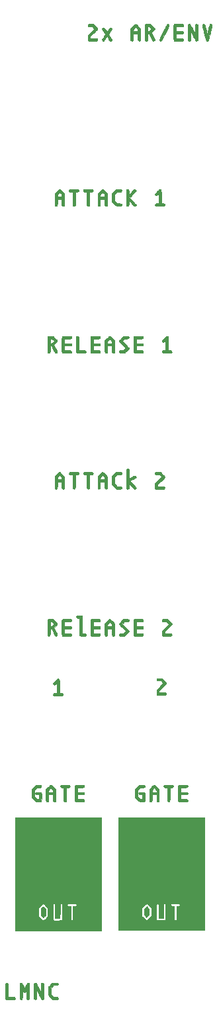
<source format=gbr>
G04 #@! TF.GenerationSoftware,KiCad,Pcbnew,(5.1.10-1-10_14)*
G04 #@! TF.CreationDate,2021-10-11T21:42:44+02:00*
G04 #@! TF.ProjectId,Untitled,556e7469-746c-4656-942e-6b696361645f,rev?*
G04 #@! TF.SameCoordinates,Original*
G04 #@! TF.FileFunction,Legend,Top*
G04 #@! TF.FilePolarity,Positive*
%FSLAX46Y46*%
G04 Gerber Fmt 4.6, Leading zero omitted, Abs format (unit mm)*
G04 Created by KiCad (PCBNEW (5.1.10-1-10_14)) date 2021-10-11 21:42:44*
%MOMM*%
%LPD*%
G01*
G04 APERTURE LIST*
%ADD10C,0.010000*%
G04 APERTURE END LIST*
D10*
G36*
X153796980Y-155162231D02*
G01*
X153945166Y-155309281D01*
X153945166Y-156115809D01*
X153791194Y-156268754D01*
X153637222Y-156421698D01*
X153484277Y-156267726D01*
X153331333Y-156113754D01*
X153331333Y-155330524D01*
X153490064Y-155172852D01*
X153648795Y-155015181D01*
X153796980Y-155162231D01*
G37*
X153796980Y-155162231D02*
X153945166Y-155309281D01*
X153945166Y-156115809D01*
X153791194Y-156268754D01*
X153637222Y-156421698D01*
X153484277Y-156267726D01*
X153331333Y-156113754D01*
X153331333Y-155330524D01*
X153490064Y-155172852D01*
X153648795Y-155015181D01*
X153796980Y-155162231D01*
G36*
X140563055Y-155178607D02*
G01*
X140716000Y-155332579D01*
X140716000Y-156137052D01*
X140572593Y-156279359D01*
X140508276Y-156340890D01*
X140453555Y-156389033D01*
X140416213Y-156417146D01*
X140405824Y-156421667D01*
X140382067Y-156407134D01*
X140337342Y-156368079D01*
X140279147Y-156311313D01*
X140242313Y-156273103D01*
X140102166Y-156124540D01*
X140102166Y-155330524D01*
X140256138Y-155177579D01*
X140410111Y-155024635D01*
X140563055Y-155178607D01*
G37*
X140563055Y-155178607D02*
X140716000Y-155332579D01*
X140716000Y-156137052D01*
X140572593Y-156279359D01*
X140508276Y-156340890D01*
X140453555Y-156389033D01*
X140416213Y-156417146D01*
X140405824Y-156421667D01*
X140382067Y-156407134D01*
X140337342Y-156368079D01*
X140279147Y-156311313D01*
X140242313Y-156273103D01*
X140102166Y-156124540D01*
X140102166Y-155330524D01*
X140256138Y-155177579D01*
X140410111Y-155024635D01*
X140563055Y-155178607D01*
G36*
X161903934Y-42144923D02*
G01*
X161964246Y-42170487D01*
X161982099Y-42186715D01*
X161995770Y-42205364D01*
X162004683Y-42230010D01*
X162008261Y-42264228D01*
X162005928Y-42311596D01*
X161997107Y-42375687D01*
X161981222Y-42460078D01*
X161957696Y-42568345D01*
X161925952Y-42704064D01*
X161885414Y-42870809D01*
X161835505Y-43072158D01*
X161788538Y-43260176D01*
X161730075Y-43493528D01*
X161680608Y-43689136D01*
X161638881Y-43850330D01*
X161603641Y-43980439D01*
X161573631Y-44082793D01*
X161547597Y-44160722D01*
X161524282Y-44217554D01*
X161502432Y-44256621D01*
X161480792Y-44281250D01*
X161458106Y-44294773D01*
X161433119Y-44300517D01*
X161404575Y-44301814D01*
X161395833Y-44301833D01*
X161333797Y-44288283D01*
X161291068Y-44264621D01*
X161278448Y-44249266D01*
X161263905Y-44220400D01*
X161246498Y-44174743D01*
X161225287Y-44109012D01*
X161199332Y-44019925D01*
X161167690Y-43904201D01*
X161129422Y-43758558D01*
X161083586Y-43579714D01*
X161029242Y-43364386D01*
X161003128Y-43260176D01*
X160945322Y-43028630D01*
X160897348Y-42834541D01*
X160858628Y-42674335D01*
X160828587Y-42544436D01*
X160806647Y-42441267D01*
X160792231Y-42361254D01*
X160784764Y-42300821D01*
X160783669Y-42256391D01*
X160788368Y-42224389D01*
X160798286Y-42201239D01*
X160812846Y-42183365D01*
X160827419Y-42170487D01*
X160888477Y-42144774D01*
X160977791Y-42140396D01*
X161005699Y-42145797D01*
X161030594Y-42160833D01*
X161054107Y-42189668D01*
X161077870Y-42236468D01*
X161103515Y-42305397D01*
X161132673Y-42400618D01*
X161166976Y-42526297D01*
X161208056Y-42686597D01*
X161236573Y-42800880D01*
X161274289Y-42951550D01*
X161309311Y-43088792D01*
X161340214Y-43207230D01*
X161365572Y-43301490D01*
X161383960Y-43366196D01*
X161393953Y-43395973D01*
X161394650Y-43397107D01*
X161403019Y-43381550D01*
X161419754Y-43329737D01*
X161443501Y-43246616D01*
X161472906Y-43137132D01*
X161506614Y-43006234D01*
X161543270Y-42858868D01*
X161553363Y-42817451D01*
X161598857Y-42631992D01*
X161636709Y-42483717D01*
X161668510Y-42368498D01*
X161695847Y-42282204D01*
X161720311Y-42220704D01*
X161743490Y-42179871D01*
X161766973Y-42155572D01*
X161792349Y-42143679D01*
X161813875Y-42140396D01*
X161903934Y-42144923D01*
G37*
X161903934Y-42144923D02*
X161964246Y-42170487D01*
X161982099Y-42186715D01*
X161995770Y-42205364D01*
X162004683Y-42230010D01*
X162008261Y-42264228D01*
X162005928Y-42311596D01*
X161997107Y-42375687D01*
X161981222Y-42460078D01*
X161957696Y-42568345D01*
X161925952Y-42704064D01*
X161885414Y-42870809D01*
X161835505Y-43072158D01*
X161788538Y-43260176D01*
X161730075Y-43493528D01*
X161680608Y-43689136D01*
X161638881Y-43850330D01*
X161603641Y-43980439D01*
X161573631Y-44082793D01*
X161547597Y-44160722D01*
X161524282Y-44217554D01*
X161502432Y-44256621D01*
X161480792Y-44281250D01*
X161458106Y-44294773D01*
X161433119Y-44300517D01*
X161404575Y-44301814D01*
X161395833Y-44301833D01*
X161333797Y-44288283D01*
X161291068Y-44264621D01*
X161278448Y-44249266D01*
X161263905Y-44220400D01*
X161246498Y-44174743D01*
X161225287Y-44109012D01*
X161199332Y-44019925D01*
X161167690Y-43904201D01*
X161129422Y-43758558D01*
X161083586Y-43579714D01*
X161029242Y-43364386D01*
X161003128Y-43260176D01*
X160945322Y-43028630D01*
X160897348Y-42834541D01*
X160858628Y-42674335D01*
X160828587Y-42544436D01*
X160806647Y-42441267D01*
X160792231Y-42361254D01*
X160784764Y-42300821D01*
X160783669Y-42256391D01*
X160788368Y-42224389D01*
X160798286Y-42201239D01*
X160812846Y-42183365D01*
X160827419Y-42170487D01*
X160888477Y-42144774D01*
X160977791Y-42140396D01*
X161005699Y-42145797D01*
X161030594Y-42160833D01*
X161054107Y-42189668D01*
X161077870Y-42236468D01*
X161103515Y-42305397D01*
X161132673Y-42400618D01*
X161166976Y-42526297D01*
X161208056Y-42686597D01*
X161236573Y-42800880D01*
X161274289Y-42951550D01*
X161309311Y-43088792D01*
X161340214Y-43207230D01*
X161365572Y-43301490D01*
X161383960Y-43366196D01*
X161393953Y-43395973D01*
X161394650Y-43397107D01*
X161403019Y-43381550D01*
X161419754Y-43329737D01*
X161443501Y-43246616D01*
X161472906Y-43137132D01*
X161506614Y-43006234D01*
X161543270Y-42858868D01*
X161553363Y-42817451D01*
X161598857Y-42631992D01*
X161636709Y-42483717D01*
X161668510Y-42368498D01*
X161695847Y-42282204D01*
X161720311Y-42220704D01*
X161743490Y-42179871D01*
X161766973Y-42155572D01*
X161792349Y-42143679D01*
X161813875Y-42140396D01*
X161903934Y-42144923D01*
G36*
X159193257Y-42157397D02*
G01*
X159212468Y-42170394D01*
X159228675Y-42194485D01*
X159261200Y-42251762D01*
X159307537Y-42337495D01*
X159365183Y-42446951D01*
X159431632Y-42575399D01*
X159504380Y-42718108D01*
X159544699Y-42798037D01*
X159848379Y-43402250D01*
X159849523Y-42828313D01*
X159850005Y-42657023D01*
X159850937Y-42522897D01*
X159852686Y-42420768D01*
X159855623Y-42345465D01*
X159860117Y-42291821D01*
X159866537Y-42254666D01*
X159875254Y-42228833D01*
X159886635Y-42209151D01*
X159894536Y-42198604D01*
X159954511Y-42152810D01*
X160027266Y-42139669D01*
X160098639Y-42159182D01*
X160145463Y-42198604D01*
X160155758Y-42212765D01*
X160164302Y-42229255D01*
X160171258Y-42251894D01*
X160176790Y-42284499D01*
X160181061Y-42330890D01*
X160184233Y-42394885D01*
X160186470Y-42480303D01*
X160187935Y-42590963D01*
X160188790Y-42730683D01*
X160189199Y-42903282D01*
X160189325Y-43112578D01*
X160189333Y-43226150D01*
X160189333Y-44197924D01*
X160137378Y-44249879D01*
X160070883Y-44291400D01*
X159995954Y-44300327D01*
X159927745Y-44274888D01*
X159927157Y-44274461D01*
X159908696Y-44249369D01*
X159874001Y-44191141D01*
X159825666Y-44104558D01*
X159766285Y-43994397D01*
X159698454Y-43865439D01*
X159624768Y-43722464D01*
X159585296Y-43644753D01*
X159280868Y-43042417D01*
X159280017Y-43597046D01*
X159279324Y-43779046D01*
X159277403Y-43923478D01*
X159273558Y-44035101D01*
X159267096Y-44118677D01*
X159257321Y-44178965D01*
X159243538Y-44220728D01*
X159225053Y-44248725D01*
X159201171Y-44267717D01*
X159180586Y-44278332D01*
X159102319Y-44300143D01*
X159036734Y-44284553D01*
X158992454Y-44249879D01*
X158940500Y-44197924D01*
X158940500Y-43216703D01*
X158940549Y-42987411D01*
X158940802Y-42796690D01*
X158941417Y-42640777D01*
X158942552Y-42515910D01*
X158944365Y-42418327D01*
X158947014Y-42344265D01*
X158950657Y-42289961D01*
X158955452Y-42251655D01*
X158961557Y-42225582D01*
X158969130Y-42207980D01*
X158978330Y-42195088D01*
X158983657Y-42189158D01*
X159046339Y-42149080D01*
X159121989Y-42138019D01*
X159193257Y-42157397D01*
G37*
X159193257Y-42157397D02*
X159212468Y-42170394D01*
X159228675Y-42194485D01*
X159261200Y-42251762D01*
X159307537Y-42337495D01*
X159365183Y-42446951D01*
X159431632Y-42575399D01*
X159504380Y-42718108D01*
X159544699Y-42798037D01*
X159848379Y-43402250D01*
X159849523Y-42828313D01*
X159850005Y-42657023D01*
X159850937Y-42522897D01*
X159852686Y-42420768D01*
X159855623Y-42345465D01*
X159860117Y-42291821D01*
X159866537Y-42254666D01*
X159875254Y-42228833D01*
X159886635Y-42209151D01*
X159894536Y-42198604D01*
X159954511Y-42152810D01*
X160027266Y-42139669D01*
X160098639Y-42159182D01*
X160145463Y-42198604D01*
X160155758Y-42212765D01*
X160164302Y-42229255D01*
X160171258Y-42251894D01*
X160176790Y-42284499D01*
X160181061Y-42330890D01*
X160184233Y-42394885D01*
X160186470Y-42480303D01*
X160187935Y-42590963D01*
X160188790Y-42730683D01*
X160189199Y-42903282D01*
X160189325Y-43112578D01*
X160189333Y-43226150D01*
X160189333Y-44197924D01*
X160137378Y-44249879D01*
X160070883Y-44291400D01*
X159995954Y-44300327D01*
X159927745Y-44274888D01*
X159927157Y-44274461D01*
X159908696Y-44249369D01*
X159874001Y-44191141D01*
X159825666Y-44104558D01*
X159766285Y-43994397D01*
X159698454Y-43865439D01*
X159624768Y-43722464D01*
X159585296Y-43644753D01*
X159280868Y-43042417D01*
X159280017Y-43597046D01*
X159279324Y-43779046D01*
X159277403Y-43923478D01*
X159273558Y-44035101D01*
X159267096Y-44118677D01*
X159257321Y-44178965D01*
X159243538Y-44220728D01*
X159225053Y-44248725D01*
X159201171Y-44267717D01*
X159180586Y-44278332D01*
X159102319Y-44300143D01*
X159036734Y-44284553D01*
X158992454Y-44249879D01*
X158940500Y-44197924D01*
X158940500Y-43216703D01*
X158940549Y-42987411D01*
X158940802Y-42796690D01*
X158941417Y-42640777D01*
X158942552Y-42515910D01*
X158944365Y-42418327D01*
X158947014Y-42344265D01*
X158950657Y-42289961D01*
X158955452Y-42251655D01*
X158961557Y-42225582D01*
X158969130Y-42207980D01*
X158978330Y-42195088D01*
X158983657Y-42189158D01*
X159046339Y-42149080D01*
X159121989Y-42138019D01*
X159193257Y-42157397D01*
G36*
X157890239Y-42142995D02*
G01*
X158018431Y-42143734D01*
X158114767Y-42145434D01*
X158184485Y-42148475D01*
X158232823Y-42153241D01*
X158265021Y-42160112D01*
X158286316Y-42169471D01*
X158301946Y-42181699D01*
X158305500Y-42185167D01*
X158339860Y-42246212D01*
X158347833Y-42301583D01*
X158332584Y-42376963D01*
X158305500Y-42418000D01*
X158288260Y-42432623D01*
X158265896Y-42443439D01*
X158232285Y-42451016D01*
X158181304Y-42455925D01*
X158106832Y-42458734D01*
X158002747Y-42460013D01*
X157862926Y-42460332D01*
X157850416Y-42460333D01*
X157437666Y-42460333D01*
X157437666Y-43053000D01*
X157846727Y-43053000D01*
X157988007Y-43053169D01*
X158093158Y-43054120D01*
X158168385Y-43056522D01*
X158219891Y-43061043D01*
X158253881Y-43068349D01*
X158276558Y-43079110D01*
X158294128Y-43093993D01*
X158301810Y-43101989D01*
X158339982Y-43170885D01*
X158343753Y-43249941D01*
X158312758Y-43324140D01*
X158307410Y-43331113D01*
X158292196Y-43348267D01*
X158274179Y-43361078D01*
X158247283Y-43370300D01*
X158205435Y-43376688D01*
X158142562Y-43380995D01*
X158052589Y-43383977D01*
X157929442Y-43386387D01*
X157852327Y-43387633D01*
X157437666Y-43394182D01*
X157437666Y-43963167D01*
X157836978Y-43963167D01*
X157977451Y-43963457D01*
X158082053Y-43964745D01*
X158157249Y-43967652D01*
X158209500Y-43972802D01*
X158245268Y-43980818D01*
X158271015Y-43992322D01*
X158292062Y-44007036D01*
X158332723Y-44052001D01*
X158347240Y-44111053D01*
X158347833Y-44132500D01*
X158338961Y-44198967D01*
X158306402Y-44245815D01*
X158292062Y-44257964D01*
X158272521Y-44271744D01*
X158249719Y-44282284D01*
X158218109Y-44290007D01*
X158172144Y-44295335D01*
X158106278Y-44298693D01*
X158014963Y-44300502D01*
X157892655Y-44301187D01*
X157733806Y-44301170D01*
X157725853Y-44301160D01*
X157547035Y-44300195D01*
X157407408Y-44297724D01*
X157303850Y-44293597D01*
X157233240Y-44287660D01*
X157192457Y-44279763D01*
X157181832Y-44274702D01*
X157162682Y-44258681D01*
X157146735Y-44240115D01*
X157133696Y-44215228D01*
X157123275Y-44180243D01*
X157115177Y-44131386D01*
X157109112Y-44064881D01*
X157104786Y-43976951D01*
X157101906Y-43863820D01*
X157100181Y-43721714D01*
X157099318Y-43546857D01*
X157099024Y-43335471D01*
X157099000Y-43205413D01*
X157099050Y-42979961D01*
X157099314Y-42792978D01*
X157099960Y-42640598D01*
X157101156Y-42518957D01*
X157103071Y-42424190D01*
X157105873Y-42352431D01*
X157109731Y-42299817D01*
X157114812Y-42262481D01*
X157121286Y-42236560D01*
X157129320Y-42218188D01*
X157139083Y-42203500D01*
X157142869Y-42198604D01*
X157186739Y-42142833D01*
X157724952Y-42142833D01*
X157890239Y-42142995D01*
G37*
X157890239Y-42142995D02*
X158018431Y-42143734D01*
X158114767Y-42145434D01*
X158184485Y-42148475D01*
X158232823Y-42153241D01*
X158265021Y-42160112D01*
X158286316Y-42169471D01*
X158301946Y-42181699D01*
X158305500Y-42185167D01*
X158339860Y-42246212D01*
X158347833Y-42301583D01*
X158332584Y-42376963D01*
X158305500Y-42418000D01*
X158288260Y-42432623D01*
X158265896Y-42443439D01*
X158232285Y-42451016D01*
X158181304Y-42455925D01*
X158106832Y-42458734D01*
X158002747Y-42460013D01*
X157862926Y-42460332D01*
X157850416Y-42460333D01*
X157437666Y-42460333D01*
X157437666Y-43053000D01*
X157846727Y-43053000D01*
X157988007Y-43053169D01*
X158093158Y-43054120D01*
X158168385Y-43056522D01*
X158219891Y-43061043D01*
X158253881Y-43068349D01*
X158276558Y-43079110D01*
X158294128Y-43093993D01*
X158301810Y-43101989D01*
X158339982Y-43170885D01*
X158343753Y-43249941D01*
X158312758Y-43324140D01*
X158307410Y-43331113D01*
X158292196Y-43348267D01*
X158274179Y-43361078D01*
X158247283Y-43370300D01*
X158205435Y-43376688D01*
X158142562Y-43380995D01*
X158052589Y-43383977D01*
X157929442Y-43386387D01*
X157852327Y-43387633D01*
X157437666Y-43394182D01*
X157437666Y-43963167D01*
X157836978Y-43963167D01*
X157977451Y-43963457D01*
X158082053Y-43964745D01*
X158157249Y-43967652D01*
X158209500Y-43972802D01*
X158245268Y-43980818D01*
X158271015Y-43992322D01*
X158292062Y-44007036D01*
X158332723Y-44052001D01*
X158347240Y-44111053D01*
X158347833Y-44132500D01*
X158338961Y-44198967D01*
X158306402Y-44245815D01*
X158292062Y-44257964D01*
X158272521Y-44271744D01*
X158249719Y-44282284D01*
X158218109Y-44290007D01*
X158172144Y-44295335D01*
X158106278Y-44298693D01*
X158014963Y-44300502D01*
X157892655Y-44301187D01*
X157733806Y-44301170D01*
X157725853Y-44301160D01*
X157547035Y-44300195D01*
X157407408Y-44297724D01*
X157303850Y-44293597D01*
X157233240Y-44287660D01*
X157192457Y-44279763D01*
X157181832Y-44274702D01*
X157162682Y-44258681D01*
X157146735Y-44240115D01*
X157133696Y-44215228D01*
X157123275Y-44180243D01*
X157115177Y-44131386D01*
X157109112Y-44064881D01*
X157104786Y-43976951D01*
X157101906Y-43863820D01*
X157100181Y-43721714D01*
X157099318Y-43546857D01*
X157099024Y-43335471D01*
X157099000Y-43205413D01*
X157099050Y-42979961D01*
X157099314Y-42792978D01*
X157099960Y-42640598D01*
X157101156Y-42518957D01*
X157103071Y-42424190D01*
X157105873Y-42352431D01*
X157109731Y-42299817D01*
X157114812Y-42262481D01*
X157121286Y-42236560D01*
X157129320Y-42218188D01*
X157139083Y-42203500D01*
X157142869Y-42198604D01*
X157186739Y-42142833D01*
X157724952Y-42142833D01*
X157890239Y-42142995D01*
G36*
X156430070Y-42154865D02*
G01*
X156469653Y-42179875D01*
X156488238Y-42201391D01*
X156502266Y-42222745D01*
X156510492Y-42247224D01*
X156511676Y-42278117D01*
X156504574Y-42318711D01*
X156487945Y-42372292D01*
X156460546Y-42442150D01*
X156421134Y-42531570D01*
X156368468Y-42643841D01*
X156301305Y-42782251D01*
X156218401Y-42950086D01*
X156118516Y-43150634D01*
X156053835Y-43280189D01*
X155940395Y-43506084D01*
X155838375Y-43706669D01*
X155748832Y-43879947D01*
X155672826Y-44023927D01*
X155611416Y-44136615D01*
X155565661Y-44216016D01*
X155536619Y-44260138D01*
X155529152Y-44268045D01*
X155455987Y-44298875D01*
X155382882Y-44287715D01*
X155334437Y-44257964D01*
X155287765Y-44199597D01*
X155278666Y-44152036D01*
X155287889Y-44122898D01*
X155314093Y-44060497D01*
X155355077Y-43969312D01*
X155408644Y-43853821D01*
X155472594Y-43718500D01*
X155544728Y-43567828D01*
X155622847Y-43406281D01*
X155704753Y-43238338D01*
X155788245Y-43068476D01*
X155871125Y-42901173D01*
X155951194Y-42740906D01*
X156026253Y-42592153D01*
X156094103Y-42459390D01*
X156152545Y-42347097D01*
X156199379Y-42259750D01*
X156232408Y-42201827D01*
X156247241Y-42179875D01*
X156296781Y-42151400D01*
X156364183Y-42143063D01*
X156430070Y-42154865D01*
G37*
X156430070Y-42154865D02*
X156469653Y-42179875D01*
X156488238Y-42201391D01*
X156502266Y-42222745D01*
X156510492Y-42247224D01*
X156511676Y-42278117D01*
X156504574Y-42318711D01*
X156487945Y-42372292D01*
X156460546Y-42442150D01*
X156421134Y-42531570D01*
X156368468Y-42643841D01*
X156301305Y-42782251D01*
X156218401Y-42950086D01*
X156118516Y-43150634D01*
X156053835Y-43280189D01*
X155940395Y-43506084D01*
X155838375Y-43706669D01*
X155748832Y-43879947D01*
X155672826Y-44023927D01*
X155611416Y-44136615D01*
X155565661Y-44216016D01*
X155536619Y-44260138D01*
X155529152Y-44268045D01*
X155455987Y-44298875D01*
X155382882Y-44287715D01*
X155334437Y-44257964D01*
X155287765Y-44199597D01*
X155278666Y-44152036D01*
X155287889Y-44122898D01*
X155314093Y-44060497D01*
X155355077Y-43969312D01*
X155408644Y-43853821D01*
X155472594Y-43718500D01*
X155544728Y-43567828D01*
X155622847Y-43406281D01*
X155704753Y-43238338D01*
X155788245Y-43068476D01*
X155871125Y-42901173D01*
X155951194Y-42740906D01*
X156026253Y-42592153D01*
X156094103Y-42459390D01*
X156152545Y-42347097D01*
X156199379Y-42259750D01*
X156232408Y-42201827D01*
X156247241Y-42179875D01*
X156296781Y-42151400D01*
X156364183Y-42143063D01*
X156430070Y-42154865D01*
G36*
X154415226Y-42413607D02*
G01*
X154524533Y-42523269D01*
X154605199Y-42608982D01*
X154657871Y-42677365D01*
X154683193Y-42735037D01*
X154681813Y-42788616D01*
X154654376Y-42844721D01*
X154601529Y-42909972D01*
X154523917Y-42990986D01*
X154476288Y-43039206D01*
X154266577Y-43251718D01*
X154476288Y-43670741D01*
X154537701Y-43795830D01*
X154592015Y-43911014D01*
X154636438Y-44009996D01*
X154668179Y-44086482D01*
X154684449Y-44134175D01*
X154686000Y-44143844D01*
X154668375Y-44202433D01*
X154624661Y-44257271D01*
X154568602Y-44294176D01*
X154532921Y-44301833D01*
X154496121Y-44297362D01*
X154461266Y-44281154D01*
X154425306Y-44249023D01*
X154385191Y-44196779D01*
X154337871Y-44120232D01*
X154280295Y-44015196D01*
X154209413Y-43877480D01*
X154177129Y-43813261D01*
X153966131Y-43391667D01*
X153775833Y-43391667D01*
X153775833Y-43773718D01*
X153774504Y-43937855D01*
X153769423Y-44064456D01*
X153758951Y-44158264D01*
X153741446Y-44224023D01*
X153715269Y-44266477D01*
X153678779Y-44290370D01*
X153630336Y-44300445D01*
X153593223Y-44301833D01*
X153542471Y-44287234D01*
X153491179Y-44251898D01*
X153489121Y-44249879D01*
X153437166Y-44197924D01*
X153437166Y-43226150D01*
X153437215Y-42998052D01*
X153437469Y-42808469D01*
X153438091Y-42653582D01*
X153439246Y-42529572D01*
X153440566Y-42460333D01*
X153775833Y-42460333D01*
X153775833Y-43053000D01*
X153887526Y-43053000D01*
X153940518Y-43051792D01*
X153980512Y-43044389D01*
X154017551Y-43025121D01*
X154061677Y-42988317D01*
X154122933Y-42928307D01*
X154141525Y-42909594D01*
X154283831Y-42766189D01*
X154129876Y-42613261D01*
X154059158Y-42544060D01*
X154008910Y-42499659D01*
X153970022Y-42474572D01*
X153933382Y-42463314D01*
X153889883Y-42460401D01*
X153875877Y-42460333D01*
X153775833Y-42460333D01*
X153440566Y-42460333D01*
X153441095Y-42432620D01*
X153443802Y-42358909D01*
X153447530Y-42304618D01*
X153452441Y-42265930D01*
X153458700Y-42239026D01*
X153466468Y-42220086D01*
X153475909Y-42205293D01*
X153481036Y-42198604D01*
X153499140Y-42176971D01*
X153518589Y-42161811D01*
X153546678Y-42151972D01*
X153590702Y-42146304D01*
X153657957Y-42143657D01*
X153755738Y-42142880D01*
X153834679Y-42142833D01*
X154144452Y-42142833D01*
X154415226Y-42413607D01*
G37*
X154415226Y-42413607D02*
X154524533Y-42523269D01*
X154605199Y-42608982D01*
X154657871Y-42677365D01*
X154683193Y-42735037D01*
X154681813Y-42788616D01*
X154654376Y-42844721D01*
X154601529Y-42909972D01*
X154523917Y-42990986D01*
X154476288Y-43039206D01*
X154266577Y-43251718D01*
X154476288Y-43670741D01*
X154537701Y-43795830D01*
X154592015Y-43911014D01*
X154636438Y-44009996D01*
X154668179Y-44086482D01*
X154684449Y-44134175D01*
X154686000Y-44143844D01*
X154668375Y-44202433D01*
X154624661Y-44257271D01*
X154568602Y-44294176D01*
X154532921Y-44301833D01*
X154496121Y-44297362D01*
X154461266Y-44281154D01*
X154425306Y-44249023D01*
X154385191Y-44196779D01*
X154337871Y-44120232D01*
X154280295Y-44015196D01*
X154209413Y-43877480D01*
X154177129Y-43813261D01*
X153966131Y-43391667D01*
X153775833Y-43391667D01*
X153775833Y-43773718D01*
X153774504Y-43937855D01*
X153769423Y-44064456D01*
X153758951Y-44158264D01*
X153741446Y-44224023D01*
X153715269Y-44266477D01*
X153678779Y-44290370D01*
X153630336Y-44300445D01*
X153593223Y-44301833D01*
X153542471Y-44287234D01*
X153491179Y-44251898D01*
X153489121Y-44249879D01*
X153437166Y-44197924D01*
X153437166Y-43226150D01*
X153437215Y-42998052D01*
X153437469Y-42808469D01*
X153438091Y-42653582D01*
X153439246Y-42529572D01*
X153440566Y-42460333D01*
X153775833Y-42460333D01*
X153775833Y-43053000D01*
X153887526Y-43053000D01*
X153940518Y-43051792D01*
X153980512Y-43044389D01*
X154017551Y-43025121D01*
X154061677Y-42988317D01*
X154122933Y-42928307D01*
X154141525Y-42909594D01*
X154283831Y-42766189D01*
X154129876Y-42613261D01*
X154059158Y-42544060D01*
X154008910Y-42499659D01*
X153970022Y-42474572D01*
X153933382Y-42463314D01*
X153889883Y-42460401D01*
X153875877Y-42460333D01*
X153775833Y-42460333D01*
X153440566Y-42460333D01*
X153441095Y-42432620D01*
X153443802Y-42358909D01*
X153447530Y-42304618D01*
X153452441Y-42265930D01*
X153458700Y-42239026D01*
X153466468Y-42220086D01*
X153475909Y-42205293D01*
X153481036Y-42198604D01*
X153499140Y-42176971D01*
X153518589Y-42161811D01*
X153546678Y-42151972D01*
X153590702Y-42146304D01*
X153657957Y-42143657D01*
X153755738Y-42142880D01*
X153834679Y-42142833D01*
X154144452Y-42142833D01*
X154415226Y-42413607D01*
G36*
X152266233Y-42148723D02*
G01*
X152328011Y-42180784D01*
X152401301Y-42241505D01*
X152493213Y-42330884D01*
X152580222Y-42418306D01*
X152855083Y-42693779D01*
X152855083Y-44199665D01*
X152795694Y-44250749D01*
X152721929Y-44293692D01*
X152650424Y-44294707D01*
X152582969Y-44253801D01*
X152578954Y-44249879D01*
X152560933Y-44230744D01*
X152547650Y-44210382D01*
X152538383Y-44182462D01*
X152532410Y-44140651D01*
X152529007Y-44078617D01*
X152527451Y-43990028D01*
X152527019Y-43868554D01*
X152527000Y-43794795D01*
X152527000Y-43391667D01*
X151934333Y-43391667D01*
X151934333Y-43794795D01*
X151934189Y-43934772D01*
X151933277Y-44038748D01*
X151930873Y-44113054D01*
X151926254Y-44164022D01*
X151918698Y-44197985D01*
X151907481Y-44221274D01*
X151891882Y-44240221D01*
X151882378Y-44249879D01*
X151815234Y-44293387D01*
X151743929Y-44294976D01*
X151670252Y-44254637D01*
X151665638Y-44250749D01*
X151606250Y-44199665D01*
X151606250Y-42941307D01*
X151934333Y-42941307D01*
X151934333Y-43053000D01*
X152527000Y-43053000D01*
X152527000Y-42941307D01*
X152525860Y-42889090D01*
X152518732Y-42849505D01*
X152500046Y-42812831D01*
X152464238Y-42769347D01*
X152405740Y-42709334D01*
X152378833Y-42682583D01*
X152230666Y-42535552D01*
X152082500Y-42682583D01*
X152014731Y-42750692D01*
X151971603Y-42798863D01*
X151947549Y-42836817D01*
X151937004Y-42874276D01*
X151934399Y-42920958D01*
X151934333Y-42941307D01*
X151606250Y-42941307D01*
X151606250Y-42693779D01*
X151881111Y-42418306D01*
X151992004Y-42307071D01*
X152078851Y-42224495D01*
X152148764Y-42170578D01*
X152208854Y-42145321D01*
X152266233Y-42148723D01*
G37*
X152266233Y-42148723D02*
X152328011Y-42180784D01*
X152401301Y-42241505D01*
X152493213Y-42330884D01*
X152580222Y-42418306D01*
X152855083Y-42693779D01*
X152855083Y-44199665D01*
X152795694Y-44250749D01*
X152721929Y-44293692D01*
X152650424Y-44294707D01*
X152582969Y-44253801D01*
X152578954Y-44249879D01*
X152560933Y-44230744D01*
X152547650Y-44210382D01*
X152538383Y-44182462D01*
X152532410Y-44140651D01*
X152529007Y-44078617D01*
X152527451Y-43990028D01*
X152527019Y-43868554D01*
X152527000Y-43794795D01*
X152527000Y-43391667D01*
X151934333Y-43391667D01*
X151934333Y-43794795D01*
X151934189Y-43934772D01*
X151933277Y-44038748D01*
X151930873Y-44113054D01*
X151926254Y-44164022D01*
X151918698Y-44197985D01*
X151907481Y-44221274D01*
X151891882Y-44240221D01*
X151882378Y-44249879D01*
X151815234Y-44293387D01*
X151743929Y-44294976D01*
X151670252Y-44254637D01*
X151665638Y-44250749D01*
X151606250Y-44199665D01*
X151606250Y-42941307D01*
X151934333Y-42941307D01*
X151934333Y-43053000D01*
X152527000Y-43053000D01*
X152527000Y-42941307D01*
X152525860Y-42889090D01*
X152518732Y-42849505D01*
X152500046Y-42812831D01*
X152464238Y-42769347D01*
X152405740Y-42709334D01*
X152378833Y-42682583D01*
X152230666Y-42535552D01*
X152082500Y-42682583D01*
X152014731Y-42750692D01*
X151971603Y-42798863D01*
X151947549Y-42836817D01*
X151937004Y-42874276D01*
X151934399Y-42920958D01*
X151934333Y-42941307D01*
X151606250Y-42941307D01*
X151606250Y-42693779D01*
X151881111Y-42418306D01*
X151992004Y-42307071D01*
X152078851Y-42224495D01*
X152148764Y-42170578D01*
X152208854Y-42145321D01*
X152266233Y-42148723D01*
G36*
X148139380Y-42595744D02*
G01*
X148191961Y-42630780D01*
X148253711Y-42696327D01*
X148328724Y-42794835D01*
X148392668Y-42886697D01*
X148565753Y-43141016D01*
X148736500Y-42886154D01*
X148800722Y-42793098D01*
X148860304Y-42711863D01*
X148909787Y-42649535D01*
X148943711Y-42613197D01*
X148950948Y-42607903D01*
X149016060Y-42594171D01*
X149086955Y-42609225D01*
X149143770Y-42648165D01*
X149150890Y-42657219D01*
X149172262Y-42695311D01*
X149180558Y-42735544D01*
X149173721Y-42783458D01*
X149149694Y-42844592D01*
X149106419Y-42924486D01*
X149041839Y-43028681D01*
X148975005Y-43130916D01*
X148767343Y-43444583D01*
X148975005Y-43759972D01*
X149060706Y-43892723D01*
X149122718Y-43996464D01*
X149162564Y-44076192D01*
X149181768Y-44136901D01*
X149181854Y-44183587D01*
X149164345Y-44221247D01*
X149130764Y-44254877D01*
X149126895Y-44257964D01*
X149075629Y-44291779D01*
X149028782Y-44304897D01*
X148981984Y-44294461D01*
X148930863Y-44257612D01*
X148871049Y-44191492D01*
X148798170Y-44093242D01*
X148736103Y-44002421D01*
X148564960Y-43746967D01*
X148388685Y-44010898D01*
X148324446Y-44104566D01*
X148265787Y-44185471D01*
X148217746Y-44247007D01*
X148185358Y-44282563D01*
X148177223Y-44288331D01*
X148103886Y-44300681D01*
X148035788Y-44286180D01*
X148016665Y-44274702D01*
X147973516Y-44226358D01*
X147942172Y-44165223D01*
X147933833Y-44124767D01*
X147945080Y-44097629D01*
X147976310Y-44041693D01*
X148023759Y-43963202D01*
X148083660Y-43868403D01*
X148145500Y-43773708D01*
X148213088Y-43671213D01*
X148271749Y-43581278D01*
X148317777Y-43509663D01*
X148347466Y-43462130D01*
X148357166Y-43444583D01*
X148346035Y-43424675D01*
X148315113Y-43375316D01*
X148268105Y-43302268D01*
X148208717Y-43211291D01*
X148145500Y-43115459D01*
X148077401Y-43010437D01*
X148018404Y-42915116D01*
X147972303Y-42835984D01*
X147942894Y-42779530D01*
X147933833Y-42753579D01*
X147948141Y-42712165D01*
X147983701Y-42662017D01*
X147995705Y-42649205D01*
X148045346Y-42607406D01*
X148091873Y-42588769D01*
X148139380Y-42595744D01*
G37*
X148139380Y-42595744D02*
X148191961Y-42630780D01*
X148253711Y-42696327D01*
X148328724Y-42794835D01*
X148392668Y-42886697D01*
X148565753Y-43141016D01*
X148736500Y-42886154D01*
X148800722Y-42793098D01*
X148860304Y-42711863D01*
X148909787Y-42649535D01*
X148943711Y-42613197D01*
X148950948Y-42607903D01*
X149016060Y-42594171D01*
X149086955Y-42609225D01*
X149143770Y-42648165D01*
X149150890Y-42657219D01*
X149172262Y-42695311D01*
X149180558Y-42735544D01*
X149173721Y-42783458D01*
X149149694Y-42844592D01*
X149106419Y-42924486D01*
X149041839Y-43028681D01*
X148975005Y-43130916D01*
X148767343Y-43444583D01*
X148975005Y-43759972D01*
X149060706Y-43892723D01*
X149122718Y-43996464D01*
X149162564Y-44076192D01*
X149181768Y-44136901D01*
X149181854Y-44183587D01*
X149164345Y-44221247D01*
X149130764Y-44254877D01*
X149126895Y-44257964D01*
X149075629Y-44291779D01*
X149028782Y-44304897D01*
X148981984Y-44294461D01*
X148930863Y-44257612D01*
X148871049Y-44191492D01*
X148798170Y-44093242D01*
X148736103Y-44002421D01*
X148564960Y-43746967D01*
X148388685Y-44010898D01*
X148324446Y-44104566D01*
X148265787Y-44185471D01*
X148217746Y-44247007D01*
X148185358Y-44282563D01*
X148177223Y-44288331D01*
X148103886Y-44300681D01*
X148035788Y-44286180D01*
X148016665Y-44274702D01*
X147973516Y-44226358D01*
X147942172Y-44165223D01*
X147933833Y-44124767D01*
X147945080Y-44097629D01*
X147976310Y-44041693D01*
X148023759Y-43963202D01*
X148083660Y-43868403D01*
X148145500Y-43773708D01*
X148213088Y-43671213D01*
X148271749Y-43581278D01*
X148317777Y-43509663D01*
X148347466Y-43462130D01*
X148357166Y-43444583D01*
X148346035Y-43424675D01*
X148315113Y-43375316D01*
X148268105Y-43302268D01*
X148208717Y-43211291D01*
X148145500Y-43115459D01*
X148077401Y-43010437D01*
X148018404Y-42915116D01*
X147972303Y-42835984D01*
X147942894Y-42779530D01*
X147933833Y-42753579D01*
X147948141Y-42712165D01*
X147983701Y-42662017D01*
X147995705Y-42649205D01*
X148045346Y-42607406D01*
X148091873Y-42588769D01*
X148139380Y-42595744D01*
G36*
X146801416Y-42143143D02*
G01*
X147070928Y-42407733D01*
X147159149Y-42496414D01*
X147236722Y-42578316D01*
X147298432Y-42647616D01*
X147339064Y-42698493D01*
X147353109Y-42722798D01*
X147352287Y-42779197D01*
X147333723Y-42833762D01*
X147310758Y-42863991D01*
X147261726Y-42919490D01*
X147190775Y-42995874D01*
X147102049Y-43088758D01*
X146999695Y-43193759D01*
X146887859Y-43306493D01*
X146866334Y-43327973D01*
X146431000Y-43761696D01*
X146431000Y-43963167D01*
X146843750Y-43963167D01*
X146986696Y-43963444D01*
X147093422Y-43964651D01*
X147170038Y-43967349D01*
X147222655Y-43972101D01*
X147257385Y-43979468D01*
X147280338Y-43990012D01*
X147297626Y-44004296D01*
X147298294Y-44004961D01*
X147343725Y-44075099D01*
X147352427Y-44149633D01*
X147326459Y-44218186D01*
X147267879Y-44270380D01*
X147243431Y-44281611D01*
X147207390Y-44287455D01*
X147135855Y-44292637D01*
X147035665Y-44296899D01*
X146913658Y-44299982D01*
X146776672Y-44301629D01*
X146707643Y-44301833D01*
X146551876Y-44301636D01*
X146432702Y-44300733D01*
X146344380Y-44298656D01*
X146281171Y-44294938D01*
X146237336Y-44289111D01*
X146207133Y-44280707D01*
X146184823Y-44269258D01*
X146169271Y-44257964D01*
X146147628Y-44239850D01*
X146132464Y-44220389D01*
X146122626Y-44192282D01*
X146116962Y-44148228D01*
X146114319Y-44080928D01*
X146113546Y-43983081D01*
X146113500Y-43904628D01*
X146113500Y-43595162D01*
X146948318Y-42756536D01*
X146801352Y-42608435D01*
X146654385Y-42460333D01*
X146426276Y-42460333D01*
X146303317Y-42457362D01*
X146216553Y-42446470D01*
X146160138Y-42424690D01*
X146128224Y-42389054D01*
X146114964Y-42336593D01*
X146113500Y-42301583D01*
X146128748Y-42226203D01*
X146155833Y-42185167D01*
X146176199Y-42168350D01*
X146202879Y-42156664D01*
X146243297Y-42149197D01*
X146304878Y-42145038D01*
X146395046Y-42143278D01*
X146499791Y-42142988D01*
X146801416Y-42143143D01*
G37*
X146801416Y-42143143D02*
X147070928Y-42407733D01*
X147159149Y-42496414D01*
X147236722Y-42578316D01*
X147298432Y-42647616D01*
X147339064Y-42698493D01*
X147353109Y-42722798D01*
X147352287Y-42779197D01*
X147333723Y-42833762D01*
X147310758Y-42863991D01*
X147261726Y-42919490D01*
X147190775Y-42995874D01*
X147102049Y-43088758D01*
X146999695Y-43193759D01*
X146887859Y-43306493D01*
X146866334Y-43327973D01*
X146431000Y-43761696D01*
X146431000Y-43963167D01*
X146843750Y-43963167D01*
X146986696Y-43963444D01*
X147093422Y-43964651D01*
X147170038Y-43967349D01*
X147222655Y-43972101D01*
X147257385Y-43979468D01*
X147280338Y-43990012D01*
X147297626Y-44004296D01*
X147298294Y-44004961D01*
X147343725Y-44075099D01*
X147352427Y-44149633D01*
X147326459Y-44218186D01*
X147267879Y-44270380D01*
X147243431Y-44281611D01*
X147207390Y-44287455D01*
X147135855Y-44292637D01*
X147035665Y-44296899D01*
X146913658Y-44299982D01*
X146776672Y-44301629D01*
X146707643Y-44301833D01*
X146551876Y-44301636D01*
X146432702Y-44300733D01*
X146344380Y-44298656D01*
X146281171Y-44294938D01*
X146237336Y-44289111D01*
X146207133Y-44280707D01*
X146184823Y-44269258D01*
X146169271Y-44257964D01*
X146147628Y-44239850D01*
X146132464Y-44220389D01*
X146122626Y-44192282D01*
X146116962Y-44148228D01*
X146114319Y-44080928D01*
X146113546Y-43983081D01*
X146113500Y-43904628D01*
X146113500Y-43595162D01*
X146948318Y-42756536D01*
X146801352Y-42608435D01*
X146654385Y-42460333D01*
X146426276Y-42460333D01*
X146303317Y-42457362D01*
X146216553Y-42446470D01*
X146160138Y-42424690D01*
X146128224Y-42389054D01*
X146114964Y-42336593D01*
X146113500Y-42301583D01*
X146128748Y-42226203D01*
X146155833Y-42185167D01*
X146176199Y-42168350D01*
X146202879Y-42156664D01*
X146243297Y-42149197D01*
X146304878Y-42145038D01*
X146395046Y-42143278D01*
X146499791Y-42142988D01*
X146801416Y-42143143D01*
G36*
X155376735Y-63267109D02*
G01*
X155417414Y-63283406D01*
X155425998Y-63287886D01*
X155446595Y-63301864D01*
X155463621Y-63322273D01*
X155477411Y-63352943D01*
X155488299Y-63397704D01*
X155496621Y-63460388D01*
X155502712Y-63544823D01*
X155506907Y-63654840D01*
X155509541Y-63794269D01*
X155510949Y-63966941D01*
X155511467Y-64176686D01*
X155511500Y-64265158D01*
X155511500Y-65087500D01*
X155645924Y-65087500D01*
X155771805Y-65095616D01*
X155865804Y-65119254D01*
X155924322Y-65157351D01*
X155935280Y-65173001D01*
X155955692Y-65249421D01*
X155942938Y-65326317D01*
X155907010Y-65380144D01*
X155890352Y-65394409D01*
X155870973Y-65405375D01*
X155843483Y-65413475D01*
X155802491Y-65419143D01*
X155742607Y-65422812D01*
X155658441Y-65424915D01*
X155544602Y-65425885D01*
X155395699Y-65426156D01*
X155334548Y-65426167D01*
X154811075Y-65426167D01*
X154759121Y-65374212D01*
X154715599Y-65306906D01*
X154713929Y-65235467D01*
X154754136Y-65162300D01*
X154756815Y-65159141D01*
X154784772Y-65130736D01*
X154816314Y-65112678D01*
X154862292Y-65101829D01*
X154933558Y-65095051D01*
X154989648Y-65091806D01*
X155172833Y-65082191D01*
X155172833Y-63832526D01*
X155057683Y-63941429D01*
X154970518Y-64013203D01*
X154897206Y-64048028D01*
X154832745Y-64046858D01*
X154772133Y-64010649D01*
X154759121Y-63998379D01*
X154726084Y-63960775D01*
X154708457Y-63924691D01*
X154708640Y-63885389D01*
X154729032Y-63838134D01*
X154772032Y-63778189D01*
X154840042Y-63700818D01*
X154935459Y-63601285D01*
X154986615Y-63549380D01*
X155094173Y-63442122D01*
X155178009Y-63362940D01*
X155243153Y-63308842D01*
X155294635Y-63276833D01*
X155337486Y-63263920D01*
X155376735Y-63267109D01*
G37*
X155376735Y-63267109D02*
X155417414Y-63283406D01*
X155425998Y-63287886D01*
X155446595Y-63301864D01*
X155463621Y-63322273D01*
X155477411Y-63352943D01*
X155488299Y-63397704D01*
X155496621Y-63460388D01*
X155502712Y-63544823D01*
X155506907Y-63654840D01*
X155509541Y-63794269D01*
X155510949Y-63966941D01*
X155511467Y-64176686D01*
X155511500Y-64265158D01*
X155511500Y-65087500D01*
X155645924Y-65087500D01*
X155771805Y-65095616D01*
X155865804Y-65119254D01*
X155924322Y-65157351D01*
X155935280Y-65173001D01*
X155955692Y-65249421D01*
X155942938Y-65326317D01*
X155907010Y-65380144D01*
X155890352Y-65394409D01*
X155870973Y-65405375D01*
X155843483Y-65413475D01*
X155802491Y-65419143D01*
X155742607Y-65422812D01*
X155658441Y-65424915D01*
X155544602Y-65425885D01*
X155395699Y-65426156D01*
X155334548Y-65426167D01*
X154811075Y-65426167D01*
X154759121Y-65374212D01*
X154715599Y-65306906D01*
X154713929Y-65235467D01*
X154754136Y-65162300D01*
X154756815Y-65159141D01*
X154784772Y-65130736D01*
X154816314Y-65112678D01*
X154862292Y-65101829D01*
X154933558Y-65095051D01*
X154989648Y-65091806D01*
X155172833Y-65082191D01*
X155172833Y-63832526D01*
X155057683Y-63941429D01*
X154970518Y-64013203D01*
X154897206Y-64048028D01*
X154832745Y-64046858D01*
X154772133Y-64010649D01*
X154759121Y-63998379D01*
X154726084Y-63960775D01*
X154708457Y-63924691D01*
X154708640Y-63885389D01*
X154729032Y-63838134D01*
X154772032Y-63778189D01*
X154840042Y-63700818D01*
X154935459Y-63601285D01*
X154986615Y-63549380D01*
X155094173Y-63442122D01*
X155178009Y-63362940D01*
X155243153Y-63308842D01*
X155294635Y-63276833D01*
X155337486Y-63263920D01*
X155376735Y-63267109D01*
G36*
X152188286Y-63283361D02*
G01*
X152247406Y-63324365D01*
X152286155Y-63378811D01*
X152294166Y-63415422D01*
X152290722Y-63447334D01*
X152278329Y-63482189D01*
X152253898Y-63523735D01*
X152214340Y-63575717D01*
X152156564Y-63641882D01*
X152077481Y-63725976D01*
X151974001Y-63831745D01*
X151843035Y-63962936D01*
X151840732Y-63965230D01*
X151447945Y-64356376D01*
X151871055Y-64781324D01*
X152001799Y-64913107D01*
X152104902Y-65018979D01*
X152182837Y-65102781D01*
X152238078Y-65168354D01*
X152273099Y-65219541D01*
X152290372Y-65260183D01*
X152292371Y-65294123D01*
X152281569Y-65325201D01*
X152260439Y-65357259D01*
X152250297Y-65370395D01*
X152201529Y-65412915D01*
X152136723Y-65426101D01*
X152130082Y-65426167D01*
X152103075Y-65424119D01*
X152075571Y-65415536D01*
X152043042Y-65396757D01*
X152000963Y-65364123D01*
X151944807Y-65313974D01*
X151870048Y-65242649D01*
X151772160Y-65146490D01*
X151718868Y-65093653D01*
X151384000Y-64761139D01*
X151384000Y-65020621D01*
X151381186Y-65163631D01*
X151371170Y-65269674D01*
X151351585Y-65343835D01*
X151320067Y-65391202D01*
X151274250Y-65416862D01*
X151211769Y-65425903D01*
X151195458Y-65426167D01*
X151135613Y-65409668D01*
X151091356Y-65377177D01*
X151080599Y-65365063D01*
X151071663Y-65351162D01*
X151064381Y-65331701D01*
X151058584Y-65302903D01*
X151054100Y-65260994D01*
X151050763Y-65202197D01*
X151048403Y-65122738D01*
X151046850Y-65018841D01*
X151045935Y-64886730D01*
X151045491Y-64722630D01*
X151045346Y-64522766D01*
X151045333Y-64349632D01*
X151045333Y-63371076D01*
X151097287Y-63319121D01*
X151147959Y-63283103D01*
X151199323Y-63267206D01*
X151201390Y-63267167D01*
X151265966Y-63273634D01*
X151313874Y-63296376D01*
X151347369Y-63340404D01*
X151368710Y-63410729D01*
X151380151Y-63512363D01*
X151383949Y-63650315D01*
X151384000Y-63672712D01*
X151384000Y-63932194D01*
X151718868Y-63599680D01*
X151829975Y-63489987D01*
X151915925Y-63407028D01*
X151981084Y-63347202D01*
X152029822Y-63306906D01*
X152066505Y-63282537D01*
X152095501Y-63270492D01*
X152121178Y-63267169D01*
X152121997Y-63267167D01*
X152188286Y-63283361D01*
G37*
X152188286Y-63283361D02*
X152247406Y-63324365D01*
X152286155Y-63378811D01*
X152294166Y-63415422D01*
X152290722Y-63447334D01*
X152278329Y-63482189D01*
X152253898Y-63523735D01*
X152214340Y-63575717D01*
X152156564Y-63641882D01*
X152077481Y-63725976D01*
X151974001Y-63831745D01*
X151843035Y-63962936D01*
X151840732Y-63965230D01*
X151447945Y-64356376D01*
X151871055Y-64781324D01*
X152001799Y-64913107D01*
X152104902Y-65018979D01*
X152182837Y-65102781D01*
X152238078Y-65168354D01*
X152273099Y-65219541D01*
X152290372Y-65260183D01*
X152292371Y-65294123D01*
X152281569Y-65325201D01*
X152260439Y-65357259D01*
X152250297Y-65370395D01*
X152201529Y-65412915D01*
X152136723Y-65426101D01*
X152130082Y-65426167D01*
X152103075Y-65424119D01*
X152075571Y-65415536D01*
X152043042Y-65396757D01*
X152000963Y-65364123D01*
X151944807Y-65313974D01*
X151870048Y-65242649D01*
X151772160Y-65146490D01*
X151718868Y-65093653D01*
X151384000Y-64761139D01*
X151384000Y-65020621D01*
X151381186Y-65163631D01*
X151371170Y-65269674D01*
X151351585Y-65343835D01*
X151320067Y-65391202D01*
X151274250Y-65416862D01*
X151211769Y-65425903D01*
X151195458Y-65426167D01*
X151135613Y-65409668D01*
X151091356Y-65377177D01*
X151080599Y-65365063D01*
X151071663Y-65351162D01*
X151064381Y-65331701D01*
X151058584Y-65302903D01*
X151054100Y-65260994D01*
X151050763Y-65202197D01*
X151048403Y-65122738D01*
X151046850Y-65018841D01*
X151045935Y-64886730D01*
X151045491Y-64722630D01*
X151045346Y-64522766D01*
X151045333Y-64349632D01*
X151045333Y-63371076D01*
X151097287Y-63319121D01*
X151147959Y-63283103D01*
X151199323Y-63267206D01*
X151201390Y-63267167D01*
X151265966Y-63273634D01*
X151313874Y-63296376D01*
X151347369Y-63340404D01*
X151368710Y-63410729D01*
X151380151Y-63512363D01*
X151383949Y-63650315D01*
X151384000Y-63672712D01*
X151384000Y-63932194D01*
X151718868Y-63599680D01*
X151829975Y-63489987D01*
X151915925Y-63407028D01*
X151981084Y-63347202D01*
X152029822Y-63306906D01*
X152066505Y-63282537D01*
X152095501Y-63270492D01*
X152121178Y-63267169D01*
X152121997Y-63267167D01*
X152188286Y-63283361D01*
G36*
X150181714Y-63267529D02*
G01*
X150265142Y-63269340D01*
X150321431Y-63273684D01*
X150358176Y-63281645D01*
X150382975Y-63294309D01*
X150403423Y-63312760D01*
X150406643Y-63316156D01*
X150444815Y-63385052D01*
X150448587Y-63464108D01*
X150417591Y-63538307D01*
X150412244Y-63545280D01*
X150391600Y-63567117D01*
X150365963Y-63581852D01*
X150326756Y-63591220D01*
X150265403Y-63596957D01*
X150173329Y-63600798D01*
X150131786Y-63602028D01*
X149891750Y-63608807D01*
X149542500Y-63954149D01*
X149542500Y-64739184D01*
X149892634Y-65087500D01*
X150084825Y-65087500D01*
X150225671Y-65092672D01*
X150328628Y-65108719D01*
X150396919Y-65136435D01*
X150431946Y-65173001D01*
X150452358Y-65249421D01*
X150439604Y-65326317D01*
X150403677Y-65380144D01*
X150381232Y-65398507D01*
X150354598Y-65411224D01*
X150316075Y-65419321D01*
X150257962Y-65423825D01*
X150172560Y-65425765D01*
X150058709Y-65426167D01*
X149762730Y-65426167D01*
X149483281Y-65143953D01*
X149203833Y-64861739D01*
X149203833Y-63829815D01*
X149766481Y-63267167D01*
X150063551Y-63267167D01*
X150181714Y-63267529D01*
G37*
X150181714Y-63267529D02*
X150265142Y-63269340D01*
X150321431Y-63273684D01*
X150358176Y-63281645D01*
X150382975Y-63294309D01*
X150403423Y-63312760D01*
X150406643Y-63316156D01*
X150444815Y-63385052D01*
X150448587Y-63464108D01*
X150417591Y-63538307D01*
X150412244Y-63545280D01*
X150391600Y-63567117D01*
X150365963Y-63581852D01*
X150326756Y-63591220D01*
X150265403Y-63596957D01*
X150173329Y-63600798D01*
X150131786Y-63602028D01*
X149891750Y-63608807D01*
X149542500Y-63954149D01*
X149542500Y-64739184D01*
X149892634Y-65087500D01*
X150084825Y-65087500D01*
X150225671Y-65092672D01*
X150328628Y-65108719D01*
X150396919Y-65136435D01*
X150431946Y-65173001D01*
X150452358Y-65249421D01*
X150439604Y-65326317D01*
X150403677Y-65380144D01*
X150381232Y-65398507D01*
X150354598Y-65411224D01*
X150316075Y-65419321D01*
X150257962Y-65423825D01*
X150172560Y-65425765D01*
X150058709Y-65426167D01*
X149762730Y-65426167D01*
X149483281Y-65143953D01*
X149203833Y-64861739D01*
X149203833Y-63829815D01*
X149766481Y-63267167D01*
X150063551Y-63267167D01*
X150181714Y-63267529D01*
G36*
X148031301Y-63274136D02*
G01*
X148092298Y-63305377D01*
X148164724Y-63364882D01*
X148255537Y-63452766D01*
X148351792Y-63549274D01*
X148633900Y-63831382D01*
X148627825Y-64588330D01*
X148621750Y-65345279D01*
X148571780Y-65385723D01*
X148499946Y-65421404D01*
X148424248Y-65423007D01*
X148357906Y-65391396D01*
X148337536Y-65370395D01*
X148322144Y-65348181D01*
X148310832Y-65322080D01*
X148302976Y-65285630D01*
X148297955Y-65232370D01*
X148295145Y-65155836D01*
X148293923Y-65049566D01*
X148293666Y-64915312D01*
X148293666Y-64516000D01*
X147701000Y-64516000D01*
X147701000Y-64928750D01*
X147700731Y-65071597D01*
X147699547Y-65178233D01*
X147696877Y-65254782D01*
X147692151Y-65307365D01*
X147684801Y-65342105D01*
X147674257Y-65365122D01*
X147659949Y-65382540D01*
X147658666Y-65383833D01*
X147595637Y-65419801D01*
X147521411Y-65423922D01*
X147452138Y-65396666D01*
X147429522Y-65377177D01*
X147417453Y-65363397D01*
X147407703Y-65347498D01*
X147400024Y-65325134D01*
X147394169Y-65291957D01*
X147389892Y-65243620D01*
X147386944Y-65175778D01*
X147385078Y-65084083D01*
X147384048Y-64964189D01*
X147383604Y-64811749D01*
X147383501Y-64622416D01*
X147383500Y-64568451D01*
X147383500Y-64077289D01*
X147701000Y-64077289D01*
X147701000Y-64177333D01*
X148293666Y-64177333D01*
X148293666Y-64065640D01*
X148292459Y-64012648D01*
X148285056Y-63972654D01*
X148265787Y-63935615D01*
X148228983Y-63891489D01*
X148168973Y-63830233D01*
X148150261Y-63811641D01*
X148006855Y-63669335D01*
X147853927Y-63823290D01*
X147784727Y-63894008D01*
X147740325Y-63944256D01*
X147715238Y-63983144D01*
X147703980Y-64019784D01*
X147701067Y-64063283D01*
X147701000Y-64077289D01*
X147383500Y-64077289D01*
X147383500Y-63808714D01*
X147654273Y-63537940D01*
X147762474Y-63429555D01*
X147847321Y-63348868D01*
X147915770Y-63295995D01*
X147974778Y-63271046D01*
X148031301Y-63274136D01*
G37*
X148031301Y-63274136D02*
X148092298Y-63305377D01*
X148164724Y-63364882D01*
X148255537Y-63452766D01*
X148351792Y-63549274D01*
X148633900Y-63831382D01*
X148627825Y-64588330D01*
X148621750Y-65345279D01*
X148571780Y-65385723D01*
X148499946Y-65421404D01*
X148424248Y-65423007D01*
X148357906Y-65391396D01*
X148337536Y-65370395D01*
X148322144Y-65348181D01*
X148310832Y-65322080D01*
X148302976Y-65285630D01*
X148297955Y-65232370D01*
X148295145Y-65155836D01*
X148293923Y-65049566D01*
X148293666Y-64915312D01*
X148293666Y-64516000D01*
X147701000Y-64516000D01*
X147701000Y-64928750D01*
X147700731Y-65071597D01*
X147699547Y-65178233D01*
X147696877Y-65254782D01*
X147692151Y-65307365D01*
X147684801Y-65342105D01*
X147674257Y-65365122D01*
X147659949Y-65382540D01*
X147658666Y-65383833D01*
X147595637Y-65419801D01*
X147521411Y-65423922D01*
X147452138Y-65396666D01*
X147429522Y-65377177D01*
X147417453Y-65363397D01*
X147407703Y-65347498D01*
X147400024Y-65325134D01*
X147394169Y-65291957D01*
X147389892Y-65243620D01*
X147386944Y-65175778D01*
X147385078Y-65084083D01*
X147384048Y-64964189D01*
X147383604Y-64811749D01*
X147383501Y-64622416D01*
X147383500Y-64568451D01*
X147383500Y-64077289D01*
X147701000Y-64077289D01*
X147701000Y-64177333D01*
X148293666Y-64177333D01*
X148293666Y-64065640D01*
X148292459Y-64012648D01*
X148285056Y-63972654D01*
X148265787Y-63935615D01*
X148228983Y-63891489D01*
X148168973Y-63830233D01*
X148150261Y-63811641D01*
X148006855Y-63669335D01*
X147853927Y-63823290D01*
X147784727Y-63894008D01*
X147740325Y-63944256D01*
X147715238Y-63983144D01*
X147703980Y-64019784D01*
X147701067Y-64063283D01*
X147701000Y-64077289D01*
X147383500Y-64077289D01*
X147383500Y-63808714D01*
X147654273Y-63537940D01*
X147762474Y-63429555D01*
X147847321Y-63348868D01*
X147915770Y-63295995D01*
X147974778Y-63271046D01*
X148031301Y-63274136D01*
G36*
X146738878Y-63319121D02*
G01*
X146782817Y-63390600D01*
X146787846Y-63473275D01*
X146777684Y-63509635D01*
X146737735Y-63556168D01*
X146661410Y-63588105D01*
X146552528Y-63604146D01*
X146495551Y-63605833D01*
X146346333Y-63605833D01*
X146346215Y-64415458D01*
X146345839Y-64642876D01*
X146344571Y-64831715D01*
X146342091Y-64985726D01*
X146338083Y-65108661D01*
X146332225Y-65204269D01*
X146324200Y-65276302D01*
X146313689Y-65328510D01*
X146300373Y-65364645D01*
X146283933Y-65388458D01*
X146264051Y-65403698D01*
X146262132Y-65404751D01*
X146184962Y-65425730D01*
X146107847Y-65413289D01*
X146053689Y-65377177D01*
X146042273Y-65364232D01*
X146032921Y-65349334D01*
X146025426Y-65328428D01*
X146019584Y-65297456D01*
X146015187Y-65252359D01*
X146012032Y-65189080D01*
X146009911Y-65103562D01*
X146008620Y-64991746D01*
X146007953Y-64849576D01*
X146007703Y-64672993D01*
X146007666Y-64469183D01*
X146007666Y-63610177D01*
X145825916Y-63602713D01*
X145736182Y-63597996D01*
X145677813Y-63590704D01*
X145639843Y-63577689D01*
X145611307Y-63555802D01*
X145593083Y-63535861D01*
X145550141Y-63462096D01*
X145549126Y-63390590D01*
X145590031Y-63323136D01*
X145593954Y-63319121D01*
X145645909Y-63267167D01*
X146686924Y-63267167D01*
X146738878Y-63319121D01*
G37*
X146738878Y-63319121D02*
X146782817Y-63390600D01*
X146787846Y-63473275D01*
X146777684Y-63509635D01*
X146737735Y-63556168D01*
X146661410Y-63588105D01*
X146552528Y-63604146D01*
X146495551Y-63605833D01*
X146346333Y-63605833D01*
X146346215Y-64415458D01*
X146345839Y-64642876D01*
X146344571Y-64831715D01*
X146342091Y-64985726D01*
X146338083Y-65108661D01*
X146332225Y-65204269D01*
X146324200Y-65276302D01*
X146313689Y-65328510D01*
X146300373Y-65364645D01*
X146283933Y-65388458D01*
X146264051Y-65403698D01*
X146262132Y-65404751D01*
X146184962Y-65425730D01*
X146107847Y-65413289D01*
X146053689Y-65377177D01*
X146042273Y-65364232D01*
X146032921Y-65349334D01*
X146025426Y-65328428D01*
X146019584Y-65297456D01*
X146015187Y-65252359D01*
X146012032Y-65189080D01*
X146009911Y-65103562D01*
X146008620Y-64991746D01*
X146007953Y-64849576D01*
X146007703Y-64672993D01*
X146007666Y-64469183D01*
X146007666Y-63610177D01*
X145825916Y-63602713D01*
X145736182Y-63597996D01*
X145677813Y-63590704D01*
X145639843Y-63577689D01*
X145611307Y-63555802D01*
X145593083Y-63535861D01*
X145550141Y-63462096D01*
X145549126Y-63390590D01*
X145590031Y-63323136D01*
X145593954Y-63319121D01*
X145645909Y-63267167D01*
X146686924Y-63267167D01*
X146738878Y-63319121D01*
G36*
X144506877Y-63267339D02*
G01*
X144632073Y-63268125D01*
X144725625Y-63269926D01*
X144792874Y-63273145D01*
X144839167Y-63278184D01*
X144869845Y-63285445D01*
X144890253Y-63295332D01*
X144905735Y-63308245D01*
X144907000Y-63309500D01*
X144946958Y-63376624D01*
X144952761Y-63454357D01*
X144924542Y-63528476D01*
X144904749Y-63552917D01*
X144875105Y-63575094D01*
X144831789Y-63589396D01*
X144764662Y-63598109D01*
X144684170Y-63602714D01*
X144504833Y-63610177D01*
X144504833Y-65322257D01*
X144452878Y-65374212D01*
X144384680Y-65417494D01*
X144335500Y-65426167D01*
X144261210Y-65406380D01*
X144218121Y-65374212D01*
X144166166Y-65322257D01*
X144166166Y-63605833D01*
X144012708Y-63605521D01*
X143895815Y-63599037D01*
X143812861Y-63578415D01*
X143757057Y-63541072D01*
X143727109Y-63496814D01*
X143714394Y-63430620D01*
X143728581Y-63360248D01*
X143764591Y-63303714D01*
X143786001Y-63287886D01*
X143818321Y-63281763D01*
X143887478Y-63276449D01*
X143987978Y-63272148D01*
X144114329Y-63269065D01*
X144261037Y-63267402D01*
X144344691Y-63267167D01*
X144506877Y-63267339D01*
G37*
X144506877Y-63267339D02*
X144632073Y-63268125D01*
X144725625Y-63269926D01*
X144792874Y-63273145D01*
X144839167Y-63278184D01*
X144869845Y-63285445D01*
X144890253Y-63295332D01*
X144905735Y-63308245D01*
X144907000Y-63309500D01*
X144946958Y-63376624D01*
X144952761Y-63454357D01*
X144924542Y-63528476D01*
X144904749Y-63552917D01*
X144875105Y-63575094D01*
X144831789Y-63589396D01*
X144764662Y-63598109D01*
X144684170Y-63602714D01*
X144504833Y-63610177D01*
X144504833Y-65322257D01*
X144452878Y-65374212D01*
X144384680Y-65417494D01*
X144335500Y-65426167D01*
X144261210Y-65406380D01*
X144218121Y-65374212D01*
X144166166Y-65322257D01*
X144166166Y-63605833D01*
X144012708Y-63605521D01*
X143895815Y-63599037D01*
X143812861Y-63578415D01*
X143757057Y-63541072D01*
X143727109Y-63496814D01*
X143714394Y-63430620D01*
X143728581Y-63360248D01*
X143764591Y-63303714D01*
X143786001Y-63287886D01*
X143818321Y-63281763D01*
X143887478Y-63276449D01*
X143987978Y-63272148D01*
X144114329Y-63269065D01*
X144261037Y-63267402D01*
X144344691Y-63267167D01*
X144506877Y-63267339D01*
G36*
X142530411Y-63273189D02*
G01*
X142591633Y-63304857D01*
X142664192Y-63364996D01*
X142755044Y-63453721D01*
X142849551Y-63549380D01*
X143129000Y-63831594D01*
X143129000Y-65322257D01*
X143077045Y-65374212D01*
X143008846Y-65417494D01*
X142959666Y-65426167D01*
X142885376Y-65406380D01*
X142842287Y-65374212D01*
X142824266Y-65355077D01*
X142810983Y-65334716D01*
X142801717Y-65306795D01*
X142795743Y-65264984D01*
X142792340Y-65202950D01*
X142790784Y-65114362D01*
X142790353Y-64992887D01*
X142790333Y-64919129D01*
X142790333Y-64516000D01*
X142218833Y-64516000D01*
X142218833Y-64883258D01*
X142217375Y-65045509D01*
X142212448Y-65170584D01*
X142203221Y-65263558D01*
X142188863Y-65329506D01*
X142168542Y-65373502D01*
X142141428Y-65400623D01*
X142133331Y-65405447D01*
X142056912Y-65425859D01*
X141980016Y-65413105D01*
X141926189Y-65377177D01*
X141914120Y-65363397D01*
X141904369Y-65347498D01*
X141896690Y-65325134D01*
X141890836Y-65291957D01*
X141886559Y-65243620D01*
X141883611Y-65175778D01*
X141881745Y-65084083D01*
X141880714Y-64964189D01*
X141880271Y-64811749D01*
X141880168Y-64622416D01*
X141880166Y-64568451D01*
X141880166Y-64065640D01*
X142218833Y-64065640D01*
X142218833Y-64177333D01*
X142790333Y-64177333D01*
X142790333Y-64066739D01*
X142789046Y-64014110D01*
X142781425Y-63974090D01*
X142761826Y-63936610D01*
X142724607Y-63891597D01*
X142664124Y-63828980D01*
X142648007Y-63812721D01*
X142505682Y-63669297D01*
X142362257Y-63811622D01*
X142295752Y-63878558D01*
X142253829Y-63925924D01*
X142230820Y-63963760D01*
X142221054Y-64002110D01*
X142218862Y-64051013D01*
X142218833Y-64065640D01*
X141880166Y-64065640D01*
X141880166Y-63808714D01*
X142150940Y-63537940D01*
X142259798Y-63428958D01*
X142345220Y-63347877D01*
X142414159Y-63294813D01*
X142473571Y-63269879D01*
X142530411Y-63273189D01*
G37*
X142530411Y-63273189D02*
X142591633Y-63304857D01*
X142664192Y-63364996D01*
X142755044Y-63453721D01*
X142849551Y-63549380D01*
X143129000Y-63831594D01*
X143129000Y-65322257D01*
X143077045Y-65374212D01*
X143008846Y-65417494D01*
X142959666Y-65426167D01*
X142885376Y-65406380D01*
X142842287Y-65374212D01*
X142824266Y-65355077D01*
X142810983Y-65334716D01*
X142801717Y-65306795D01*
X142795743Y-65264984D01*
X142792340Y-65202950D01*
X142790784Y-65114362D01*
X142790353Y-64992887D01*
X142790333Y-64919129D01*
X142790333Y-64516000D01*
X142218833Y-64516000D01*
X142218833Y-64883258D01*
X142217375Y-65045509D01*
X142212448Y-65170584D01*
X142203221Y-65263558D01*
X142188863Y-65329506D01*
X142168542Y-65373502D01*
X142141428Y-65400623D01*
X142133331Y-65405447D01*
X142056912Y-65425859D01*
X141980016Y-65413105D01*
X141926189Y-65377177D01*
X141914120Y-65363397D01*
X141904369Y-65347498D01*
X141896690Y-65325134D01*
X141890836Y-65291957D01*
X141886559Y-65243620D01*
X141883611Y-65175778D01*
X141881745Y-65084083D01*
X141880714Y-64964189D01*
X141880271Y-64811749D01*
X141880168Y-64622416D01*
X141880166Y-64568451D01*
X141880166Y-64065640D01*
X142218833Y-64065640D01*
X142218833Y-64177333D01*
X142790333Y-64177333D01*
X142790333Y-64066739D01*
X142789046Y-64014110D01*
X142781425Y-63974090D01*
X142761826Y-63936610D01*
X142724607Y-63891597D01*
X142664124Y-63828980D01*
X142648007Y-63812721D01*
X142505682Y-63669297D01*
X142362257Y-63811622D01*
X142295752Y-63878558D01*
X142253829Y-63925924D01*
X142230820Y-63963760D01*
X142221054Y-64002110D01*
X142218862Y-64051013D01*
X142218833Y-64065640D01*
X141880166Y-64065640D01*
X141880166Y-63808714D01*
X142150940Y-63537940D01*
X142259798Y-63428958D01*
X142345220Y-63347877D01*
X142414159Y-63294813D01*
X142473571Y-63269879D01*
X142530411Y-63273189D01*
G36*
X156291893Y-82051889D02*
G01*
X156347570Y-82091986D01*
X156359794Y-82103872D01*
X156421666Y-82165743D01*
X156421666Y-83883500D01*
X156597893Y-83883500D01*
X156687150Y-83884764D01*
X156745087Y-83890170D01*
X156782681Y-83902137D01*
X156810911Y-83923086D01*
X156820143Y-83932489D01*
X156857387Y-83997694D01*
X156865784Y-84072764D01*
X156845235Y-84141761D01*
X156821654Y-84171261D01*
X156804627Y-84184003D01*
X156781571Y-84193889D01*
X156747092Y-84201370D01*
X156695799Y-84206897D01*
X156622299Y-84210923D01*
X156521199Y-84213899D01*
X156387107Y-84216277D01*
X156264895Y-84217900D01*
X156104071Y-84219718D01*
X155980051Y-84220467D01*
X155887316Y-84219789D01*
X155820341Y-84217328D01*
X155773606Y-84212725D01*
X155741588Y-84205624D01*
X155718765Y-84195666D01*
X155699616Y-84182494D01*
X155697953Y-84181193D01*
X155643856Y-84115944D01*
X155627580Y-84041607D01*
X155649044Y-83967953D01*
X155700165Y-83910631D01*
X155739419Y-83897160D01*
X155811118Y-83887930D01*
X155905482Y-83884187D01*
X155908375Y-83884173D01*
X156083000Y-83883500D01*
X156083000Y-82628874D01*
X155980847Y-82724425D01*
X155902317Y-82791906D01*
X155840530Y-82828654D01*
X155786991Y-82837925D01*
X155733208Y-82822977D01*
X155728991Y-82821000D01*
X155664657Y-82770658D01*
X155632487Y-82702318D01*
X155637270Y-82626682D01*
X155639352Y-82620745D01*
X155662708Y-82583704D01*
X155710594Y-82524759D01*
X155776418Y-82450699D01*
X155853585Y-82368316D01*
X155935502Y-82284401D01*
X156015575Y-82205743D01*
X156087212Y-82139134D01*
X156143818Y-82091364D01*
X156171907Y-82072266D01*
X156238316Y-82046153D01*
X156291893Y-82051889D01*
G37*
X156291893Y-82051889D02*
X156347570Y-82091986D01*
X156359794Y-82103872D01*
X156421666Y-82165743D01*
X156421666Y-83883500D01*
X156597893Y-83883500D01*
X156687150Y-83884764D01*
X156745087Y-83890170D01*
X156782681Y-83902137D01*
X156810911Y-83923086D01*
X156820143Y-83932489D01*
X156857387Y-83997694D01*
X156865784Y-84072764D01*
X156845235Y-84141761D01*
X156821654Y-84171261D01*
X156804627Y-84184003D01*
X156781571Y-84193889D01*
X156747092Y-84201370D01*
X156695799Y-84206897D01*
X156622299Y-84210923D01*
X156521199Y-84213899D01*
X156387107Y-84216277D01*
X156264895Y-84217900D01*
X156104071Y-84219718D01*
X155980051Y-84220467D01*
X155887316Y-84219789D01*
X155820341Y-84217328D01*
X155773606Y-84212725D01*
X155741588Y-84205624D01*
X155718765Y-84195666D01*
X155699616Y-84182494D01*
X155697953Y-84181193D01*
X155643856Y-84115944D01*
X155627580Y-84041607D01*
X155649044Y-83967953D01*
X155700165Y-83910631D01*
X155739419Y-83897160D01*
X155811118Y-83887930D01*
X155905482Y-83884187D01*
X155908375Y-83884173D01*
X156083000Y-83883500D01*
X156083000Y-82628874D01*
X155980847Y-82724425D01*
X155902317Y-82791906D01*
X155840530Y-82828654D01*
X155786991Y-82837925D01*
X155733208Y-82822977D01*
X155728991Y-82821000D01*
X155664657Y-82770658D01*
X155632487Y-82702318D01*
X155637270Y-82626682D01*
X155639352Y-82620745D01*
X155662708Y-82583704D01*
X155710594Y-82524759D01*
X155776418Y-82450699D01*
X155853585Y-82368316D01*
X155935502Y-82284401D01*
X156015575Y-82205743D01*
X156087212Y-82139134D01*
X156143818Y-82091364D01*
X156171907Y-82072266D01*
X156238316Y-82046153D01*
X156291893Y-82051889D01*
G36*
X152574468Y-82045619D02*
G01*
X152620637Y-82046180D01*
X152779114Y-82048295D01*
X152900682Y-82050463D01*
X152990762Y-82053246D01*
X153054776Y-82057207D01*
X153098146Y-82062908D01*
X153126292Y-82070913D01*
X153144636Y-82081783D01*
X153158599Y-82096081D01*
X153163903Y-82102553D01*
X153199576Y-82174396D01*
X153201171Y-82250097D01*
X153169553Y-82316437D01*
X153148562Y-82336797D01*
X153126347Y-82352189D01*
X153100246Y-82363501D01*
X153063797Y-82371356D01*
X153010536Y-82376377D01*
X152934002Y-82379187D01*
X152827733Y-82380409D01*
X152693478Y-82380667D01*
X152294166Y-82380667D01*
X152294166Y-82973333D01*
X152706916Y-82973333D01*
X152849763Y-82973601D01*
X152956400Y-82974786D01*
X153032949Y-82977456D01*
X153085532Y-82982181D01*
X153120271Y-82989531D01*
X153143288Y-83000076D01*
X153160706Y-83014384D01*
X153162000Y-83015667D01*
X153197968Y-83078696D01*
X153202089Y-83152921D01*
X153174832Y-83222194D01*
X153155344Y-83244810D01*
X153136360Y-83260777D01*
X153114120Y-83272553D01*
X153082337Y-83280774D01*
X153034723Y-83286076D01*
X152964993Y-83289095D01*
X152866859Y-83290467D01*
X152734034Y-83290827D01*
X152700260Y-83290833D01*
X152294166Y-83290833D01*
X152294166Y-83883500D01*
X152693478Y-83883500D01*
X152833951Y-83883791D01*
X152938553Y-83885078D01*
X153013749Y-83887986D01*
X153066000Y-83893136D01*
X153101768Y-83901151D01*
X153127515Y-83912656D01*
X153148562Y-83927369D01*
X153192814Y-83986530D01*
X153204190Y-84060173D01*
X153181823Y-84135078D01*
X153163902Y-84161613D01*
X153150440Y-84177120D01*
X153134746Y-84189101D01*
X153111512Y-84198088D01*
X153075424Y-84204615D01*
X153021174Y-84209214D01*
X152943450Y-84212418D01*
X152836942Y-84214759D01*
X152696339Y-84216770D01*
X152602412Y-84217930D01*
X152081354Y-84224277D01*
X151955500Y-84098423D01*
X151955500Y-83145291D01*
X151955936Y-82886692D01*
X151957268Y-82668950D01*
X151959530Y-82490598D01*
X151962758Y-82350168D01*
X151966987Y-82246193D01*
X151972251Y-82177204D01*
X151978585Y-82141736D01*
X151979412Y-82139676D01*
X151996242Y-82109878D01*
X152019645Y-82086674D01*
X152054556Y-82069344D01*
X152105911Y-82057168D01*
X152178645Y-82049427D01*
X152277692Y-82045402D01*
X152407988Y-82044372D01*
X152574468Y-82045619D01*
G37*
X152574468Y-82045619D02*
X152620637Y-82046180D01*
X152779114Y-82048295D01*
X152900682Y-82050463D01*
X152990762Y-82053246D01*
X153054776Y-82057207D01*
X153098146Y-82062908D01*
X153126292Y-82070913D01*
X153144636Y-82081783D01*
X153158599Y-82096081D01*
X153163903Y-82102553D01*
X153199576Y-82174396D01*
X153201171Y-82250097D01*
X153169553Y-82316437D01*
X153148562Y-82336797D01*
X153126347Y-82352189D01*
X153100246Y-82363501D01*
X153063797Y-82371356D01*
X153010536Y-82376377D01*
X152934002Y-82379187D01*
X152827733Y-82380409D01*
X152693478Y-82380667D01*
X152294166Y-82380667D01*
X152294166Y-82973333D01*
X152706916Y-82973333D01*
X152849763Y-82973601D01*
X152956400Y-82974786D01*
X153032949Y-82977456D01*
X153085532Y-82982181D01*
X153120271Y-82989531D01*
X153143288Y-83000076D01*
X153160706Y-83014384D01*
X153162000Y-83015667D01*
X153197968Y-83078696D01*
X153202089Y-83152921D01*
X153174832Y-83222194D01*
X153155344Y-83244810D01*
X153136360Y-83260777D01*
X153114120Y-83272553D01*
X153082337Y-83280774D01*
X153034723Y-83286076D01*
X152964993Y-83289095D01*
X152866859Y-83290467D01*
X152734034Y-83290827D01*
X152700260Y-83290833D01*
X152294166Y-83290833D01*
X152294166Y-83883500D01*
X152693478Y-83883500D01*
X152833951Y-83883791D01*
X152938553Y-83885078D01*
X153013749Y-83887986D01*
X153066000Y-83893136D01*
X153101768Y-83901151D01*
X153127515Y-83912656D01*
X153148562Y-83927369D01*
X153192814Y-83986530D01*
X153204190Y-84060173D01*
X153181823Y-84135078D01*
X153163902Y-84161613D01*
X153150440Y-84177120D01*
X153134746Y-84189101D01*
X153111512Y-84198088D01*
X153075424Y-84204615D01*
X153021174Y-84209214D01*
X152943450Y-84212418D01*
X152836942Y-84214759D01*
X152696339Y-84216770D01*
X152602412Y-84217930D01*
X152081354Y-84224277D01*
X151955500Y-84098423D01*
X151955500Y-83145291D01*
X151955936Y-82886692D01*
X151957268Y-82668950D01*
X151959530Y-82490598D01*
X151962758Y-82350168D01*
X151966987Y-82246193D01*
X151972251Y-82177204D01*
X151978585Y-82141736D01*
X151979412Y-82139676D01*
X151996242Y-82109878D01*
X152019645Y-82086674D01*
X152054556Y-82069344D01*
X152105911Y-82057168D01*
X152178645Y-82049427D01*
X152277692Y-82045402D01*
X152407988Y-82044372D01*
X152574468Y-82045619D01*
G36*
X151091256Y-82042692D02*
G01*
X151172926Y-82045462D01*
X151228627Y-82051354D01*
X151266536Y-82061411D01*
X151294829Y-82076676D01*
X151304683Y-82083998D01*
X151357943Y-82148709D01*
X151373706Y-82222829D01*
X151352103Y-82296368D01*
X151301167Y-82353535D01*
X151260806Y-82366845D01*
X151182628Y-82375750D01*
X151070965Y-82379803D01*
X151044765Y-82379993D01*
X150821947Y-82380667D01*
X150527517Y-82677371D01*
X150943103Y-83095227D01*
X151052330Y-83206201D01*
X151151813Y-83309474D01*
X151237543Y-83400708D01*
X151305510Y-83475563D01*
X151351704Y-83529700D01*
X151372114Y-83558780D01*
X151372517Y-83559909D01*
X151373946Y-83615199D01*
X151361696Y-83655159D01*
X151335370Y-83691795D01*
X151284775Y-83750290D01*
X151216731Y-83823767D01*
X151138055Y-83905350D01*
X151055567Y-83988163D01*
X150976087Y-84065329D01*
X150906432Y-84129972D01*
X150853421Y-84175217D01*
X150829426Y-84191901D01*
X150783642Y-84206894D01*
X150710568Y-84216182D01*
X150604506Y-84220293D01*
X150522509Y-84220495D01*
X150421455Y-84218886D01*
X150334251Y-84215764D01*
X150270603Y-84211592D01*
X150241000Y-84207150D01*
X150176507Y-84163810D01*
X150140129Y-84099164D01*
X150134392Y-84025556D01*
X150161824Y-83955332D01*
X150184155Y-83929523D01*
X150210598Y-83908604D01*
X150242587Y-83895143D01*
X150289532Y-83887541D01*
X150360841Y-83884195D01*
X150454598Y-83883500D01*
X150676052Y-83883500D01*
X150970482Y-83586796D01*
X150552824Y-83168746D01*
X150429401Y-83044862D01*
X150332875Y-82946817D01*
X150259975Y-82870752D01*
X150207430Y-82812806D01*
X150171970Y-82769119D01*
X150150324Y-82735832D01*
X150139222Y-82709084D01*
X150135394Y-82685014D01*
X150135166Y-82675796D01*
X150137550Y-82646982D01*
X150147387Y-82617822D01*
X150168704Y-82583260D01*
X150205529Y-82538238D01*
X150261890Y-82477699D01*
X150341814Y-82396586D01*
X150417380Y-82321448D01*
X150699593Y-82042000D01*
X150975442Y-82042000D01*
X151091256Y-82042692D01*
G37*
X151091256Y-82042692D02*
X151172926Y-82045462D01*
X151228627Y-82051354D01*
X151266536Y-82061411D01*
X151294829Y-82076676D01*
X151304683Y-82083998D01*
X151357943Y-82148709D01*
X151373706Y-82222829D01*
X151352103Y-82296368D01*
X151301167Y-82353535D01*
X151260806Y-82366845D01*
X151182628Y-82375750D01*
X151070965Y-82379803D01*
X151044765Y-82379993D01*
X150821947Y-82380667D01*
X150527517Y-82677371D01*
X150943103Y-83095227D01*
X151052330Y-83206201D01*
X151151813Y-83309474D01*
X151237543Y-83400708D01*
X151305510Y-83475563D01*
X151351704Y-83529700D01*
X151372114Y-83558780D01*
X151372517Y-83559909D01*
X151373946Y-83615199D01*
X151361696Y-83655159D01*
X151335370Y-83691795D01*
X151284775Y-83750290D01*
X151216731Y-83823767D01*
X151138055Y-83905350D01*
X151055567Y-83988163D01*
X150976087Y-84065329D01*
X150906432Y-84129972D01*
X150853421Y-84175217D01*
X150829426Y-84191901D01*
X150783642Y-84206894D01*
X150710568Y-84216182D01*
X150604506Y-84220293D01*
X150522509Y-84220495D01*
X150421455Y-84218886D01*
X150334251Y-84215764D01*
X150270603Y-84211592D01*
X150241000Y-84207150D01*
X150176507Y-84163810D01*
X150140129Y-84099164D01*
X150134392Y-84025556D01*
X150161824Y-83955332D01*
X150184155Y-83929523D01*
X150210598Y-83908604D01*
X150242587Y-83895143D01*
X150289532Y-83887541D01*
X150360841Y-83884195D01*
X150454598Y-83883500D01*
X150676052Y-83883500D01*
X150970482Y-83586796D01*
X150552824Y-83168746D01*
X150429401Y-83044862D01*
X150332875Y-82946817D01*
X150259975Y-82870752D01*
X150207430Y-82812806D01*
X150171970Y-82769119D01*
X150150324Y-82735832D01*
X150139222Y-82709084D01*
X150135394Y-82685014D01*
X150135166Y-82675796D01*
X150137550Y-82646982D01*
X150147387Y-82617822D01*
X150168704Y-82583260D01*
X150205529Y-82538238D01*
X150261890Y-82477699D01*
X150341814Y-82396586D01*
X150417380Y-82321448D01*
X150699593Y-82042000D01*
X150975442Y-82042000D01*
X151091256Y-82042692D01*
G36*
X148947777Y-82056848D02*
G01*
X148977020Y-82066012D01*
X149011005Y-82086273D01*
X149054924Y-82121709D01*
X149113972Y-82176401D01*
X149193340Y-82254430D01*
X149269013Y-82330403D01*
X149542500Y-82606106D01*
X149542500Y-83348905D01*
X149542135Y-83523277D01*
X149541100Y-83685034D01*
X149539480Y-83829095D01*
X149537360Y-83950377D01*
X149534827Y-84043799D01*
X149531967Y-84104278D01*
X149529351Y-84125968D01*
X149499130Y-84161685D01*
X149445902Y-84196079D01*
X149387979Y-84218622D01*
X149362006Y-84222167D01*
X149326059Y-84208049D01*
X149279038Y-84172905D01*
X149265705Y-84160295D01*
X149203833Y-84098423D01*
X149203833Y-83290833D01*
X148632333Y-83290833D01*
X148632333Y-84098423D01*
X148570461Y-84160295D01*
X148507385Y-84208622D01*
X148447532Y-84218865D01*
X148388916Y-84197725D01*
X148364361Y-84183610D01*
X148344436Y-84167989D01*
X148328658Y-84146592D01*
X148316543Y-84115151D01*
X148307607Y-84069394D01*
X148301367Y-84005054D01*
X148297338Y-83917860D01*
X148295036Y-83803543D01*
X148293979Y-83657833D01*
X148293681Y-83476460D01*
X148293666Y-83357174D01*
X148293666Y-82851013D01*
X148632333Y-82851013D01*
X148632333Y-82973333D01*
X149203833Y-82973333D01*
X149203833Y-82852194D01*
X149202744Y-82793250D01*
X149195597Y-82750356D01*
X149176575Y-82712288D01*
X149139857Y-82667823D01*
X149079625Y-82605735D01*
X149072153Y-82598194D01*
X149010951Y-82538721D01*
X148959605Y-82493003D01*
X148926116Y-82467991D01*
X148919264Y-82465333D01*
X148895623Y-82479354D01*
X148850523Y-82516819D01*
X148792028Y-82570838D01*
X148765194Y-82597013D01*
X148701815Y-82660763D01*
X148662689Y-82705931D01*
X148641968Y-82743703D01*
X148633800Y-82785261D01*
X148632336Y-82841790D01*
X148632333Y-82851013D01*
X148293666Y-82851013D01*
X148293666Y-82606106D01*
X148567153Y-82330403D01*
X148665095Y-82232275D01*
X148738836Y-82160532D01*
X148793568Y-82111093D01*
X148834486Y-82079878D01*
X148866781Y-82062808D01*
X148895648Y-82055803D01*
X148918083Y-82054700D01*
X148947777Y-82056848D01*
G37*
X148947777Y-82056848D02*
X148977020Y-82066012D01*
X149011005Y-82086273D01*
X149054924Y-82121709D01*
X149113972Y-82176401D01*
X149193340Y-82254430D01*
X149269013Y-82330403D01*
X149542500Y-82606106D01*
X149542500Y-83348905D01*
X149542135Y-83523277D01*
X149541100Y-83685034D01*
X149539480Y-83829095D01*
X149537360Y-83950377D01*
X149534827Y-84043799D01*
X149531967Y-84104278D01*
X149529351Y-84125968D01*
X149499130Y-84161685D01*
X149445902Y-84196079D01*
X149387979Y-84218622D01*
X149362006Y-84222167D01*
X149326059Y-84208049D01*
X149279038Y-84172905D01*
X149265705Y-84160295D01*
X149203833Y-84098423D01*
X149203833Y-83290833D01*
X148632333Y-83290833D01*
X148632333Y-84098423D01*
X148570461Y-84160295D01*
X148507385Y-84208622D01*
X148447532Y-84218865D01*
X148388916Y-84197725D01*
X148364361Y-84183610D01*
X148344436Y-84167989D01*
X148328658Y-84146592D01*
X148316543Y-84115151D01*
X148307607Y-84069394D01*
X148301367Y-84005054D01*
X148297338Y-83917860D01*
X148295036Y-83803543D01*
X148293979Y-83657833D01*
X148293681Y-83476460D01*
X148293666Y-83357174D01*
X148293666Y-82851013D01*
X148632333Y-82851013D01*
X148632333Y-82973333D01*
X149203833Y-82973333D01*
X149203833Y-82852194D01*
X149202744Y-82793250D01*
X149195597Y-82750356D01*
X149176575Y-82712288D01*
X149139857Y-82667823D01*
X149079625Y-82605735D01*
X149072153Y-82598194D01*
X149010951Y-82538721D01*
X148959605Y-82493003D01*
X148926116Y-82467991D01*
X148919264Y-82465333D01*
X148895623Y-82479354D01*
X148850523Y-82516819D01*
X148792028Y-82570838D01*
X148765194Y-82597013D01*
X148701815Y-82660763D01*
X148662689Y-82705931D01*
X148641968Y-82743703D01*
X148633800Y-82785261D01*
X148632336Y-82841790D01*
X148632333Y-82851013D01*
X148293666Y-82851013D01*
X148293666Y-82606106D01*
X148567153Y-82330403D01*
X148665095Y-82232275D01*
X148738836Y-82160532D01*
X148793568Y-82111093D01*
X148834486Y-82079878D01*
X148866781Y-82062808D01*
X148895648Y-82055803D01*
X148918083Y-82054700D01*
X148947777Y-82056848D01*
G36*
X147094998Y-82046236D02*
G01*
X147257472Y-82048460D01*
X147382978Y-82050942D01*
X147476878Y-82054127D01*
X147544538Y-82058462D01*
X147591319Y-82064393D01*
X147622588Y-82072364D01*
X147643707Y-82082822D01*
X147656487Y-82092905D01*
X147694672Y-82153196D01*
X147702258Y-82226268D01*
X147679969Y-82296425D01*
X147645228Y-82336797D01*
X147623014Y-82352189D01*
X147596913Y-82363501D01*
X147560463Y-82371356D01*
X147507203Y-82376377D01*
X147430669Y-82379187D01*
X147324399Y-82380409D01*
X147190145Y-82380667D01*
X146790833Y-82380667D01*
X146790833Y-82973333D01*
X147203583Y-82973333D01*
X147346430Y-82973601D01*
X147453066Y-82974786D01*
X147529615Y-82977456D01*
X147582198Y-82982181D01*
X147616938Y-82989531D01*
X147639955Y-83000076D01*
X147657373Y-83014384D01*
X147658666Y-83015667D01*
X147693027Y-83076712D01*
X147701000Y-83132083D01*
X147685751Y-83207463D01*
X147658666Y-83248500D01*
X147641427Y-83263123D01*
X147619063Y-83273939D01*
X147585451Y-83281516D01*
X147534471Y-83286425D01*
X147459999Y-83289234D01*
X147355913Y-83290513D01*
X147216093Y-83290832D01*
X147203583Y-83290833D01*
X146790833Y-83290833D01*
X146790833Y-83883500D01*
X147199893Y-83883500D01*
X147341174Y-83883669D01*
X147446325Y-83884620D01*
X147521552Y-83887022D01*
X147573058Y-83891543D01*
X147607048Y-83898849D01*
X147629725Y-83909610D01*
X147647295Y-83924493D01*
X147654977Y-83932489D01*
X147692220Y-83997694D01*
X147700618Y-84072764D01*
X147680068Y-84141761D01*
X147656487Y-84171261D01*
X147639491Y-84183983D01*
X147616476Y-84193858D01*
X147582062Y-84201335D01*
X147530867Y-84206864D01*
X147457508Y-84210893D01*
X147356604Y-84213874D01*
X147222773Y-84216254D01*
X147097956Y-84217911D01*
X146583937Y-84224240D01*
X146523343Y-84172133D01*
X146462750Y-84120026D01*
X146450932Y-82166978D01*
X146514476Y-82103434D01*
X146578020Y-82039889D01*
X147094998Y-82046236D01*
G37*
X147094998Y-82046236D02*
X147257472Y-82048460D01*
X147382978Y-82050942D01*
X147476878Y-82054127D01*
X147544538Y-82058462D01*
X147591319Y-82064393D01*
X147622588Y-82072364D01*
X147643707Y-82082822D01*
X147656487Y-82092905D01*
X147694672Y-82153196D01*
X147702258Y-82226268D01*
X147679969Y-82296425D01*
X147645228Y-82336797D01*
X147623014Y-82352189D01*
X147596913Y-82363501D01*
X147560463Y-82371356D01*
X147507203Y-82376377D01*
X147430669Y-82379187D01*
X147324399Y-82380409D01*
X147190145Y-82380667D01*
X146790833Y-82380667D01*
X146790833Y-82973333D01*
X147203583Y-82973333D01*
X147346430Y-82973601D01*
X147453066Y-82974786D01*
X147529615Y-82977456D01*
X147582198Y-82982181D01*
X147616938Y-82989531D01*
X147639955Y-83000076D01*
X147657373Y-83014384D01*
X147658666Y-83015667D01*
X147693027Y-83076712D01*
X147701000Y-83132083D01*
X147685751Y-83207463D01*
X147658666Y-83248500D01*
X147641427Y-83263123D01*
X147619063Y-83273939D01*
X147585451Y-83281516D01*
X147534471Y-83286425D01*
X147459999Y-83289234D01*
X147355913Y-83290513D01*
X147216093Y-83290832D01*
X147203583Y-83290833D01*
X146790833Y-83290833D01*
X146790833Y-83883500D01*
X147199893Y-83883500D01*
X147341174Y-83883669D01*
X147446325Y-83884620D01*
X147521552Y-83887022D01*
X147573058Y-83891543D01*
X147607048Y-83898849D01*
X147629725Y-83909610D01*
X147647295Y-83924493D01*
X147654977Y-83932489D01*
X147692220Y-83997694D01*
X147700618Y-84072764D01*
X147680068Y-84141761D01*
X147656487Y-84171261D01*
X147639491Y-84183983D01*
X147616476Y-84193858D01*
X147582062Y-84201335D01*
X147530867Y-84206864D01*
X147457508Y-84210893D01*
X147356604Y-84213874D01*
X147222773Y-84216254D01*
X147097956Y-84217911D01*
X146583937Y-84224240D01*
X146523343Y-84172133D01*
X146462750Y-84120026D01*
X146450932Y-82166978D01*
X146514476Y-82103434D01*
X146578020Y-82039889D01*
X147094998Y-82046236D01*
G36*
X144880715Y-82077666D02*
G01*
X144898254Y-82091110D01*
X144959916Y-82144130D01*
X144966100Y-83013815D01*
X144972285Y-83883500D01*
X145371214Y-83883500D01*
X145525141Y-83884208D01*
X145642201Y-83887362D01*
X145727852Y-83894509D01*
X145787551Y-83907195D01*
X145826755Y-83926965D01*
X145850921Y-83955367D01*
X145865507Y-83993946D01*
X145872495Y-84025527D01*
X145875699Y-84075844D01*
X145857168Y-84117618D01*
X145821271Y-84157818D01*
X145756923Y-84222167D01*
X145263169Y-84220825D01*
X145120342Y-84219664D01*
X144989695Y-84217144D01*
X144877851Y-84213508D01*
X144791432Y-84209001D01*
X144737061Y-84203869D01*
X144723175Y-84200852D01*
X144675994Y-84167902D01*
X144654383Y-84140085D01*
X144648107Y-84106253D01*
X144642851Y-84030144D01*
X144638615Y-83911802D01*
X144635401Y-83751271D01*
X144633210Y-83548595D01*
X144632042Y-83303819D01*
X144631833Y-83125236D01*
X144631932Y-82895771D01*
X144632321Y-82704891D01*
X144633137Y-82548850D01*
X144634514Y-82423899D01*
X144636591Y-82326293D01*
X144639504Y-82252282D01*
X144643388Y-82198121D01*
X144648381Y-82160062D01*
X144654619Y-82134357D01*
X144662237Y-82117259D01*
X144668875Y-82107909D01*
X144732786Y-82059885D01*
X144806904Y-82049547D01*
X144880715Y-82077666D01*
G37*
X144880715Y-82077666D02*
X144898254Y-82091110D01*
X144959916Y-82144130D01*
X144966100Y-83013815D01*
X144972285Y-83883500D01*
X145371214Y-83883500D01*
X145525141Y-83884208D01*
X145642201Y-83887362D01*
X145727852Y-83894509D01*
X145787551Y-83907195D01*
X145826755Y-83926965D01*
X145850921Y-83955367D01*
X145865507Y-83993946D01*
X145872495Y-84025527D01*
X145875699Y-84075844D01*
X145857168Y-84117618D01*
X145821271Y-84157818D01*
X145756923Y-84222167D01*
X145263169Y-84220825D01*
X145120342Y-84219664D01*
X144989695Y-84217144D01*
X144877851Y-84213508D01*
X144791432Y-84209001D01*
X144737061Y-84203869D01*
X144723175Y-84200852D01*
X144675994Y-84167902D01*
X144654383Y-84140085D01*
X144648107Y-84106253D01*
X144642851Y-84030144D01*
X144638615Y-83911802D01*
X144635401Y-83751271D01*
X144633210Y-83548595D01*
X144632042Y-83303819D01*
X144631833Y-83125236D01*
X144631932Y-82895771D01*
X144632321Y-82704891D01*
X144633137Y-82548850D01*
X144634514Y-82423899D01*
X144636591Y-82326293D01*
X144639504Y-82252282D01*
X144643388Y-82198121D01*
X144648381Y-82160062D01*
X144654619Y-82134357D01*
X144662237Y-82117259D01*
X144668875Y-82107909D01*
X144732786Y-82059885D01*
X144806904Y-82049547D01*
X144880715Y-82077666D01*
G36*
X143409302Y-82045619D02*
G01*
X143455470Y-82046180D01*
X143613947Y-82048295D01*
X143735515Y-82050463D01*
X143825595Y-82053246D01*
X143889610Y-82057207D01*
X143932979Y-82062908D01*
X143961125Y-82070913D01*
X143979469Y-82081783D01*
X143993433Y-82096081D01*
X143998737Y-82102553D01*
X144034501Y-82176717D01*
X144031544Y-82254818D01*
X143990452Y-82325391D01*
X143987212Y-82328712D01*
X143968077Y-82346733D01*
X143947715Y-82360016D01*
X143919795Y-82369283D01*
X143877984Y-82375256D01*
X143815950Y-82378659D01*
X143727361Y-82380215D01*
X143605887Y-82380647D01*
X143532128Y-82380667D01*
X143129000Y-82380667D01*
X143129000Y-82973333D01*
X143538060Y-82973333D01*
X143679340Y-82973502D01*
X143784492Y-82974453D01*
X143859718Y-82976855D01*
X143911224Y-82981376D01*
X143945214Y-82988683D01*
X143967892Y-82999444D01*
X143985461Y-83014327D01*
X143993143Y-83022322D01*
X144032078Y-83090479D01*
X144034994Y-83164852D01*
X144002066Y-83232332D01*
X143990177Y-83244810D01*
X143971193Y-83260777D01*
X143948953Y-83272553D01*
X143917170Y-83280774D01*
X143869557Y-83286076D01*
X143799827Y-83289095D01*
X143701693Y-83290467D01*
X143568868Y-83290827D01*
X143535094Y-83290833D01*
X143129000Y-83290833D01*
X143129000Y-83883500D01*
X143528312Y-83883500D01*
X143668784Y-83883791D01*
X143773387Y-83885078D01*
X143848582Y-83887986D01*
X143900833Y-83893136D01*
X143936601Y-83901151D01*
X143962348Y-83912656D01*
X143983395Y-83927369D01*
X144027648Y-83986530D01*
X144039023Y-84060173D01*
X144016656Y-84135078D01*
X143998735Y-84161613D01*
X143985238Y-84177193D01*
X143969576Y-84189190D01*
X143946404Y-84198128D01*
X143910378Y-84204529D01*
X143856153Y-84208917D01*
X143778384Y-84211815D01*
X143671727Y-84213746D01*
X143530838Y-84215233D01*
X143443110Y-84215997D01*
X143259625Y-84216579D01*
X143109516Y-84214956D01*
X142995037Y-84211201D01*
X142918440Y-84205385D01*
X142882706Y-84197965D01*
X142838889Y-84161362D01*
X142813914Y-84123763D01*
X142808010Y-84089651D01*
X142802910Y-84018565D01*
X142798612Y-83915856D01*
X142795117Y-83786876D01*
X142792422Y-83636975D01*
X142790528Y-83471506D01*
X142789434Y-83295820D01*
X142789138Y-83115268D01*
X142789639Y-82935202D01*
X142790937Y-82760974D01*
X142793031Y-82597934D01*
X142795920Y-82451434D01*
X142799602Y-82326825D01*
X142804078Y-82229460D01*
X142809346Y-82164688D01*
X142814245Y-82139676D01*
X142831075Y-82109878D01*
X142854478Y-82086674D01*
X142889390Y-82069344D01*
X142940744Y-82057168D01*
X143013478Y-82049427D01*
X143112525Y-82045402D01*
X143242821Y-82044372D01*
X143409302Y-82045619D01*
G37*
X143409302Y-82045619D02*
X143455470Y-82046180D01*
X143613947Y-82048295D01*
X143735515Y-82050463D01*
X143825595Y-82053246D01*
X143889610Y-82057207D01*
X143932979Y-82062908D01*
X143961125Y-82070913D01*
X143979469Y-82081783D01*
X143993433Y-82096081D01*
X143998737Y-82102553D01*
X144034501Y-82176717D01*
X144031544Y-82254818D01*
X143990452Y-82325391D01*
X143987212Y-82328712D01*
X143968077Y-82346733D01*
X143947715Y-82360016D01*
X143919795Y-82369283D01*
X143877984Y-82375256D01*
X143815950Y-82378659D01*
X143727361Y-82380215D01*
X143605887Y-82380647D01*
X143532128Y-82380667D01*
X143129000Y-82380667D01*
X143129000Y-82973333D01*
X143538060Y-82973333D01*
X143679340Y-82973502D01*
X143784492Y-82974453D01*
X143859718Y-82976855D01*
X143911224Y-82981376D01*
X143945214Y-82988683D01*
X143967892Y-82999444D01*
X143985461Y-83014327D01*
X143993143Y-83022322D01*
X144032078Y-83090479D01*
X144034994Y-83164852D01*
X144002066Y-83232332D01*
X143990177Y-83244810D01*
X143971193Y-83260777D01*
X143948953Y-83272553D01*
X143917170Y-83280774D01*
X143869557Y-83286076D01*
X143799827Y-83289095D01*
X143701693Y-83290467D01*
X143568868Y-83290827D01*
X143535094Y-83290833D01*
X143129000Y-83290833D01*
X143129000Y-83883500D01*
X143528312Y-83883500D01*
X143668784Y-83883791D01*
X143773387Y-83885078D01*
X143848582Y-83887986D01*
X143900833Y-83893136D01*
X143936601Y-83901151D01*
X143962348Y-83912656D01*
X143983395Y-83927369D01*
X144027648Y-83986530D01*
X144039023Y-84060173D01*
X144016656Y-84135078D01*
X143998735Y-84161613D01*
X143985238Y-84177193D01*
X143969576Y-84189190D01*
X143946404Y-84198128D01*
X143910378Y-84204529D01*
X143856153Y-84208917D01*
X143778384Y-84211815D01*
X143671727Y-84213746D01*
X143530838Y-84215233D01*
X143443110Y-84215997D01*
X143259625Y-84216579D01*
X143109516Y-84214956D01*
X142995037Y-84211201D01*
X142918440Y-84205385D01*
X142882706Y-84197965D01*
X142838889Y-84161362D01*
X142813914Y-84123763D01*
X142808010Y-84089651D01*
X142802910Y-84018565D01*
X142798612Y-83915856D01*
X142795117Y-83786876D01*
X142792422Y-83636975D01*
X142790528Y-83471506D01*
X142789434Y-83295820D01*
X142789138Y-83115268D01*
X142789639Y-82935202D01*
X142790937Y-82760974D01*
X142793031Y-82597934D01*
X142795920Y-82451434D01*
X142799602Y-82326825D01*
X142804078Y-82229460D01*
X142809346Y-82164688D01*
X142814245Y-82139676D01*
X142831075Y-82109878D01*
X142854478Y-82086674D01*
X142889390Y-82069344D01*
X142940744Y-82057168D01*
X143013478Y-82049427D01*
X143112525Y-82045402D01*
X143242821Y-82044372D01*
X143409302Y-82045619D01*
G36*
X141475297Y-82043986D02*
G01*
X141571072Y-82050276D01*
X141635264Y-82061367D01*
X141664259Y-82072266D01*
X141705183Y-82101630D01*
X141766047Y-82154753D01*
X141840265Y-82224870D01*
X141921251Y-82305211D01*
X142002418Y-82389012D01*
X142077180Y-82469504D01*
X142138951Y-82539921D01*
X142181145Y-82593495D01*
X142196001Y-82618608D01*
X142207786Y-82673789D01*
X142204792Y-82713858D01*
X142185730Y-82742125D01*
X142142533Y-82793438D01*
X142081163Y-82861074D01*
X142007578Y-82938307D01*
X141989126Y-82957155D01*
X141786314Y-83163228D01*
X142005099Y-83605171D01*
X142074677Y-83746159D01*
X142127240Y-83854472D01*
X142164742Y-83935282D01*
X142189137Y-83993759D01*
X142202379Y-84035075D01*
X142206423Y-84064401D01*
X142203222Y-84086906D01*
X142194900Y-84107413D01*
X142155478Y-84161996D01*
X142110613Y-84198710D01*
X142064315Y-84217803D01*
X142019695Y-84213538D01*
X141987405Y-84201582D01*
X141963617Y-84188802D01*
X141939867Y-84167807D01*
X141913215Y-84133814D01*
X141880716Y-84082040D01*
X141839429Y-84007702D01*
X141786412Y-83906016D01*
X141718723Y-83772198D01*
X141698654Y-83732144D01*
X141477807Y-83290833D01*
X141287500Y-83290833D01*
X141287500Y-83701238D01*
X141287101Y-83845543D01*
X141285575Y-83953598D01*
X141282426Y-84031480D01*
X141277158Y-84085267D01*
X141269275Y-84121039D01*
X141258283Y-84144873D01*
X141250458Y-84155419D01*
X141188701Y-84199483D01*
X141113566Y-84213025D01*
X141064515Y-84202482D01*
X141040542Y-84192335D01*
X141020523Y-84181150D01*
X141004100Y-84165286D01*
X140990917Y-84141098D01*
X140980620Y-84104945D01*
X140972852Y-84053184D01*
X140967256Y-83982172D01*
X140963477Y-83888268D01*
X140961160Y-83767828D01*
X140959947Y-83617211D01*
X140959484Y-83432772D01*
X140959414Y-83210871D01*
X140959416Y-83126997D01*
X140959416Y-82380667D01*
X141287500Y-82380667D01*
X141287500Y-82973333D01*
X141399192Y-82973333D01*
X141451409Y-82972194D01*
X141490994Y-82965065D01*
X141527668Y-82946380D01*
X141571152Y-82910572D01*
X141631166Y-82852074D01*
X141657916Y-82825167D01*
X141804947Y-82677000D01*
X141657916Y-82528833D01*
X141589808Y-82461064D01*
X141541637Y-82417936D01*
X141503682Y-82393883D01*
X141466224Y-82383337D01*
X141419541Y-82380732D01*
X141399192Y-82380667D01*
X141287500Y-82380667D01*
X140959416Y-82380667D01*
X140959416Y-82144168D01*
X141018805Y-82093084D01*
X141046207Y-82071740D01*
X141075399Y-82057340D01*
X141114985Y-82048524D01*
X141173569Y-82043937D01*
X141259755Y-82042220D01*
X141342648Y-82042000D01*
X141475297Y-82043986D01*
G37*
X141475297Y-82043986D02*
X141571072Y-82050276D01*
X141635264Y-82061367D01*
X141664259Y-82072266D01*
X141705183Y-82101630D01*
X141766047Y-82154753D01*
X141840265Y-82224870D01*
X141921251Y-82305211D01*
X142002418Y-82389012D01*
X142077180Y-82469504D01*
X142138951Y-82539921D01*
X142181145Y-82593495D01*
X142196001Y-82618608D01*
X142207786Y-82673789D01*
X142204792Y-82713858D01*
X142185730Y-82742125D01*
X142142533Y-82793438D01*
X142081163Y-82861074D01*
X142007578Y-82938307D01*
X141989126Y-82957155D01*
X141786314Y-83163228D01*
X142005099Y-83605171D01*
X142074677Y-83746159D01*
X142127240Y-83854472D01*
X142164742Y-83935282D01*
X142189137Y-83993759D01*
X142202379Y-84035075D01*
X142206423Y-84064401D01*
X142203222Y-84086906D01*
X142194900Y-84107413D01*
X142155478Y-84161996D01*
X142110613Y-84198710D01*
X142064315Y-84217803D01*
X142019695Y-84213538D01*
X141987405Y-84201582D01*
X141963617Y-84188802D01*
X141939867Y-84167807D01*
X141913215Y-84133814D01*
X141880716Y-84082040D01*
X141839429Y-84007702D01*
X141786412Y-83906016D01*
X141718723Y-83772198D01*
X141698654Y-83732144D01*
X141477807Y-83290833D01*
X141287500Y-83290833D01*
X141287500Y-83701238D01*
X141287101Y-83845543D01*
X141285575Y-83953598D01*
X141282426Y-84031480D01*
X141277158Y-84085267D01*
X141269275Y-84121039D01*
X141258283Y-84144873D01*
X141250458Y-84155419D01*
X141188701Y-84199483D01*
X141113566Y-84213025D01*
X141064515Y-84202482D01*
X141040542Y-84192335D01*
X141020523Y-84181150D01*
X141004100Y-84165286D01*
X140990917Y-84141098D01*
X140980620Y-84104945D01*
X140972852Y-84053184D01*
X140967256Y-83982172D01*
X140963477Y-83888268D01*
X140961160Y-83767828D01*
X140959947Y-83617211D01*
X140959484Y-83432772D01*
X140959414Y-83210871D01*
X140959416Y-83126997D01*
X140959416Y-82380667D01*
X141287500Y-82380667D01*
X141287500Y-82973333D01*
X141399192Y-82973333D01*
X141451409Y-82972194D01*
X141490994Y-82965065D01*
X141527668Y-82946380D01*
X141571152Y-82910572D01*
X141631166Y-82852074D01*
X141657916Y-82825167D01*
X141804947Y-82677000D01*
X141657916Y-82528833D01*
X141589808Y-82461064D01*
X141541637Y-82417936D01*
X141503682Y-82393883D01*
X141466224Y-82383337D01*
X141419541Y-82380732D01*
X141399192Y-82380667D01*
X141287500Y-82380667D01*
X140959416Y-82380667D01*
X140959416Y-82144168D01*
X141018805Y-82093084D01*
X141046207Y-82071740D01*
X141075399Y-82057340D01*
X141114985Y-82048524D01*
X141173569Y-82043937D01*
X141259755Y-82042220D01*
X141342648Y-82042000D01*
X141475297Y-82043986D01*
G36*
X155224973Y-99442911D02*
G01*
X155324296Y-99448929D01*
X155390999Y-99459476D01*
X155422592Y-99470664D01*
X155456730Y-99495718D01*
X155513523Y-99545440D01*
X155586471Y-99613807D01*
X155669070Y-99694795D01*
X155717875Y-99744191D01*
X155801484Y-99828891D01*
X155868128Y-99898236D01*
X155916641Y-99956840D01*
X155945861Y-100009318D01*
X155954623Y-100060282D01*
X155941763Y-100114346D01*
X155906118Y-100176123D01*
X155846523Y-100250228D01*
X155761815Y-100341274D01*
X155650830Y-100453875D01*
X155512404Y-100592643D01*
X155500916Y-100604201D01*
X155045833Y-101062309D01*
X155045833Y-101285566D01*
X155415252Y-101270469D01*
X155573315Y-101265323D01*
X155694713Y-101264993D01*
X155784926Y-101270290D01*
X155849433Y-101282025D01*
X155893712Y-101301011D01*
X155923243Y-101328057D01*
X155935642Y-101347511D01*
X155955306Y-101425495D01*
X155936756Y-101503036D01*
X155904045Y-101548045D01*
X155852090Y-101600000D01*
X154794905Y-101600000D01*
X154751036Y-101544229D01*
X154733161Y-101517671D01*
X154720887Y-101486077D01*
X154713185Y-101441401D01*
X154709025Y-101375600D01*
X154707378Y-101280630D01*
X154707166Y-101201448D01*
X154707166Y-100914439D01*
X155553740Y-100064189D01*
X155267020Y-99779667D01*
X155062173Y-99779667D01*
X154938247Y-99776479D01*
X154849391Y-99765552D01*
X154788722Y-99744840D01*
X154749361Y-99712297D01*
X154730667Y-99681086D01*
X154708856Y-99602820D01*
X154724447Y-99537235D01*
X154759121Y-99492954D01*
X154782391Y-99471750D01*
X154807618Y-99457269D01*
X154842899Y-99448231D01*
X154896329Y-99443358D01*
X154976005Y-99441374D01*
X155088255Y-99441000D01*
X155224973Y-99442911D01*
G37*
X155224973Y-99442911D02*
X155324296Y-99448929D01*
X155390999Y-99459476D01*
X155422592Y-99470664D01*
X155456730Y-99495718D01*
X155513523Y-99545440D01*
X155586471Y-99613807D01*
X155669070Y-99694795D01*
X155717875Y-99744191D01*
X155801484Y-99828891D01*
X155868128Y-99898236D01*
X155916641Y-99956840D01*
X155945861Y-100009318D01*
X155954623Y-100060282D01*
X155941763Y-100114346D01*
X155906118Y-100176123D01*
X155846523Y-100250228D01*
X155761815Y-100341274D01*
X155650830Y-100453875D01*
X155512404Y-100592643D01*
X155500916Y-100604201D01*
X155045833Y-101062309D01*
X155045833Y-101285566D01*
X155415252Y-101270469D01*
X155573315Y-101265323D01*
X155694713Y-101264993D01*
X155784926Y-101270290D01*
X155849433Y-101282025D01*
X155893712Y-101301011D01*
X155923243Y-101328057D01*
X155935642Y-101347511D01*
X155955306Y-101425495D01*
X155936756Y-101503036D01*
X155904045Y-101548045D01*
X155852090Y-101600000D01*
X154794905Y-101600000D01*
X154751036Y-101544229D01*
X154733161Y-101517671D01*
X154720887Y-101486077D01*
X154713185Y-101441401D01*
X154709025Y-101375600D01*
X154707378Y-101280630D01*
X154707166Y-101201448D01*
X154707166Y-100914439D01*
X155553740Y-100064189D01*
X155267020Y-99779667D01*
X155062173Y-99779667D01*
X154938247Y-99776479D01*
X154849391Y-99765552D01*
X154788722Y-99744840D01*
X154749361Y-99712297D01*
X154730667Y-99681086D01*
X154708856Y-99602820D01*
X154724447Y-99537235D01*
X154759121Y-99492954D01*
X154782391Y-99471750D01*
X154807618Y-99457269D01*
X154842899Y-99448231D01*
X154896329Y-99443358D01*
X154976005Y-99441374D01*
X155088255Y-99441000D01*
X155224973Y-99442911D01*
G36*
X151253697Y-98993178D02*
G01*
X151270674Y-98999879D01*
X151302810Y-99017318D01*
X151328193Y-99038562D01*
X151347620Y-99068465D01*
X151361887Y-99111881D01*
X151371791Y-99173663D01*
X151378127Y-99258667D01*
X151381692Y-99371744D01*
X151383282Y-99517750D01*
X151383687Y-99688778D01*
X151384000Y-100243473D01*
X151717375Y-100082416D01*
X151859571Y-100014675D01*
X151969686Y-99965224D01*
X152053163Y-99932750D01*
X152115442Y-99915942D01*
X152161965Y-99913489D01*
X152198173Y-99924079D01*
X152229509Y-99946401D01*
X152240037Y-99956447D01*
X152285131Y-100024989D01*
X152288350Y-100096720D01*
X152254064Y-100163104D01*
X152222834Y-100188238D01*
X152160163Y-100227700D01*
X152072831Y-100277615D01*
X151967616Y-100334106D01*
X151852027Y-100392938D01*
X151490092Y-100572293D01*
X151892129Y-100976257D01*
X152019580Y-101104856D01*
X152119375Y-101207711D01*
X152194015Y-101288785D01*
X152246002Y-101352047D01*
X152277835Y-101401460D01*
X152292016Y-101440991D01*
X152291045Y-101474604D01*
X152277422Y-101506267D01*
X152253650Y-101539944D01*
X152250297Y-101544229D01*
X152202884Y-101586102D01*
X152140080Y-101599805D01*
X152128332Y-101600000D01*
X152100808Y-101598136D01*
X152073404Y-101590069D01*
X152041532Y-101572087D01*
X152000602Y-101540475D01*
X151946028Y-101491521D01*
X151873219Y-101421513D01*
X151777587Y-101326736D01*
X151722410Y-101271536D01*
X151394583Y-100943072D01*
X151384000Y-101231117D01*
X151379297Y-101347370D01*
X151374259Y-101428914D01*
X151367481Y-101483358D01*
X151357562Y-101518313D01*
X151343098Y-101541388D01*
X151323446Y-101559580D01*
X151251699Y-101594402D01*
X151174180Y-101595776D01*
X151105625Y-101564245D01*
X151091356Y-101551011D01*
X151045333Y-101502021D01*
X151045333Y-100300786D01*
X151045691Y-100042851D01*
X151046738Y-99809372D01*
X151048432Y-99602862D01*
X151050732Y-99425833D01*
X151053597Y-99280797D01*
X151056986Y-99170266D01*
X151060856Y-99096754D01*
X151065168Y-99062771D01*
X151065691Y-99061511D01*
X151113461Y-99012632D01*
X151181831Y-98988140D01*
X151253697Y-98993178D01*
G37*
X151253697Y-98993178D02*
X151270674Y-98999879D01*
X151302810Y-99017318D01*
X151328193Y-99038562D01*
X151347620Y-99068465D01*
X151361887Y-99111881D01*
X151371791Y-99173663D01*
X151378127Y-99258667D01*
X151381692Y-99371744D01*
X151383282Y-99517750D01*
X151383687Y-99688778D01*
X151384000Y-100243473D01*
X151717375Y-100082416D01*
X151859571Y-100014675D01*
X151969686Y-99965224D01*
X152053163Y-99932750D01*
X152115442Y-99915942D01*
X152161965Y-99913489D01*
X152198173Y-99924079D01*
X152229509Y-99946401D01*
X152240037Y-99956447D01*
X152285131Y-100024989D01*
X152288350Y-100096720D01*
X152254064Y-100163104D01*
X152222834Y-100188238D01*
X152160163Y-100227700D01*
X152072831Y-100277615D01*
X151967616Y-100334106D01*
X151852027Y-100392938D01*
X151490092Y-100572293D01*
X151892129Y-100976257D01*
X152019580Y-101104856D01*
X152119375Y-101207711D01*
X152194015Y-101288785D01*
X152246002Y-101352047D01*
X152277835Y-101401460D01*
X152292016Y-101440991D01*
X152291045Y-101474604D01*
X152277422Y-101506267D01*
X152253650Y-101539944D01*
X152250297Y-101544229D01*
X152202884Y-101586102D01*
X152140080Y-101599805D01*
X152128332Y-101600000D01*
X152100808Y-101598136D01*
X152073404Y-101590069D01*
X152041532Y-101572087D01*
X152000602Y-101540475D01*
X151946028Y-101491521D01*
X151873219Y-101421513D01*
X151777587Y-101326736D01*
X151722410Y-101271536D01*
X151394583Y-100943072D01*
X151384000Y-101231117D01*
X151379297Y-101347370D01*
X151374259Y-101428914D01*
X151367481Y-101483358D01*
X151357562Y-101518313D01*
X151343098Y-101541388D01*
X151323446Y-101559580D01*
X151251699Y-101594402D01*
X151174180Y-101595776D01*
X151105625Y-101564245D01*
X151091356Y-101551011D01*
X151045333Y-101502021D01*
X151045333Y-100300786D01*
X151045691Y-100042851D01*
X151046738Y-99809372D01*
X151048432Y-99602862D01*
X151050732Y-99425833D01*
X151053597Y-99280797D01*
X151056986Y-99170266D01*
X151060856Y-99096754D01*
X151065168Y-99062771D01*
X151065691Y-99061511D01*
X151113461Y-99012632D01*
X151181831Y-98988140D01*
X151253697Y-98993178D01*
G36*
X150172129Y-99441588D02*
G01*
X150255453Y-99444039D01*
X150312556Y-99449386D01*
X150351491Y-99458660D01*
X150380309Y-99472892D01*
X150396895Y-99484869D01*
X150441147Y-99544030D01*
X150452524Y-99617675D01*
X150430158Y-99692584D01*
X150412244Y-99719113D01*
X150391600Y-99740950D01*
X150365963Y-99755685D01*
X150326756Y-99765054D01*
X150265403Y-99770790D01*
X150173329Y-99774631D01*
X150131786Y-99775862D01*
X149891750Y-99782640D01*
X149542500Y-100127982D01*
X149542500Y-100912966D01*
X149913754Y-101282500D01*
X150140877Y-101282500D01*
X150263635Y-101285499D01*
X150350205Y-101296480D01*
X150406437Y-101318423D01*
X150438178Y-101354305D01*
X150451279Y-101407103D01*
X150452666Y-101441250D01*
X150437418Y-101516630D01*
X150410333Y-101557667D01*
X150389969Y-101574474D01*
X150363275Y-101586166D01*
X150322832Y-101593651D01*
X150261225Y-101597843D01*
X150171035Y-101599653D01*
X150065906Y-101600000D01*
X149763812Y-101600000D01*
X149686264Y-101536079D01*
X149643166Y-101496649D01*
X149579704Y-101433643D01*
X149503714Y-101355055D01*
X149423036Y-101268880D01*
X149405228Y-101249470D01*
X149201740Y-101026782D01*
X149214416Y-99989996D01*
X149491178Y-99715498D01*
X149767939Y-99441000D01*
X150054532Y-99441000D01*
X150172129Y-99441588D01*
G37*
X150172129Y-99441588D02*
X150255453Y-99444039D01*
X150312556Y-99449386D01*
X150351491Y-99458660D01*
X150380309Y-99472892D01*
X150396895Y-99484869D01*
X150441147Y-99544030D01*
X150452524Y-99617675D01*
X150430158Y-99692584D01*
X150412244Y-99719113D01*
X150391600Y-99740950D01*
X150365963Y-99755685D01*
X150326756Y-99765054D01*
X150265403Y-99770790D01*
X150173329Y-99774631D01*
X150131786Y-99775862D01*
X149891750Y-99782640D01*
X149542500Y-100127982D01*
X149542500Y-100912966D01*
X149913754Y-101282500D01*
X150140877Y-101282500D01*
X150263635Y-101285499D01*
X150350205Y-101296480D01*
X150406437Y-101318423D01*
X150438178Y-101354305D01*
X150451279Y-101407103D01*
X150452666Y-101441250D01*
X150437418Y-101516630D01*
X150410333Y-101557667D01*
X150389969Y-101574474D01*
X150363275Y-101586166D01*
X150322832Y-101593651D01*
X150261225Y-101597843D01*
X150171035Y-101599653D01*
X150065906Y-101600000D01*
X149763812Y-101600000D01*
X149686264Y-101536079D01*
X149643166Y-101496649D01*
X149579704Y-101433643D01*
X149503714Y-101355055D01*
X149423036Y-101268880D01*
X149405228Y-101249470D01*
X149201740Y-101026782D01*
X149214416Y-99989996D01*
X149491178Y-99715498D01*
X149767939Y-99441000D01*
X150054532Y-99441000D01*
X150172129Y-99441588D01*
G36*
X148034184Y-99449647D02*
G01*
X148095388Y-99481903D01*
X148168412Y-99542451D01*
X148260390Y-99631336D01*
X148344988Y-99715513D01*
X148621750Y-99990026D01*
X148627801Y-100738276D01*
X148629333Y-100936031D01*
X148630259Y-101095885D01*
X148630366Y-101222267D01*
X148629441Y-101319606D01*
X148627274Y-101392333D01*
X148623650Y-101444877D01*
X148618359Y-101481668D01*
X148611188Y-101507136D01*
X148601924Y-101525710D01*
X148590355Y-101541819D01*
X148589223Y-101543263D01*
X148528941Y-101589672D01*
X148456160Y-101603261D01*
X148384779Y-101583975D01*
X148337536Y-101544229D01*
X148322144Y-101522014D01*
X148310832Y-101495913D01*
X148302976Y-101459464D01*
X148297955Y-101406203D01*
X148295145Y-101329669D01*
X148293923Y-101223400D01*
X148293666Y-101089145D01*
X148293666Y-100689833D01*
X147701000Y-100689833D01*
X147701000Y-101102583D01*
X147700731Y-101245430D01*
X147699547Y-101352067D01*
X147696877Y-101428616D01*
X147692151Y-101481199D01*
X147684801Y-101515938D01*
X147674257Y-101538955D01*
X147659949Y-101556373D01*
X147658666Y-101557667D01*
X147597621Y-101592027D01*
X147542250Y-101600000D01*
X147466870Y-101584751D01*
X147425833Y-101557667D01*
X147414763Y-101545077D01*
X147405811Y-101528856D01*
X147398752Y-101504714D01*
X147393361Y-101468363D01*
X147389415Y-101415514D01*
X147386689Y-101341879D01*
X147384959Y-101243170D01*
X147384000Y-101115097D01*
X147383588Y-100953373D01*
X147383500Y-100753709D01*
X147383500Y-100251123D01*
X147701000Y-100251123D01*
X147701000Y-100351167D01*
X148293666Y-100351167D01*
X148293666Y-100239474D01*
X148292459Y-100186481D01*
X148285056Y-100146487D01*
X148265787Y-100109448D01*
X148228983Y-100065322D01*
X148168973Y-100004066D01*
X148150261Y-99985475D01*
X148006855Y-99843168D01*
X147853927Y-99997123D01*
X147784727Y-100067841D01*
X147740325Y-100118089D01*
X147715238Y-100156978D01*
X147703980Y-100193617D01*
X147701067Y-100237117D01*
X147701000Y-100251123D01*
X147383500Y-100251123D01*
X147383500Y-99981339D01*
X147655683Y-99711169D01*
X147764835Y-99602641D01*
X147850124Y-99522179D01*
X147918688Y-99469830D01*
X147977663Y-99445637D01*
X148034184Y-99449647D01*
G37*
X148034184Y-99449647D02*
X148095388Y-99481903D01*
X148168412Y-99542451D01*
X148260390Y-99631336D01*
X148344988Y-99715513D01*
X148621750Y-99990026D01*
X148627801Y-100738276D01*
X148629333Y-100936031D01*
X148630259Y-101095885D01*
X148630366Y-101222267D01*
X148629441Y-101319606D01*
X148627274Y-101392333D01*
X148623650Y-101444877D01*
X148618359Y-101481668D01*
X148611188Y-101507136D01*
X148601924Y-101525710D01*
X148590355Y-101541819D01*
X148589223Y-101543263D01*
X148528941Y-101589672D01*
X148456160Y-101603261D01*
X148384779Y-101583975D01*
X148337536Y-101544229D01*
X148322144Y-101522014D01*
X148310832Y-101495913D01*
X148302976Y-101459464D01*
X148297955Y-101406203D01*
X148295145Y-101329669D01*
X148293923Y-101223400D01*
X148293666Y-101089145D01*
X148293666Y-100689833D01*
X147701000Y-100689833D01*
X147701000Y-101102583D01*
X147700731Y-101245430D01*
X147699547Y-101352067D01*
X147696877Y-101428616D01*
X147692151Y-101481199D01*
X147684801Y-101515938D01*
X147674257Y-101538955D01*
X147659949Y-101556373D01*
X147658666Y-101557667D01*
X147597621Y-101592027D01*
X147542250Y-101600000D01*
X147466870Y-101584751D01*
X147425833Y-101557667D01*
X147414763Y-101545077D01*
X147405811Y-101528856D01*
X147398752Y-101504714D01*
X147393361Y-101468363D01*
X147389415Y-101415514D01*
X147386689Y-101341879D01*
X147384959Y-101243170D01*
X147384000Y-101115097D01*
X147383588Y-100953373D01*
X147383500Y-100753709D01*
X147383500Y-100251123D01*
X147701000Y-100251123D01*
X147701000Y-100351167D01*
X148293666Y-100351167D01*
X148293666Y-100239474D01*
X148292459Y-100186481D01*
X148285056Y-100146487D01*
X148265787Y-100109448D01*
X148228983Y-100065322D01*
X148168973Y-100004066D01*
X148150261Y-99985475D01*
X148006855Y-99843168D01*
X147853927Y-99997123D01*
X147784727Y-100067841D01*
X147740325Y-100118089D01*
X147715238Y-100156978D01*
X147703980Y-100193617D01*
X147701067Y-100237117D01*
X147701000Y-100251123D01*
X147383500Y-100251123D01*
X147383500Y-99981339D01*
X147655683Y-99711169D01*
X147764835Y-99602641D01*
X147850124Y-99522179D01*
X147918688Y-99469830D01*
X147977663Y-99445637D01*
X148034184Y-99449647D01*
G36*
X146738878Y-99492954D02*
G01*
X146781982Y-99562804D01*
X146786977Y-99640783D01*
X146753281Y-99715426D01*
X146750371Y-99719111D01*
X146725663Y-99743979D01*
X146693684Y-99759764D01*
X146644037Y-99769154D01*
X146566325Y-99774835D01*
X146528121Y-99776545D01*
X146346333Y-99784011D01*
X146346215Y-100591464D01*
X146345837Y-100818616D01*
X146344562Y-101007193D01*
X146342071Y-101160951D01*
X146338044Y-101283644D01*
X146332160Y-101379028D01*
X146324101Y-101450857D01*
X146313545Y-101502887D01*
X146300174Y-101538871D01*
X146283667Y-101562566D01*
X146263705Y-101577725D01*
X146262132Y-101578584D01*
X146189924Y-101598687D01*
X146113724Y-101591965D01*
X146052748Y-101560311D01*
X146050000Y-101557667D01*
X146039535Y-101545828D01*
X146030953Y-101530577D01*
X146024067Y-101507907D01*
X146018691Y-101473811D01*
X146014637Y-101424284D01*
X146011721Y-101355318D01*
X146009755Y-101262908D01*
X146008553Y-101143047D01*
X146007929Y-100991729D01*
X146007696Y-100804947D01*
X146007666Y-100647500D01*
X146007666Y-99779667D01*
X145847865Y-99779667D01*
X145718996Y-99771247D01*
X145625045Y-99746413D01*
X145567952Y-99705803D01*
X145555148Y-99683468D01*
X145543001Y-99598870D01*
X145570578Y-99521470D01*
X145593954Y-99492954D01*
X145645909Y-99441000D01*
X146686924Y-99441000D01*
X146738878Y-99492954D01*
G37*
X146738878Y-99492954D02*
X146781982Y-99562804D01*
X146786977Y-99640783D01*
X146753281Y-99715426D01*
X146750371Y-99719111D01*
X146725663Y-99743979D01*
X146693684Y-99759764D01*
X146644037Y-99769154D01*
X146566325Y-99774835D01*
X146528121Y-99776545D01*
X146346333Y-99784011D01*
X146346215Y-100591464D01*
X146345837Y-100818616D01*
X146344562Y-101007193D01*
X146342071Y-101160951D01*
X146338044Y-101283644D01*
X146332160Y-101379028D01*
X146324101Y-101450857D01*
X146313545Y-101502887D01*
X146300174Y-101538871D01*
X146283667Y-101562566D01*
X146263705Y-101577725D01*
X146262132Y-101578584D01*
X146189924Y-101598687D01*
X146113724Y-101591965D01*
X146052748Y-101560311D01*
X146050000Y-101557667D01*
X146039535Y-101545828D01*
X146030953Y-101530577D01*
X146024067Y-101507907D01*
X146018691Y-101473811D01*
X146014637Y-101424284D01*
X146011721Y-101355318D01*
X146009755Y-101262908D01*
X146008553Y-101143047D01*
X146007929Y-100991729D01*
X146007696Y-100804947D01*
X146007666Y-100647500D01*
X146007666Y-99779667D01*
X145847865Y-99779667D01*
X145718996Y-99771247D01*
X145625045Y-99746413D01*
X145567952Y-99705803D01*
X145555148Y-99683468D01*
X145543001Y-99598870D01*
X145570578Y-99521470D01*
X145593954Y-99492954D01*
X145645909Y-99441000D01*
X146686924Y-99441000D01*
X146738878Y-99492954D01*
G36*
X144487927Y-99441104D02*
G01*
X144611620Y-99441735D01*
X144704032Y-99443371D01*
X144770688Y-99446490D01*
X144817113Y-99451570D01*
X144848833Y-99459087D01*
X144871375Y-99469521D01*
X144890263Y-99483349D01*
X144898557Y-99490389D01*
X144945235Y-99554703D01*
X144954668Y-99627829D01*
X144926949Y-99698635D01*
X144896503Y-99732042D01*
X144861651Y-99756766D01*
X144820462Y-99771233D01*
X144760884Y-99778011D01*
X144672986Y-99779667D01*
X144504833Y-99779667D01*
X144504833Y-100634062D01*
X144504770Y-100846794D01*
X144504450Y-101021297D01*
X144503676Y-101161676D01*
X144502248Y-101272035D01*
X144499970Y-101356479D01*
X144496643Y-101419113D01*
X144492070Y-101464040D01*
X144486052Y-101495366D01*
X144478393Y-101517195D01*
X144468893Y-101533632D01*
X144460963Y-101544229D01*
X144415999Y-101584890D01*
X144356946Y-101599407D01*
X144335500Y-101600000D01*
X144269032Y-101591128D01*
X144222184Y-101558569D01*
X144210036Y-101544229D01*
X144199117Y-101529128D01*
X144190178Y-101511535D01*
X144183021Y-101487346D01*
X144177447Y-101452456D01*
X144173260Y-101402760D01*
X144170261Y-101334155D01*
X144168253Y-101242535D01*
X144167037Y-101123796D01*
X144166416Y-100973834D01*
X144166193Y-100788543D01*
X144166166Y-100634062D01*
X144166166Y-99779667D01*
X143998013Y-99779667D01*
X143909229Y-99778018D01*
X143850489Y-99771284D01*
X143809571Y-99756781D01*
X143774256Y-99731827D01*
X143772235Y-99730100D01*
X143724837Y-99665158D01*
X143715660Y-99591003D01*
X143745036Y-99517300D01*
X143764161Y-99493744D01*
X143813712Y-99441000D01*
X144327425Y-99441000D01*
X144487927Y-99441104D01*
G37*
X144487927Y-99441104D02*
X144611620Y-99441735D01*
X144704032Y-99443371D01*
X144770688Y-99446490D01*
X144817113Y-99451570D01*
X144848833Y-99459087D01*
X144871375Y-99469521D01*
X144890263Y-99483349D01*
X144898557Y-99490389D01*
X144945235Y-99554703D01*
X144954668Y-99627829D01*
X144926949Y-99698635D01*
X144896503Y-99732042D01*
X144861651Y-99756766D01*
X144820462Y-99771233D01*
X144760884Y-99778011D01*
X144672986Y-99779667D01*
X144504833Y-99779667D01*
X144504833Y-100634062D01*
X144504770Y-100846794D01*
X144504450Y-101021297D01*
X144503676Y-101161676D01*
X144502248Y-101272035D01*
X144499970Y-101356479D01*
X144496643Y-101419113D01*
X144492070Y-101464040D01*
X144486052Y-101495366D01*
X144478393Y-101517195D01*
X144468893Y-101533632D01*
X144460963Y-101544229D01*
X144415999Y-101584890D01*
X144356946Y-101599407D01*
X144335500Y-101600000D01*
X144269032Y-101591128D01*
X144222184Y-101558569D01*
X144210036Y-101544229D01*
X144199117Y-101529128D01*
X144190178Y-101511535D01*
X144183021Y-101487346D01*
X144177447Y-101452456D01*
X144173260Y-101402760D01*
X144170261Y-101334155D01*
X144168253Y-101242535D01*
X144167037Y-101123796D01*
X144166416Y-100973834D01*
X144166193Y-100788543D01*
X144166166Y-100634062D01*
X144166166Y-99779667D01*
X143998013Y-99779667D01*
X143909229Y-99778018D01*
X143850489Y-99771284D01*
X143809571Y-99756781D01*
X143774256Y-99731827D01*
X143772235Y-99730100D01*
X143724837Y-99665158D01*
X143715660Y-99591003D01*
X143745036Y-99517300D01*
X143764161Y-99493744D01*
X143813712Y-99441000D01*
X144327425Y-99441000D01*
X144487927Y-99441104D01*
G36*
X142538268Y-99447555D02*
G01*
X142541387Y-99448304D01*
X142571374Y-99466809D01*
X142624942Y-99510728D01*
X142696363Y-99574930D01*
X142779907Y-99654286D01*
X142859298Y-99732979D01*
X143129000Y-100005554D01*
X143129000Y-100747006D01*
X143128916Y-100943956D01*
X143128504Y-101103022D01*
X143127517Y-101228654D01*
X143125711Y-101325303D01*
X143122841Y-101397417D01*
X143118662Y-101449446D01*
X143112930Y-101485840D01*
X143105399Y-101511049D01*
X143095824Y-101529522D01*
X143085130Y-101544229D01*
X143040165Y-101584890D01*
X142981113Y-101599407D01*
X142959666Y-101600000D01*
X142893199Y-101591128D01*
X142846351Y-101558569D01*
X142834202Y-101544229D01*
X142818810Y-101522014D01*
X142807498Y-101495913D01*
X142799643Y-101459464D01*
X142794622Y-101406203D01*
X142791812Y-101329669D01*
X142790590Y-101223400D01*
X142790333Y-101089145D01*
X142790333Y-100689833D01*
X142221349Y-100689833D01*
X142214799Y-101104494D01*
X142212390Y-101246796D01*
X142209793Y-101352843D01*
X142206252Y-101428708D01*
X142201015Y-101480466D01*
X142193325Y-101514189D01*
X142182429Y-101535953D01*
X142167574Y-101551830D01*
X142158280Y-101559577D01*
X142086534Y-101594401D01*
X142009016Y-101595776D01*
X141940461Y-101564247D01*
X141926189Y-101551011D01*
X141914101Y-101537206D01*
X141904339Y-101521278D01*
X141896655Y-101498871D01*
X141890801Y-101465630D01*
X141886528Y-101417199D01*
X141883586Y-101349224D01*
X141881728Y-101257349D01*
X141880705Y-101137218D01*
X141880267Y-100984478D01*
X141880168Y-100794772D01*
X141880166Y-100744899D01*
X141880166Y-100239474D01*
X142218833Y-100239474D01*
X142218833Y-100351167D01*
X142790333Y-100351167D01*
X142790333Y-100240573D01*
X142789046Y-100187943D01*
X142781425Y-100147924D01*
X142761826Y-100110443D01*
X142724607Y-100065430D01*
X142664124Y-100002814D01*
X142648007Y-99986554D01*
X142505682Y-99843130D01*
X142362257Y-99985456D01*
X142295752Y-100052392D01*
X142253829Y-100099757D01*
X142230820Y-100137594D01*
X142221054Y-100175943D01*
X142218862Y-100224847D01*
X142218833Y-100239474D01*
X141880166Y-100239474D01*
X141880166Y-99987776D01*
X142125219Y-99737445D01*
X142235405Y-99627287D01*
X142322851Y-99546175D01*
X142392209Y-99490877D01*
X142448131Y-99458163D01*
X142495266Y-99444799D01*
X142538268Y-99447555D01*
G37*
X142538268Y-99447555D02*
X142541387Y-99448304D01*
X142571374Y-99466809D01*
X142624942Y-99510728D01*
X142696363Y-99574930D01*
X142779907Y-99654286D01*
X142859298Y-99732979D01*
X143129000Y-100005554D01*
X143129000Y-100747006D01*
X143128916Y-100943956D01*
X143128504Y-101103022D01*
X143127517Y-101228654D01*
X143125711Y-101325303D01*
X143122841Y-101397417D01*
X143118662Y-101449446D01*
X143112930Y-101485840D01*
X143105399Y-101511049D01*
X143095824Y-101529522D01*
X143085130Y-101544229D01*
X143040165Y-101584890D01*
X142981113Y-101599407D01*
X142959666Y-101600000D01*
X142893199Y-101591128D01*
X142846351Y-101558569D01*
X142834202Y-101544229D01*
X142818810Y-101522014D01*
X142807498Y-101495913D01*
X142799643Y-101459464D01*
X142794622Y-101406203D01*
X142791812Y-101329669D01*
X142790590Y-101223400D01*
X142790333Y-101089145D01*
X142790333Y-100689833D01*
X142221349Y-100689833D01*
X142214799Y-101104494D01*
X142212390Y-101246796D01*
X142209793Y-101352843D01*
X142206252Y-101428708D01*
X142201015Y-101480466D01*
X142193325Y-101514189D01*
X142182429Y-101535953D01*
X142167574Y-101551830D01*
X142158280Y-101559577D01*
X142086534Y-101594401D01*
X142009016Y-101595776D01*
X141940461Y-101564247D01*
X141926189Y-101551011D01*
X141914101Y-101537206D01*
X141904339Y-101521278D01*
X141896655Y-101498871D01*
X141890801Y-101465630D01*
X141886528Y-101417199D01*
X141883586Y-101349224D01*
X141881728Y-101257349D01*
X141880705Y-101137218D01*
X141880267Y-100984478D01*
X141880168Y-100794772D01*
X141880166Y-100744899D01*
X141880166Y-100239474D01*
X142218833Y-100239474D01*
X142218833Y-100351167D01*
X142790333Y-100351167D01*
X142790333Y-100240573D01*
X142789046Y-100187943D01*
X142781425Y-100147924D01*
X142761826Y-100110443D01*
X142724607Y-100065430D01*
X142664124Y-100002814D01*
X142648007Y-99986554D01*
X142505682Y-99843130D01*
X142362257Y-99985456D01*
X142295752Y-100052392D01*
X142253829Y-100099757D01*
X142230820Y-100137594D01*
X142221054Y-100175943D01*
X142218862Y-100224847D01*
X142218833Y-100239474D01*
X141880166Y-100239474D01*
X141880166Y-99987776D01*
X142125219Y-99737445D01*
X142235405Y-99627287D01*
X142322851Y-99546175D01*
X142392209Y-99490877D01*
X142448131Y-99458163D01*
X142495266Y-99444799D01*
X142538268Y-99447555D01*
G36*
X156045712Y-118241728D02*
G01*
X156315341Y-118247583D01*
X156590754Y-118522444D01*
X156688999Y-118621166D01*
X156760847Y-118695619D01*
X156810350Y-118750945D01*
X156841558Y-118792285D01*
X156858526Y-118824779D01*
X156865304Y-118853570D01*
X156866166Y-118871879D01*
X156864293Y-118894960D01*
X156856582Y-118919444D01*
X156839899Y-118948977D01*
X156811110Y-118987204D01*
X156767079Y-119037771D01*
X156704672Y-119104325D01*
X156620754Y-119190511D01*
X156512191Y-119299974D01*
X156411083Y-119401167D01*
X155956000Y-119855881D01*
X155956000Y-120078500D01*
X156368750Y-120078500D01*
X156511596Y-120078768D01*
X156618233Y-120079953D01*
X156694782Y-120082623D01*
X156747365Y-120087348D01*
X156782104Y-120094698D01*
X156805122Y-120105242D01*
X156822539Y-120119550D01*
X156823833Y-120120833D01*
X156856614Y-120179719D01*
X156865286Y-120254170D01*
X156848568Y-120324100D01*
X156837928Y-120341860D01*
X156812932Y-120363976D01*
X156771057Y-120381450D01*
X156708011Y-120394761D01*
X156619505Y-120404388D01*
X156501250Y-120410809D01*
X156348956Y-120414502D01*
X156174138Y-120415905D01*
X156029363Y-120416191D01*
X155920711Y-120415653D01*
X155841974Y-120413655D01*
X155786942Y-120409561D01*
X155749405Y-120402737D01*
X155723155Y-120392546D01*
X155701983Y-120378354D01*
X155687305Y-120366083D01*
X155627916Y-120314999D01*
X155627916Y-119719064D01*
X156050866Y-119295717D01*
X156473815Y-118872371D01*
X156179385Y-118575667D01*
X155960467Y-118575667D01*
X155844489Y-118573935D01*
X155762994Y-118567070D01*
X155708213Y-118552570D01*
X155672377Y-118527929D01*
X155647718Y-118490644D01*
X155639490Y-118472223D01*
X155624322Y-118415193D01*
X155636195Y-118362784D01*
X155641878Y-118350326D01*
X155668427Y-118306328D01*
X155703714Y-118275201D01*
X155754641Y-118255090D01*
X155828107Y-118244139D01*
X155931011Y-118240493D01*
X156045712Y-118241728D01*
G37*
X156045712Y-118241728D02*
X156315341Y-118247583D01*
X156590754Y-118522444D01*
X156688999Y-118621166D01*
X156760847Y-118695619D01*
X156810350Y-118750945D01*
X156841558Y-118792285D01*
X156858526Y-118824779D01*
X156865304Y-118853570D01*
X156866166Y-118871879D01*
X156864293Y-118894960D01*
X156856582Y-118919444D01*
X156839899Y-118948977D01*
X156811110Y-118987204D01*
X156767079Y-119037771D01*
X156704672Y-119104325D01*
X156620754Y-119190511D01*
X156512191Y-119299974D01*
X156411083Y-119401167D01*
X155956000Y-119855881D01*
X155956000Y-120078500D01*
X156368750Y-120078500D01*
X156511596Y-120078768D01*
X156618233Y-120079953D01*
X156694782Y-120082623D01*
X156747365Y-120087348D01*
X156782104Y-120094698D01*
X156805122Y-120105242D01*
X156822539Y-120119550D01*
X156823833Y-120120833D01*
X156856614Y-120179719D01*
X156865286Y-120254170D01*
X156848568Y-120324100D01*
X156837928Y-120341860D01*
X156812932Y-120363976D01*
X156771057Y-120381450D01*
X156708011Y-120394761D01*
X156619505Y-120404388D01*
X156501250Y-120410809D01*
X156348956Y-120414502D01*
X156174138Y-120415905D01*
X156029363Y-120416191D01*
X155920711Y-120415653D01*
X155841974Y-120413655D01*
X155786942Y-120409561D01*
X155749405Y-120402737D01*
X155723155Y-120392546D01*
X155701983Y-120378354D01*
X155687305Y-120366083D01*
X155627916Y-120314999D01*
X155627916Y-119719064D01*
X156050866Y-119295717D01*
X156473815Y-118872371D01*
X156179385Y-118575667D01*
X155960467Y-118575667D01*
X155844489Y-118573935D01*
X155762994Y-118567070D01*
X155708213Y-118552570D01*
X155672377Y-118527929D01*
X155647718Y-118490644D01*
X155639490Y-118472223D01*
X155624322Y-118415193D01*
X155636195Y-118362784D01*
X155641878Y-118350326D01*
X155668427Y-118306328D01*
X155703714Y-118275201D01*
X155754641Y-118255090D01*
X155828107Y-118244139D01*
X155931011Y-118240493D01*
X156045712Y-118241728D01*
G36*
X152602412Y-118241236D02*
G01*
X152764061Y-118243293D01*
X152888690Y-118245386D01*
X152981610Y-118248049D01*
X153048132Y-118251814D01*
X153093566Y-118257213D01*
X153123222Y-118264779D01*
X153142412Y-118275046D01*
X153156446Y-118288545D01*
X153163902Y-118297553D01*
X153199575Y-118369395D01*
X153201171Y-118445096D01*
X153169554Y-118511436D01*
X153148562Y-118531797D01*
X153126347Y-118547189D01*
X153100246Y-118558501D01*
X153063797Y-118566356D01*
X153010536Y-118571377D01*
X152934002Y-118574187D01*
X152827733Y-118575409D01*
X152693478Y-118575667D01*
X152294166Y-118575667D01*
X152294166Y-119168333D01*
X152703227Y-119168333D01*
X152844507Y-119168502D01*
X152949658Y-119169453D01*
X153024885Y-119171855D01*
X153076391Y-119176376D01*
X153110381Y-119183683D01*
X153133058Y-119194444D01*
X153150628Y-119209327D01*
X153158310Y-119217322D01*
X153195805Y-119283513D01*
X153201895Y-119358479D01*
X153176322Y-119426414D01*
X153162000Y-119443500D01*
X153144760Y-119458123D01*
X153122396Y-119468939D01*
X153088785Y-119476516D01*
X153037804Y-119481425D01*
X152963332Y-119484234D01*
X152859247Y-119485513D01*
X152719426Y-119485832D01*
X152706916Y-119485833D01*
X152294166Y-119485833D01*
X152294166Y-120078500D01*
X152693478Y-120078500D01*
X152833951Y-120078791D01*
X152938553Y-120080078D01*
X153013749Y-120082986D01*
X153066000Y-120088136D01*
X153101768Y-120096151D01*
X153127515Y-120107656D01*
X153148562Y-120122369D01*
X153192814Y-120181530D01*
X153204190Y-120255173D01*
X153181823Y-120330078D01*
X153163902Y-120356613D01*
X153150404Y-120372193D01*
X153134742Y-120384190D01*
X153111570Y-120393128D01*
X153075544Y-120399529D01*
X153021319Y-120403917D01*
X152943551Y-120406815D01*
X152836894Y-120408746D01*
X152696004Y-120410233D01*
X152608277Y-120410997D01*
X152424791Y-120411579D01*
X152274683Y-120409956D01*
X152160203Y-120406201D01*
X152083607Y-120400385D01*
X152047873Y-120392965D01*
X152026780Y-120381074D01*
X152009165Y-120365737D01*
X151994716Y-120343302D01*
X151983120Y-120310112D01*
X151974064Y-120262514D01*
X151967235Y-120196851D01*
X151962320Y-120109471D01*
X151959006Y-119996717D01*
X151956981Y-119854935D01*
X151955931Y-119680471D01*
X151955544Y-119469669D01*
X151955500Y-119313876D01*
X151955500Y-118360743D01*
X152081354Y-118234889D01*
X152602412Y-118241236D01*
G37*
X152602412Y-118241236D02*
X152764061Y-118243293D01*
X152888690Y-118245386D01*
X152981610Y-118248049D01*
X153048132Y-118251814D01*
X153093566Y-118257213D01*
X153123222Y-118264779D01*
X153142412Y-118275046D01*
X153156446Y-118288545D01*
X153163902Y-118297553D01*
X153199575Y-118369395D01*
X153201171Y-118445096D01*
X153169554Y-118511436D01*
X153148562Y-118531797D01*
X153126347Y-118547189D01*
X153100246Y-118558501D01*
X153063797Y-118566356D01*
X153010536Y-118571377D01*
X152934002Y-118574187D01*
X152827733Y-118575409D01*
X152693478Y-118575667D01*
X152294166Y-118575667D01*
X152294166Y-119168333D01*
X152703227Y-119168333D01*
X152844507Y-119168502D01*
X152949658Y-119169453D01*
X153024885Y-119171855D01*
X153076391Y-119176376D01*
X153110381Y-119183683D01*
X153133058Y-119194444D01*
X153150628Y-119209327D01*
X153158310Y-119217322D01*
X153195805Y-119283513D01*
X153201895Y-119358479D01*
X153176322Y-119426414D01*
X153162000Y-119443500D01*
X153144760Y-119458123D01*
X153122396Y-119468939D01*
X153088785Y-119476516D01*
X153037804Y-119481425D01*
X152963332Y-119484234D01*
X152859247Y-119485513D01*
X152719426Y-119485832D01*
X152706916Y-119485833D01*
X152294166Y-119485833D01*
X152294166Y-120078500D01*
X152693478Y-120078500D01*
X152833951Y-120078791D01*
X152938553Y-120080078D01*
X153013749Y-120082986D01*
X153066000Y-120088136D01*
X153101768Y-120096151D01*
X153127515Y-120107656D01*
X153148562Y-120122369D01*
X153192814Y-120181530D01*
X153204190Y-120255173D01*
X153181823Y-120330078D01*
X153163902Y-120356613D01*
X153150404Y-120372193D01*
X153134742Y-120384190D01*
X153111570Y-120393128D01*
X153075544Y-120399529D01*
X153021319Y-120403917D01*
X152943551Y-120406815D01*
X152836894Y-120408746D01*
X152696004Y-120410233D01*
X152608277Y-120410997D01*
X152424791Y-120411579D01*
X152274683Y-120409956D01*
X152160203Y-120406201D01*
X152083607Y-120400385D01*
X152047873Y-120392965D01*
X152026780Y-120381074D01*
X152009165Y-120365737D01*
X151994716Y-120343302D01*
X151983120Y-120310112D01*
X151974064Y-120262514D01*
X151967235Y-120196851D01*
X151962320Y-120109471D01*
X151959006Y-119996717D01*
X151956981Y-119854935D01*
X151955931Y-119680471D01*
X151955544Y-119469669D01*
X151955500Y-119313876D01*
X151955500Y-118360743D01*
X152081354Y-118234889D01*
X152602412Y-118241236D01*
G36*
X151186529Y-118245327D02*
G01*
X151256000Y-118257593D01*
X151304015Y-118279310D01*
X151337475Y-118312335D01*
X151359454Y-118350326D01*
X151376815Y-118405227D01*
X151367024Y-118459055D01*
X151361843Y-118472223D01*
X151339430Y-118515092D01*
X151308856Y-118544344D01*
X151262354Y-118562485D01*
X151192153Y-118572017D01*
X151090486Y-118575444D01*
X151040865Y-118575667D01*
X150821947Y-118575667D01*
X150527517Y-118872371D01*
X150943103Y-119290227D01*
X151052330Y-119401201D01*
X151151813Y-119504474D01*
X151237543Y-119595708D01*
X151305510Y-119670563D01*
X151351704Y-119724700D01*
X151372114Y-119753780D01*
X151372517Y-119754909D01*
X151373946Y-119810199D01*
X151361696Y-119850159D01*
X151335370Y-119886795D01*
X151284775Y-119945290D01*
X151216731Y-120018767D01*
X151138055Y-120100350D01*
X151055567Y-120183163D01*
X150976087Y-120260329D01*
X150906432Y-120324972D01*
X150853421Y-120370217D01*
X150829426Y-120386901D01*
X150783918Y-120401720D01*
X150710313Y-120411340D01*
X150603357Y-120416256D01*
X150509488Y-120417167D01*
X150397062Y-120416455D01*
X150318400Y-120413534D01*
X150264948Y-120407226D01*
X150228149Y-120396352D01*
X150199447Y-120379735D01*
X150190937Y-120373297D01*
X150150276Y-120328332D01*
X150135759Y-120269280D01*
X150135166Y-120247833D01*
X150144038Y-120181366D01*
X150176597Y-120134518D01*
X150190937Y-120122369D01*
X150222535Y-120101869D01*
X150260936Y-120088854D01*
X150316054Y-120081714D01*
X150397802Y-120078843D01*
X150461380Y-120078500D01*
X150676052Y-120078500D01*
X150970482Y-119781796D01*
X150552824Y-119363746D01*
X150429331Y-119239781D01*
X150332749Y-119141653D01*
X150259808Y-119065510D01*
X150207242Y-119007500D01*
X150171782Y-118963773D01*
X150150160Y-118930475D01*
X150139108Y-118903756D01*
X150135358Y-118879764D01*
X150135166Y-118871501D01*
X150137695Y-118842499D01*
X150147982Y-118812868D01*
X150170078Y-118777477D01*
X150208031Y-118731192D01*
X150265893Y-118668880D01*
X150347712Y-118585408D01*
X150410579Y-118522444D01*
X150685991Y-118247583D01*
X150955620Y-118241728D01*
X151088702Y-118240657D01*
X151186529Y-118245327D01*
G37*
X151186529Y-118245327D02*
X151256000Y-118257593D01*
X151304015Y-118279310D01*
X151337475Y-118312335D01*
X151359454Y-118350326D01*
X151376815Y-118405227D01*
X151367024Y-118459055D01*
X151361843Y-118472223D01*
X151339430Y-118515092D01*
X151308856Y-118544344D01*
X151262354Y-118562485D01*
X151192153Y-118572017D01*
X151090486Y-118575444D01*
X151040865Y-118575667D01*
X150821947Y-118575667D01*
X150527517Y-118872371D01*
X150943103Y-119290227D01*
X151052330Y-119401201D01*
X151151813Y-119504474D01*
X151237543Y-119595708D01*
X151305510Y-119670563D01*
X151351704Y-119724700D01*
X151372114Y-119753780D01*
X151372517Y-119754909D01*
X151373946Y-119810199D01*
X151361696Y-119850159D01*
X151335370Y-119886795D01*
X151284775Y-119945290D01*
X151216731Y-120018767D01*
X151138055Y-120100350D01*
X151055567Y-120183163D01*
X150976087Y-120260329D01*
X150906432Y-120324972D01*
X150853421Y-120370217D01*
X150829426Y-120386901D01*
X150783918Y-120401720D01*
X150710313Y-120411340D01*
X150603357Y-120416256D01*
X150509488Y-120417167D01*
X150397062Y-120416455D01*
X150318400Y-120413534D01*
X150264948Y-120407226D01*
X150228149Y-120396352D01*
X150199447Y-120379735D01*
X150190937Y-120373297D01*
X150150276Y-120328332D01*
X150135759Y-120269280D01*
X150135166Y-120247833D01*
X150144038Y-120181366D01*
X150176597Y-120134518D01*
X150190937Y-120122369D01*
X150222535Y-120101869D01*
X150260936Y-120088854D01*
X150316054Y-120081714D01*
X150397802Y-120078843D01*
X150461380Y-120078500D01*
X150676052Y-120078500D01*
X150970482Y-119781796D01*
X150552824Y-119363746D01*
X150429331Y-119239781D01*
X150332749Y-119141653D01*
X150259808Y-119065510D01*
X150207242Y-119007500D01*
X150171782Y-118963773D01*
X150150160Y-118930475D01*
X150139108Y-118903756D01*
X150135358Y-118879764D01*
X150135166Y-118871501D01*
X150137695Y-118842499D01*
X150147982Y-118812868D01*
X150170078Y-118777477D01*
X150208031Y-118731192D01*
X150265893Y-118668880D01*
X150347712Y-118585408D01*
X150410579Y-118522444D01*
X150685991Y-118247583D01*
X150955620Y-118241728D01*
X151088702Y-118240657D01*
X151186529Y-118245327D01*
G36*
X148947777Y-118251848D02*
G01*
X148977020Y-118261012D01*
X149011005Y-118281273D01*
X149054924Y-118316709D01*
X149113972Y-118371401D01*
X149193340Y-118449430D01*
X149269013Y-118525403D01*
X149542500Y-118801106D01*
X149542500Y-119553875D01*
X149542427Y-119762609D01*
X149541761Y-119933045D01*
X149539833Y-120069219D01*
X149535972Y-120175165D01*
X149529507Y-120254918D01*
X149519769Y-120312515D01*
X149506087Y-120351989D01*
X149487792Y-120377377D01*
X149464212Y-120392714D01*
X149434678Y-120402034D01*
X149400473Y-120408996D01*
X149350155Y-120412199D01*
X149308381Y-120393668D01*
X149268181Y-120357771D01*
X149203833Y-120293423D01*
X149203833Y-119485833D01*
X148632333Y-119485833D01*
X148632333Y-120293423D01*
X148570461Y-120355295D01*
X148509732Y-120402377D01*
X148449819Y-120413507D01*
X148385008Y-120395852D01*
X148337827Y-120362902D01*
X148316217Y-120335085D01*
X148309328Y-120300089D01*
X148303657Y-120223697D01*
X148299229Y-120106832D01*
X148296072Y-119950416D01*
X148294211Y-119755369D01*
X148293666Y-119547028D01*
X148293666Y-119046013D01*
X148632333Y-119046013D01*
X148632333Y-119168333D01*
X149203833Y-119168333D01*
X149203833Y-119047194D01*
X149202744Y-118988250D01*
X149195597Y-118945356D01*
X149176575Y-118907288D01*
X149139857Y-118862823D01*
X149079625Y-118800735D01*
X149072153Y-118793194D01*
X149010951Y-118733721D01*
X148959605Y-118688003D01*
X148926116Y-118662991D01*
X148919264Y-118660333D01*
X148895623Y-118674354D01*
X148850523Y-118711819D01*
X148792028Y-118765838D01*
X148765194Y-118792013D01*
X148701815Y-118855763D01*
X148662689Y-118900931D01*
X148641968Y-118938703D01*
X148633800Y-118980261D01*
X148632336Y-119036790D01*
X148632333Y-119046013D01*
X148293666Y-119046013D01*
X148293666Y-118801106D01*
X148567153Y-118525403D01*
X148665095Y-118427275D01*
X148738836Y-118355532D01*
X148793568Y-118306093D01*
X148834486Y-118274878D01*
X148866781Y-118257808D01*
X148895648Y-118250803D01*
X148918083Y-118249700D01*
X148947777Y-118251848D01*
G37*
X148947777Y-118251848D02*
X148977020Y-118261012D01*
X149011005Y-118281273D01*
X149054924Y-118316709D01*
X149113972Y-118371401D01*
X149193340Y-118449430D01*
X149269013Y-118525403D01*
X149542500Y-118801106D01*
X149542500Y-119553875D01*
X149542427Y-119762609D01*
X149541761Y-119933045D01*
X149539833Y-120069219D01*
X149535972Y-120175165D01*
X149529507Y-120254918D01*
X149519769Y-120312515D01*
X149506087Y-120351989D01*
X149487792Y-120377377D01*
X149464212Y-120392714D01*
X149434678Y-120402034D01*
X149400473Y-120408996D01*
X149350155Y-120412199D01*
X149308381Y-120393668D01*
X149268181Y-120357771D01*
X149203833Y-120293423D01*
X149203833Y-119485833D01*
X148632333Y-119485833D01*
X148632333Y-120293423D01*
X148570461Y-120355295D01*
X148509732Y-120402377D01*
X148449819Y-120413507D01*
X148385008Y-120395852D01*
X148337827Y-120362902D01*
X148316217Y-120335085D01*
X148309328Y-120300089D01*
X148303657Y-120223697D01*
X148299229Y-120106832D01*
X148296072Y-119950416D01*
X148294211Y-119755369D01*
X148293666Y-119547028D01*
X148293666Y-119046013D01*
X148632333Y-119046013D01*
X148632333Y-119168333D01*
X149203833Y-119168333D01*
X149203833Y-119047194D01*
X149202744Y-118988250D01*
X149195597Y-118945356D01*
X149176575Y-118907288D01*
X149139857Y-118862823D01*
X149079625Y-118800735D01*
X149072153Y-118793194D01*
X149010951Y-118733721D01*
X148959605Y-118688003D01*
X148926116Y-118662991D01*
X148919264Y-118660333D01*
X148895623Y-118674354D01*
X148850523Y-118711819D01*
X148792028Y-118765838D01*
X148765194Y-118792013D01*
X148701815Y-118855763D01*
X148662689Y-118900931D01*
X148641968Y-118938703D01*
X148633800Y-118980261D01*
X148632336Y-119036790D01*
X148632333Y-119046013D01*
X148293666Y-119046013D01*
X148293666Y-118801106D01*
X148567153Y-118525403D01*
X148665095Y-118427275D01*
X148738836Y-118355532D01*
X148793568Y-118306093D01*
X148834486Y-118274878D01*
X148866781Y-118257808D01*
X148895648Y-118250803D01*
X148918083Y-118249700D01*
X148947777Y-118251848D01*
G36*
X147249310Y-118247786D02*
G01*
X147376073Y-118248643D01*
X147471141Y-118250531D01*
X147539832Y-118253826D01*
X147587463Y-118258902D01*
X147619353Y-118266136D01*
X147640821Y-118275904D01*
X147656444Y-118287905D01*
X147693413Y-118347147D01*
X147701321Y-118420662D01*
X147680463Y-118492224D01*
X147652010Y-118529644D01*
X147633026Y-118545610D01*
X147610786Y-118557386D01*
X147579003Y-118565607D01*
X147531390Y-118570909D01*
X147461660Y-118573928D01*
X147363526Y-118575300D01*
X147230701Y-118575660D01*
X147196927Y-118575667D01*
X146790833Y-118575667D01*
X146790833Y-119168333D01*
X147203583Y-119168333D01*
X147346430Y-119168601D01*
X147453066Y-119169786D01*
X147529615Y-119172456D01*
X147582198Y-119177181D01*
X147616938Y-119184531D01*
X147639955Y-119195076D01*
X147657373Y-119209384D01*
X147658666Y-119210667D01*
X147693027Y-119271712D01*
X147701000Y-119327083D01*
X147685751Y-119402463D01*
X147658666Y-119443500D01*
X147641427Y-119458123D01*
X147619063Y-119468939D01*
X147585451Y-119476516D01*
X147534471Y-119481425D01*
X147459999Y-119484234D01*
X147355913Y-119485513D01*
X147216093Y-119485832D01*
X147203583Y-119485833D01*
X146790833Y-119485833D01*
X146790833Y-120078500D01*
X147190145Y-120078500D01*
X147330617Y-120078791D01*
X147435220Y-120080078D01*
X147510416Y-120082986D01*
X147562666Y-120088136D01*
X147598434Y-120096151D01*
X147624182Y-120107656D01*
X147645228Y-120122369D01*
X147685890Y-120167334D01*
X147700406Y-120226386D01*
X147701000Y-120247833D01*
X147692127Y-120314301D01*
X147659569Y-120361149D01*
X147645228Y-120373297D01*
X147625585Y-120387127D01*
X147602610Y-120397703D01*
X147570732Y-120405460D01*
X147524379Y-120410833D01*
X147457981Y-120414255D01*
X147365967Y-120416162D01*
X147242767Y-120416988D01*
X147082808Y-120417166D01*
X147082683Y-120417167D01*
X146575910Y-120417167D01*
X146513421Y-120354677D01*
X146450932Y-120292188D01*
X146462750Y-118343978D01*
X146510962Y-118295781D01*
X146526957Y-118280894D01*
X146544996Y-118269439D01*
X146570439Y-118260966D01*
X146608644Y-118255026D01*
X146664971Y-118251168D01*
X146744777Y-118248945D01*
X146853422Y-118247905D01*
X146996263Y-118247601D01*
X147085532Y-118247583D01*
X147249310Y-118247786D01*
G37*
X147249310Y-118247786D02*
X147376073Y-118248643D01*
X147471141Y-118250531D01*
X147539832Y-118253826D01*
X147587463Y-118258902D01*
X147619353Y-118266136D01*
X147640821Y-118275904D01*
X147656444Y-118287905D01*
X147693413Y-118347147D01*
X147701321Y-118420662D01*
X147680463Y-118492224D01*
X147652010Y-118529644D01*
X147633026Y-118545610D01*
X147610786Y-118557386D01*
X147579003Y-118565607D01*
X147531390Y-118570909D01*
X147461660Y-118573928D01*
X147363526Y-118575300D01*
X147230701Y-118575660D01*
X147196927Y-118575667D01*
X146790833Y-118575667D01*
X146790833Y-119168333D01*
X147203583Y-119168333D01*
X147346430Y-119168601D01*
X147453066Y-119169786D01*
X147529615Y-119172456D01*
X147582198Y-119177181D01*
X147616938Y-119184531D01*
X147639955Y-119195076D01*
X147657373Y-119209384D01*
X147658666Y-119210667D01*
X147693027Y-119271712D01*
X147701000Y-119327083D01*
X147685751Y-119402463D01*
X147658666Y-119443500D01*
X147641427Y-119458123D01*
X147619063Y-119468939D01*
X147585451Y-119476516D01*
X147534471Y-119481425D01*
X147459999Y-119484234D01*
X147355913Y-119485513D01*
X147216093Y-119485832D01*
X147203583Y-119485833D01*
X146790833Y-119485833D01*
X146790833Y-120078500D01*
X147190145Y-120078500D01*
X147330617Y-120078791D01*
X147435220Y-120080078D01*
X147510416Y-120082986D01*
X147562666Y-120088136D01*
X147598434Y-120096151D01*
X147624182Y-120107656D01*
X147645228Y-120122369D01*
X147685890Y-120167334D01*
X147700406Y-120226386D01*
X147701000Y-120247833D01*
X147692127Y-120314301D01*
X147659569Y-120361149D01*
X147645228Y-120373297D01*
X147625585Y-120387127D01*
X147602610Y-120397703D01*
X147570732Y-120405460D01*
X147524379Y-120410833D01*
X147457981Y-120414255D01*
X147365967Y-120416162D01*
X147242767Y-120416988D01*
X147082808Y-120417166D01*
X147082683Y-120417167D01*
X146575910Y-120417167D01*
X146513421Y-120354677D01*
X146450932Y-120292188D01*
X146462750Y-118343978D01*
X146510962Y-118295781D01*
X146526957Y-118280894D01*
X146544996Y-118269439D01*
X146570439Y-118260966D01*
X146608644Y-118255026D01*
X146664971Y-118251168D01*
X146744777Y-118248945D01*
X146853422Y-118247905D01*
X146996263Y-118247601D01*
X147085532Y-118247583D01*
X147249310Y-118247786D01*
G36*
X145144436Y-117792864D02*
G01*
X145227762Y-117794681D01*
X145283965Y-117799039D01*
X145320650Y-117807024D01*
X145345423Y-117819725D01*
X145365886Y-117838228D01*
X145368977Y-117841489D01*
X145415000Y-117890478D01*
X145415000Y-120078500D01*
X145590206Y-120078500D01*
X145702655Y-120082565D01*
X145777388Y-120095126D01*
X145810038Y-120109756D01*
X145855923Y-120164766D01*
X145872181Y-120235106D01*
X145860109Y-120307194D01*
X145821002Y-120367448D01*
X145782990Y-120393254D01*
X145740082Y-120403072D01*
X145664264Y-120410798D01*
X145564938Y-120415721D01*
X145468101Y-120417167D01*
X145357492Y-120416656D01*
X145280560Y-120414210D01*
X145228651Y-120408455D01*
X145193114Y-120398018D01*
X145165293Y-120381524D01*
X145146305Y-120366094D01*
X145086916Y-120315021D01*
X145081073Y-119212510D01*
X145075230Y-118110000D01*
X144895865Y-118110000D01*
X144803641Y-118108456D01*
X144743207Y-118102490D01*
X144704090Y-118090103D01*
X144675815Y-118069295D01*
X144674166Y-118067667D01*
X144638198Y-118004637D01*
X144634077Y-117930412D01*
X144661334Y-117861139D01*
X144680822Y-117838523D01*
X144703243Y-117820175D01*
X144729845Y-117807464D01*
X144768319Y-117799365D01*
X144826355Y-117794855D01*
X144911642Y-117792908D01*
X145026382Y-117792500D01*
X145144436Y-117792864D01*
G37*
X145144436Y-117792864D02*
X145227762Y-117794681D01*
X145283965Y-117799039D01*
X145320650Y-117807024D01*
X145345423Y-117819725D01*
X145365886Y-117838228D01*
X145368977Y-117841489D01*
X145415000Y-117890478D01*
X145415000Y-120078500D01*
X145590206Y-120078500D01*
X145702655Y-120082565D01*
X145777388Y-120095126D01*
X145810038Y-120109756D01*
X145855923Y-120164766D01*
X145872181Y-120235106D01*
X145860109Y-120307194D01*
X145821002Y-120367448D01*
X145782990Y-120393254D01*
X145740082Y-120403072D01*
X145664264Y-120410798D01*
X145564938Y-120415721D01*
X145468101Y-120417167D01*
X145357492Y-120416656D01*
X145280560Y-120414210D01*
X145228651Y-120408455D01*
X145193114Y-120398018D01*
X145165293Y-120381524D01*
X145146305Y-120366094D01*
X145086916Y-120315021D01*
X145081073Y-119212510D01*
X145075230Y-118110000D01*
X144895865Y-118110000D01*
X144803641Y-118108456D01*
X144743207Y-118102490D01*
X144704090Y-118090103D01*
X144675815Y-118069295D01*
X144674166Y-118067667D01*
X144638198Y-118004637D01*
X144634077Y-117930412D01*
X144661334Y-117861139D01*
X144680822Y-117838523D01*
X144703243Y-117820175D01*
X144729845Y-117807464D01*
X144768319Y-117799365D01*
X144826355Y-117794855D01*
X144911642Y-117792908D01*
X145026382Y-117792500D01*
X145144436Y-117792864D01*
G36*
X143584546Y-118237708D02*
G01*
X143727602Y-118240717D01*
X143837178Y-118247354D01*
X143917695Y-118258945D01*
X143973574Y-118276815D01*
X144009235Y-118302293D01*
X144029101Y-118336704D01*
X144037591Y-118381374D01*
X144039166Y-118427695D01*
X144018794Y-118494357D01*
X143983395Y-118531797D01*
X143961181Y-118547189D01*
X143935080Y-118558501D01*
X143898630Y-118566356D01*
X143845369Y-118571377D01*
X143768835Y-118574187D01*
X143662566Y-118575409D01*
X143528312Y-118575667D01*
X143129000Y-118575667D01*
X143129000Y-119168333D01*
X143538060Y-119168333D01*
X143679340Y-119168502D01*
X143784492Y-119169453D01*
X143859718Y-119171855D01*
X143911224Y-119176376D01*
X143945214Y-119183683D01*
X143967892Y-119194444D01*
X143985461Y-119209327D01*
X143993143Y-119217322D01*
X144030638Y-119283513D01*
X144036728Y-119358479D01*
X144011155Y-119426414D01*
X143996833Y-119443500D01*
X143979594Y-119458123D01*
X143957229Y-119468939D01*
X143923618Y-119476516D01*
X143872637Y-119481425D01*
X143798165Y-119484234D01*
X143694080Y-119485513D01*
X143554259Y-119485832D01*
X143541750Y-119485833D01*
X143129000Y-119485833D01*
X143129000Y-120078500D01*
X143532128Y-120078500D01*
X143672105Y-120078643D01*
X143776081Y-120079556D01*
X143850387Y-120081960D01*
X143901355Y-120086578D01*
X143935318Y-120094135D01*
X143958607Y-120105351D01*
X143977554Y-120120951D01*
X143987212Y-120130454D01*
X144030315Y-120200306D01*
X144035313Y-120278295D01*
X144001621Y-120352956D01*
X143998735Y-120356613D01*
X143985238Y-120372193D01*
X143969576Y-120384190D01*
X143946404Y-120393128D01*
X143910378Y-120399529D01*
X143856153Y-120403917D01*
X143778384Y-120406815D01*
X143671727Y-120408746D01*
X143530838Y-120410233D01*
X143443110Y-120410997D01*
X143259625Y-120411579D01*
X143109516Y-120409956D01*
X142995037Y-120406201D01*
X142918440Y-120400385D01*
X142882706Y-120392965D01*
X142861613Y-120381074D01*
X142843999Y-120365737D01*
X142829550Y-120343302D01*
X142817954Y-120310112D01*
X142808897Y-120262514D01*
X142802068Y-120196851D01*
X142797153Y-120109471D01*
X142793839Y-119996717D01*
X142791814Y-119854935D01*
X142790764Y-119680471D01*
X142790377Y-119469669D01*
X142790333Y-119313876D01*
X142790333Y-118360743D01*
X142852205Y-118298872D01*
X142914076Y-118237000D01*
X143403589Y-118237000D01*
X143584546Y-118237708D01*
G37*
X143584546Y-118237708D02*
X143727602Y-118240717D01*
X143837178Y-118247354D01*
X143917695Y-118258945D01*
X143973574Y-118276815D01*
X144009235Y-118302293D01*
X144029101Y-118336704D01*
X144037591Y-118381374D01*
X144039166Y-118427695D01*
X144018794Y-118494357D01*
X143983395Y-118531797D01*
X143961181Y-118547189D01*
X143935080Y-118558501D01*
X143898630Y-118566356D01*
X143845369Y-118571377D01*
X143768835Y-118574187D01*
X143662566Y-118575409D01*
X143528312Y-118575667D01*
X143129000Y-118575667D01*
X143129000Y-119168333D01*
X143538060Y-119168333D01*
X143679340Y-119168502D01*
X143784492Y-119169453D01*
X143859718Y-119171855D01*
X143911224Y-119176376D01*
X143945214Y-119183683D01*
X143967892Y-119194444D01*
X143985461Y-119209327D01*
X143993143Y-119217322D01*
X144030638Y-119283513D01*
X144036728Y-119358479D01*
X144011155Y-119426414D01*
X143996833Y-119443500D01*
X143979594Y-119458123D01*
X143957229Y-119468939D01*
X143923618Y-119476516D01*
X143872637Y-119481425D01*
X143798165Y-119484234D01*
X143694080Y-119485513D01*
X143554259Y-119485832D01*
X143541750Y-119485833D01*
X143129000Y-119485833D01*
X143129000Y-120078500D01*
X143532128Y-120078500D01*
X143672105Y-120078643D01*
X143776081Y-120079556D01*
X143850387Y-120081960D01*
X143901355Y-120086578D01*
X143935318Y-120094135D01*
X143958607Y-120105351D01*
X143977554Y-120120951D01*
X143987212Y-120130454D01*
X144030315Y-120200306D01*
X144035313Y-120278295D01*
X144001621Y-120352956D01*
X143998735Y-120356613D01*
X143985238Y-120372193D01*
X143969576Y-120384190D01*
X143946404Y-120393128D01*
X143910378Y-120399529D01*
X143856153Y-120403917D01*
X143778384Y-120406815D01*
X143671727Y-120408746D01*
X143530838Y-120410233D01*
X143443110Y-120410997D01*
X143259625Y-120411579D01*
X143109516Y-120409956D01*
X142995037Y-120406201D01*
X142918440Y-120400385D01*
X142882706Y-120392965D01*
X142861613Y-120381074D01*
X142843999Y-120365737D01*
X142829550Y-120343302D01*
X142817954Y-120310112D01*
X142808897Y-120262514D01*
X142802068Y-120196851D01*
X142797153Y-120109471D01*
X142793839Y-119996717D01*
X142791814Y-119854935D01*
X142790764Y-119680471D01*
X142790377Y-119469669D01*
X142790333Y-119313876D01*
X142790333Y-118360743D01*
X142852205Y-118298872D01*
X142914076Y-118237000D01*
X143403589Y-118237000D01*
X143584546Y-118237708D01*
G36*
X141510536Y-118239638D02*
G01*
X141583277Y-118242702D01*
X141622396Y-118247402D01*
X141659142Y-118268026D01*
X141717658Y-118313756D01*
X141791422Y-118378208D01*
X141873907Y-118455000D01*
X141958589Y-118537750D01*
X142038944Y-118620076D01*
X142108447Y-118695595D01*
X142160573Y-118757925D01*
X142188797Y-118800684D01*
X142189392Y-118802025D01*
X142205698Y-118859042D01*
X142205868Y-118905627D01*
X142205176Y-118907858D01*
X142185960Y-118936509D01*
X142142617Y-118988161D01*
X142081124Y-119056053D01*
X142007460Y-119133426D01*
X141989126Y-119152155D01*
X141786314Y-119358228D01*
X142003989Y-119797929D01*
X142074117Y-119940402D01*
X142126962Y-120050272D01*
X142164529Y-120132621D01*
X142188822Y-120192530D01*
X142201849Y-120235080D01*
X142205615Y-120265352D01*
X142202126Y-120288427D01*
X142200026Y-120294542D01*
X142154530Y-120364376D01*
X142088065Y-120403511D01*
X142010593Y-120406453D01*
X142001208Y-120404162D01*
X141978380Y-120395775D01*
X141956650Y-120380911D01*
X141933075Y-120354914D01*
X141904712Y-120313124D01*
X141868616Y-120250883D01*
X141821844Y-120163532D01*
X141761453Y-120046412D01*
X141705141Y-119935625D01*
X141477200Y-119485833D01*
X141287500Y-119485833D01*
X141287500Y-119896238D01*
X141286831Y-120052222D01*
X141283849Y-120171259D01*
X141277091Y-120258730D01*
X141265091Y-120320013D01*
X141246385Y-120360487D01*
X141219511Y-120385531D01*
X141183003Y-120400524D01*
X141148078Y-120408475D01*
X141091315Y-120409508D01*
X141039303Y-120382838D01*
X141021078Y-120368038D01*
X140959416Y-120314999D01*
X140959416Y-118575667D01*
X141287500Y-118575667D01*
X141287500Y-119168333D01*
X141399192Y-119168333D01*
X141451409Y-119167194D01*
X141490994Y-119160065D01*
X141527668Y-119141380D01*
X141571152Y-119105572D01*
X141631166Y-119047074D01*
X141657916Y-119020167D01*
X141804947Y-118872000D01*
X141657916Y-118723833D01*
X141589808Y-118656064D01*
X141541637Y-118612936D01*
X141503682Y-118588883D01*
X141466224Y-118578337D01*
X141419541Y-118575732D01*
X141399192Y-118575667D01*
X141287500Y-118575667D01*
X140959416Y-118575667D01*
X140959416Y-118344009D01*
X141007571Y-118295796D01*
X141031654Y-118275141D01*
X141060796Y-118260969D01*
X141103480Y-118251732D01*
X141168189Y-118245886D01*
X141263409Y-118241883D01*
X141311102Y-118240475D01*
X141416243Y-118238817D01*
X141510536Y-118239638D01*
G37*
X141510536Y-118239638D02*
X141583277Y-118242702D01*
X141622396Y-118247402D01*
X141659142Y-118268026D01*
X141717658Y-118313756D01*
X141791422Y-118378208D01*
X141873907Y-118455000D01*
X141958589Y-118537750D01*
X142038944Y-118620076D01*
X142108447Y-118695595D01*
X142160573Y-118757925D01*
X142188797Y-118800684D01*
X142189392Y-118802025D01*
X142205698Y-118859042D01*
X142205868Y-118905627D01*
X142205176Y-118907858D01*
X142185960Y-118936509D01*
X142142617Y-118988161D01*
X142081124Y-119056053D01*
X142007460Y-119133426D01*
X141989126Y-119152155D01*
X141786314Y-119358228D01*
X142003989Y-119797929D01*
X142074117Y-119940402D01*
X142126962Y-120050272D01*
X142164529Y-120132621D01*
X142188822Y-120192530D01*
X142201849Y-120235080D01*
X142205615Y-120265352D01*
X142202126Y-120288427D01*
X142200026Y-120294542D01*
X142154530Y-120364376D01*
X142088065Y-120403511D01*
X142010593Y-120406453D01*
X142001208Y-120404162D01*
X141978380Y-120395775D01*
X141956650Y-120380911D01*
X141933075Y-120354914D01*
X141904712Y-120313124D01*
X141868616Y-120250883D01*
X141821844Y-120163532D01*
X141761453Y-120046412D01*
X141705141Y-119935625D01*
X141477200Y-119485833D01*
X141287500Y-119485833D01*
X141287500Y-119896238D01*
X141286831Y-120052222D01*
X141283849Y-120171259D01*
X141277091Y-120258730D01*
X141265091Y-120320013D01*
X141246385Y-120360487D01*
X141219511Y-120385531D01*
X141183003Y-120400524D01*
X141148078Y-120408475D01*
X141091315Y-120409508D01*
X141039303Y-120382838D01*
X141021078Y-120368038D01*
X140959416Y-120314999D01*
X140959416Y-118575667D01*
X141287500Y-118575667D01*
X141287500Y-119168333D01*
X141399192Y-119168333D01*
X141451409Y-119167194D01*
X141490994Y-119160065D01*
X141527668Y-119141380D01*
X141571152Y-119105572D01*
X141631166Y-119047074D01*
X141657916Y-119020167D01*
X141804947Y-118872000D01*
X141657916Y-118723833D01*
X141589808Y-118656064D01*
X141541637Y-118612936D01*
X141503682Y-118588883D01*
X141466224Y-118578337D01*
X141419541Y-118575732D01*
X141399192Y-118575667D01*
X141287500Y-118575667D01*
X140959416Y-118575667D01*
X140959416Y-118344009D01*
X141007571Y-118295796D01*
X141031654Y-118275141D01*
X141060796Y-118260969D01*
X141103480Y-118251732D01*
X141168189Y-118245886D01*
X141263409Y-118241883D01*
X141311102Y-118240475D01*
X141416243Y-118238817D01*
X141510536Y-118239638D01*
G36*
X155874824Y-126084542D02*
G01*
X155962145Y-126174416D01*
X156039107Y-126256974D01*
X156100569Y-126326429D01*
X156141388Y-126376997D01*
X156156067Y-126400984D01*
X156156163Y-126455286D01*
X156138425Y-126506817D01*
X156115631Y-126536722D01*
X156066767Y-126591914D01*
X155995970Y-126668024D01*
X155907378Y-126760682D01*
X155805129Y-126865518D01*
X155693359Y-126978161D01*
X155671667Y-126999806D01*
X155236333Y-127433529D01*
X155236333Y-127635000D01*
X155645092Y-127635000D01*
X155787446Y-127635294D01*
X155893657Y-127636553D01*
X155969914Y-127639347D01*
X156022405Y-127644244D01*
X156057319Y-127651810D01*
X156080845Y-127662615D01*
X156098521Y-127676617D01*
X156148975Y-127744106D01*
X156157706Y-127815005D01*
X156142526Y-127861581D01*
X156123966Y-127895016D01*
X156100759Y-127921033D01*
X156067741Y-127940562D01*
X156019749Y-127954526D01*
X155951619Y-127963855D01*
X155858189Y-127969473D01*
X155734293Y-127972307D01*
X155574770Y-127973285D01*
X155519646Y-127973354D01*
X155362718Y-127973264D01*
X155242431Y-127972463D01*
X155153093Y-127970498D01*
X155089013Y-127966912D01*
X155044497Y-127961252D01*
X155013856Y-127953063D01*
X154991396Y-127941888D01*
X154974604Y-127929797D01*
X154952962Y-127911683D01*
X154937798Y-127892223D01*
X154927960Y-127864115D01*
X154922295Y-127820062D01*
X154919653Y-127752761D01*
X154918879Y-127654914D01*
X154918833Y-127576462D01*
X154918833Y-127266996D01*
X155336242Y-126847683D01*
X155753652Y-126428370D01*
X155606685Y-126280268D01*
X155459718Y-126132167D01*
X155231609Y-126132167D01*
X155108650Y-126129195D01*
X155021886Y-126118304D01*
X154965471Y-126096523D01*
X154933557Y-126060887D01*
X154920297Y-126008427D01*
X154918833Y-125973417D01*
X154934081Y-125898037D01*
X154961166Y-125857000D01*
X154981536Y-125840188D01*
X155008239Y-125828495D01*
X155048695Y-125821010D01*
X155110324Y-125816820D01*
X155200545Y-125815012D01*
X155305430Y-125814667D01*
X155607360Y-125814667D01*
X155874824Y-126084542D01*
G37*
X155874824Y-126084542D02*
X155962145Y-126174416D01*
X156039107Y-126256974D01*
X156100569Y-126326429D01*
X156141388Y-126376997D01*
X156156067Y-126400984D01*
X156156163Y-126455286D01*
X156138425Y-126506817D01*
X156115631Y-126536722D01*
X156066767Y-126591914D01*
X155995970Y-126668024D01*
X155907378Y-126760682D01*
X155805129Y-126865518D01*
X155693359Y-126978161D01*
X155671667Y-126999806D01*
X155236333Y-127433529D01*
X155236333Y-127635000D01*
X155645092Y-127635000D01*
X155787446Y-127635294D01*
X155893657Y-127636553D01*
X155969914Y-127639347D01*
X156022405Y-127644244D01*
X156057319Y-127651810D01*
X156080845Y-127662615D01*
X156098521Y-127676617D01*
X156148975Y-127744106D01*
X156157706Y-127815005D01*
X156142526Y-127861581D01*
X156123966Y-127895016D01*
X156100759Y-127921033D01*
X156067741Y-127940562D01*
X156019749Y-127954526D01*
X155951619Y-127963855D01*
X155858189Y-127969473D01*
X155734293Y-127972307D01*
X155574770Y-127973285D01*
X155519646Y-127973354D01*
X155362718Y-127973264D01*
X155242431Y-127972463D01*
X155153093Y-127970498D01*
X155089013Y-127966912D01*
X155044497Y-127961252D01*
X155013856Y-127953063D01*
X154991396Y-127941888D01*
X154974604Y-127929797D01*
X154952962Y-127911683D01*
X154937798Y-127892223D01*
X154927960Y-127864115D01*
X154922295Y-127820062D01*
X154919653Y-127752761D01*
X154918879Y-127654914D01*
X154918833Y-127576462D01*
X154918833Y-127266996D01*
X155336242Y-126847683D01*
X155753652Y-126428370D01*
X155606685Y-126280268D01*
X155459718Y-126132167D01*
X155231609Y-126132167D01*
X155108650Y-126129195D01*
X155021886Y-126118304D01*
X154965471Y-126096523D01*
X154933557Y-126060887D01*
X154920297Y-126008427D01*
X154918833Y-125973417D01*
X154934081Y-125898037D01*
X154961166Y-125857000D01*
X154981536Y-125840188D01*
X155008239Y-125828495D01*
X155048695Y-125821010D01*
X155110324Y-125816820D01*
X155200545Y-125815012D01*
X155305430Y-125814667D01*
X155607360Y-125814667D01*
X155874824Y-126084542D01*
G36*
X142405380Y-125916791D02*
G01*
X142440698Y-125962089D01*
X142448926Y-125983432D01*
X142455662Y-126015223D01*
X142461047Y-126061429D01*
X142465222Y-126126019D01*
X142468325Y-126212960D01*
X142470498Y-126326220D01*
X142471880Y-126469768D01*
X142472611Y-126647572D01*
X142472833Y-126863600D01*
X142472833Y-127719667D01*
X142652750Y-127719667D01*
X142765679Y-127724528D01*
X142842859Y-127741392D01*
X142889992Y-127773683D01*
X142912782Y-127824822D01*
X142917333Y-127878417D01*
X142902084Y-127953796D01*
X142875000Y-127994833D01*
X142859932Y-128007840D01*
X142840471Y-128017875D01*
X142811370Y-128025321D01*
X142767380Y-128030562D01*
X142703253Y-128033983D01*
X142613740Y-128035968D01*
X142493594Y-128036899D01*
X142337567Y-128037161D01*
X142296197Y-128037167D01*
X142131436Y-128037022D01*
X142003788Y-128036327D01*
X141908031Y-128034687D01*
X141838947Y-128031710D01*
X141791314Y-128027001D01*
X141759912Y-128020168D01*
X141739521Y-128010816D01*
X141724920Y-127998554D01*
X141720463Y-127993780D01*
X141687294Y-127930608D01*
X141682043Y-127856971D01*
X141704020Y-127789691D01*
X141730111Y-127759273D01*
X141764926Y-127738509D01*
X141813144Y-127726251D01*
X141885408Y-127720638D01*
X141956594Y-127719667D01*
X142134166Y-127719667D01*
X142134166Y-126466910D01*
X142026044Y-126564122D01*
X141959648Y-126619463D01*
X141908206Y-126649421D01*
X141858963Y-126660619D01*
X141838824Y-126661333D01*
X141758134Y-126644534D01*
X141704816Y-126596178D01*
X141681877Y-126519330D01*
X141681200Y-126500788D01*
X141683872Y-126471263D01*
X141694638Y-126440978D01*
X141717618Y-126404641D01*
X141756934Y-126356961D01*
X141816706Y-126292648D01*
X141901055Y-126206411D01*
X141944724Y-126162459D01*
X142033350Y-126075448D01*
X142114864Y-125999052D01*
X142183427Y-125938465D01*
X142233200Y-125898880D01*
X142255875Y-125885740D01*
X142337583Y-125883267D01*
X142405380Y-125916791D01*
G37*
X142405380Y-125916791D02*
X142440698Y-125962089D01*
X142448926Y-125983432D01*
X142455662Y-126015223D01*
X142461047Y-126061429D01*
X142465222Y-126126019D01*
X142468325Y-126212960D01*
X142470498Y-126326220D01*
X142471880Y-126469768D01*
X142472611Y-126647572D01*
X142472833Y-126863600D01*
X142472833Y-127719667D01*
X142652750Y-127719667D01*
X142765679Y-127724528D01*
X142842859Y-127741392D01*
X142889992Y-127773683D01*
X142912782Y-127824822D01*
X142917333Y-127878417D01*
X142902084Y-127953796D01*
X142875000Y-127994833D01*
X142859932Y-128007840D01*
X142840471Y-128017875D01*
X142811370Y-128025321D01*
X142767380Y-128030562D01*
X142703253Y-128033983D01*
X142613740Y-128035968D01*
X142493594Y-128036899D01*
X142337567Y-128037161D01*
X142296197Y-128037167D01*
X142131436Y-128037022D01*
X142003788Y-128036327D01*
X141908031Y-128034687D01*
X141838947Y-128031710D01*
X141791314Y-128027001D01*
X141759912Y-128020168D01*
X141739521Y-128010816D01*
X141724920Y-127998554D01*
X141720463Y-127993780D01*
X141687294Y-127930608D01*
X141682043Y-127856971D01*
X141704020Y-127789691D01*
X141730111Y-127759273D01*
X141764926Y-127738509D01*
X141813144Y-127726251D01*
X141885408Y-127720638D01*
X141956594Y-127719667D01*
X142134166Y-127719667D01*
X142134166Y-126466910D01*
X142026044Y-126564122D01*
X141959648Y-126619463D01*
X141908206Y-126649421D01*
X141858963Y-126660619D01*
X141838824Y-126661333D01*
X141758134Y-126644534D01*
X141704816Y-126596178D01*
X141681877Y-126519330D01*
X141681200Y-126500788D01*
X141683872Y-126471263D01*
X141694638Y-126440978D01*
X141717618Y-126404641D01*
X141756934Y-126356961D01*
X141816706Y-126292648D01*
X141901055Y-126206411D01*
X141944724Y-126162459D01*
X142033350Y-126075448D01*
X142114864Y-125999052D01*
X142183427Y-125938465D01*
X142233200Y-125898880D01*
X142255875Y-125885740D01*
X142337583Y-125883267D01*
X142405380Y-125916791D01*
G36*
X158567051Y-139450038D02*
G01*
X158670638Y-139453268D01*
X158747206Y-139460104D01*
X158801858Y-139471388D01*
X158839692Y-139487962D01*
X158865811Y-139510668D01*
X158885314Y-139540347D01*
X158893093Y-139555791D01*
X158908827Y-139619773D01*
X158897553Y-139669863D01*
X158881494Y-139707137D01*
X158861647Y-139735221D01*
X158832250Y-139755425D01*
X158787543Y-139769058D01*
X158721765Y-139777429D01*
X158629156Y-139781848D01*
X158503954Y-139783624D01*
X158395458Y-139783993D01*
X157988000Y-139784667D01*
X157988000Y-140377333D01*
X158388435Y-140377333D01*
X158516273Y-140378005D01*
X158630935Y-140379873D01*
X158725141Y-140382719D01*
X158791613Y-140386320D01*
X158823072Y-140390458D01*
X158823135Y-140390482D01*
X158864887Y-140425512D01*
X158896457Y-140484539D01*
X158909717Y-140549277D01*
X158906780Y-140578728D01*
X158894451Y-140616245D01*
X158875166Y-140644728D01*
X158843517Y-140665406D01*
X158794097Y-140679509D01*
X158721498Y-140688265D01*
X158620314Y-140692904D01*
X158485138Y-140694656D01*
X158396040Y-140694833D01*
X157988000Y-140694833D01*
X157988000Y-141287500D01*
X158395458Y-141288173D01*
X158546573Y-141288899D01*
X158661108Y-141291367D01*
X158744815Y-141296866D01*
X158803446Y-141306681D01*
X158842752Y-141322100D01*
X158868484Y-141344410D01*
X158886394Y-141374897D01*
X158896810Y-141400350D01*
X158905508Y-141477635D01*
X158875654Y-141549287D01*
X158831292Y-141592280D01*
X158810128Y-141603252D01*
X158778423Y-141611635D01*
X158730856Y-141617754D01*
X158662101Y-141621940D01*
X158566834Y-141624518D01*
X158439733Y-141625818D01*
X158280803Y-141626167D01*
X158122433Y-141626073D01*
X158000781Y-141625453D01*
X157910231Y-141623796D01*
X157845168Y-141620590D01*
X157799978Y-141615324D01*
X157769044Y-141607488D01*
X157746752Y-141596571D01*
X157727486Y-141582062D01*
X157719305Y-141575083D01*
X157659916Y-141523999D01*
X157659916Y-139553009D01*
X157708089Y-139504796D01*
X157724632Y-139489569D01*
X157743627Y-139477866D01*
X157770586Y-139469148D01*
X157811025Y-139462876D01*
X157870455Y-139458512D01*
X157954390Y-139455518D01*
X158068344Y-139453354D01*
X158217829Y-139451482D01*
X158258423Y-139451029D01*
X158431347Y-139449573D01*
X158567051Y-139450038D01*
G37*
X158567051Y-139450038D02*
X158670638Y-139453268D01*
X158747206Y-139460104D01*
X158801858Y-139471388D01*
X158839692Y-139487962D01*
X158865811Y-139510668D01*
X158885314Y-139540347D01*
X158893093Y-139555791D01*
X158908827Y-139619773D01*
X158897553Y-139669863D01*
X158881494Y-139707137D01*
X158861647Y-139735221D01*
X158832250Y-139755425D01*
X158787543Y-139769058D01*
X158721765Y-139777429D01*
X158629156Y-139781848D01*
X158503954Y-139783624D01*
X158395458Y-139783993D01*
X157988000Y-139784667D01*
X157988000Y-140377333D01*
X158388435Y-140377333D01*
X158516273Y-140378005D01*
X158630935Y-140379873D01*
X158725141Y-140382719D01*
X158791613Y-140386320D01*
X158823072Y-140390458D01*
X158823135Y-140390482D01*
X158864887Y-140425512D01*
X158896457Y-140484539D01*
X158909717Y-140549277D01*
X158906780Y-140578728D01*
X158894451Y-140616245D01*
X158875166Y-140644728D01*
X158843517Y-140665406D01*
X158794097Y-140679509D01*
X158721498Y-140688265D01*
X158620314Y-140692904D01*
X158485138Y-140694656D01*
X158396040Y-140694833D01*
X157988000Y-140694833D01*
X157988000Y-141287500D01*
X158395458Y-141288173D01*
X158546573Y-141288899D01*
X158661108Y-141291367D01*
X158744815Y-141296866D01*
X158803446Y-141306681D01*
X158842752Y-141322100D01*
X158868484Y-141344410D01*
X158886394Y-141374897D01*
X158896810Y-141400350D01*
X158905508Y-141477635D01*
X158875654Y-141549287D01*
X158831292Y-141592280D01*
X158810128Y-141603252D01*
X158778423Y-141611635D01*
X158730856Y-141617754D01*
X158662101Y-141621940D01*
X158566834Y-141624518D01*
X158439733Y-141625818D01*
X158280803Y-141626167D01*
X158122433Y-141626073D01*
X158000781Y-141625453D01*
X157910231Y-141623796D01*
X157845168Y-141620590D01*
X157799978Y-141615324D01*
X157769044Y-141607488D01*
X157746752Y-141596571D01*
X157727486Y-141582062D01*
X157719305Y-141575083D01*
X157659916Y-141523999D01*
X157659916Y-139553009D01*
X157708089Y-139504796D01*
X157724632Y-139489569D01*
X157743627Y-139477866D01*
X157770586Y-139469148D01*
X157811025Y-139462876D01*
X157870455Y-139458512D01*
X157954390Y-139455518D01*
X158068344Y-139453354D01*
X158217829Y-139451482D01*
X158258423Y-139451029D01*
X158431347Y-139449573D01*
X158567051Y-139450038D01*
G36*
X156653234Y-139445241D02*
G01*
X156772374Y-139448609D01*
X156871751Y-139454091D01*
X156943634Y-139461732D01*
X156978683Y-139470624D01*
X157044861Y-139524923D01*
X157075568Y-139593005D01*
X157069182Y-139665863D01*
X157025878Y-139732712D01*
X156996299Y-139758311D01*
X156963103Y-139773815D01*
X156915190Y-139781701D01*
X156841459Y-139784447D01*
X156793045Y-139784667D01*
X156612166Y-139784667D01*
X156612166Y-140650155D01*
X156612048Y-140865677D01*
X156611584Y-141042859D01*
X156610613Y-141185695D01*
X156608971Y-141298176D01*
X156606496Y-141384298D01*
X156603026Y-141448052D01*
X156598399Y-141493432D01*
X156592451Y-141524431D01*
X156585020Y-141545041D01*
X156575943Y-141559257D01*
X156575125Y-141560258D01*
X156511517Y-141607309D01*
X156436599Y-141618234D01*
X156363167Y-141591670D01*
X156352540Y-141583951D01*
X156294666Y-141538427D01*
X156294666Y-139784667D01*
X156113787Y-139784667D01*
X156023521Y-139783523D01*
X155964463Y-139778441D01*
X155925509Y-139766944D01*
X155895561Y-139746555D01*
X155880954Y-139732712D01*
X155836340Y-139663626D01*
X155829041Y-139590664D01*
X155857685Y-139524078D01*
X155915180Y-139476967D01*
X155956230Y-139466832D01*
X156031625Y-139458488D01*
X156133635Y-139451980D01*
X156254531Y-139447356D01*
X156386583Y-139444660D01*
X156522060Y-139443940D01*
X156653234Y-139445241D01*
G37*
X156653234Y-139445241D02*
X156772374Y-139448609D01*
X156871751Y-139454091D01*
X156943634Y-139461732D01*
X156978683Y-139470624D01*
X157044861Y-139524923D01*
X157075568Y-139593005D01*
X157069182Y-139665863D01*
X157025878Y-139732712D01*
X156996299Y-139758311D01*
X156963103Y-139773815D01*
X156915190Y-139781701D01*
X156841459Y-139784447D01*
X156793045Y-139784667D01*
X156612166Y-139784667D01*
X156612166Y-140650155D01*
X156612048Y-140865677D01*
X156611584Y-141042859D01*
X156610613Y-141185695D01*
X156608971Y-141298176D01*
X156606496Y-141384298D01*
X156603026Y-141448052D01*
X156598399Y-141493432D01*
X156592451Y-141524431D01*
X156585020Y-141545041D01*
X156575943Y-141559257D01*
X156575125Y-141560258D01*
X156511517Y-141607309D01*
X156436599Y-141618234D01*
X156363167Y-141591670D01*
X156352540Y-141583951D01*
X156294666Y-141538427D01*
X156294666Y-139784667D01*
X156113787Y-139784667D01*
X156023521Y-139783523D01*
X155964463Y-139778441D01*
X155925509Y-139766944D01*
X155895561Y-139746555D01*
X155880954Y-139732712D01*
X155836340Y-139663626D01*
X155829041Y-139590664D01*
X155857685Y-139524078D01*
X155915180Y-139476967D01*
X155956230Y-139466832D01*
X156031625Y-139458488D01*
X156133635Y-139451980D01*
X156254531Y-139447356D01*
X156386583Y-139444660D01*
X156522060Y-139443940D01*
X156653234Y-139445241D01*
G36*
X154650016Y-139457599D02*
G01*
X154679685Y-139476525D01*
X154733224Y-139520521D01*
X154804846Y-139584444D01*
X154888767Y-139663153D01*
X154966458Y-139738842D01*
X155236333Y-140006306D01*
X155236333Y-140760975D01*
X155236214Y-140960500D01*
X155235715Y-141122048D01*
X155234620Y-141249974D01*
X155232715Y-141348633D01*
X155229785Y-141422381D01*
X155225616Y-141475573D01*
X155219993Y-141512565D01*
X155212701Y-141537712D01*
X155203526Y-141555370D01*
X155196727Y-141564555D01*
X155141398Y-141602599D01*
X155069576Y-141613834D01*
X154998085Y-141597567D01*
X154962219Y-141574203D01*
X154947375Y-141558512D01*
X154936361Y-141538103D01*
X154928608Y-141506958D01*
X154923549Y-141459059D01*
X154920614Y-141388389D01*
X154919234Y-141288929D01*
X154918843Y-141154661D01*
X154918833Y-141114886D01*
X154918833Y-140694833D01*
X154326166Y-140694833D01*
X154326166Y-141095269D01*
X154325494Y-141223106D01*
X154323626Y-141337768D01*
X154320781Y-141431975D01*
X154317179Y-141498447D01*
X154313041Y-141529906D01*
X154313018Y-141529968D01*
X154282797Y-141565685D01*
X154229568Y-141600079D01*
X154171646Y-141622622D01*
X154145672Y-141626167D01*
X154109726Y-141612049D01*
X154062705Y-141576905D01*
X154049371Y-141564295D01*
X153987500Y-141502423D01*
X153987500Y-140779737D01*
X153988185Y-140548542D01*
X153990254Y-140359118D01*
X153992441Y-140265640D01*
X154326166Y-140265640D01*
X154326166Y-140377333D01*
X154918833Y-140377333D01*
X154918833Y-140265640D01*
X154917694Y-140213424D01*
X154910565Y-140173838D01*
X154891880Y-140137164D01*
X154856071Y-140093681D01*
X154797573Y-140033667D01*
X154770666Y-140006917D01*
X154622500Y-139859885D01*
X154474333Y-140006917D01*
X154406564Y-140075025D01*
X154363436Y-140123196D01*
X154339383Y-140161151D01*
X154328837Y-140198609D01*
X154326232Y-140245292D01*
X154326166Y-140265640D01*
X153992441Y-140265640D01*
X153993722Y-140210925D01*
X153998606Y-140103423D01*
X154004922Y-140036072D01*
X154010975Y-140010817D01*
X154037191Y-139974417D01*
X154087727Y-139916190D01*
X154155766Y-139842988D01*
X154234487Y-139761659D01*
X154317071Y-139679056D01*
X154396699Y-139602027D01*
X154466552Y-139537425D01*
X154519810Y-139492098D01*
X154544182Y-139475175D01*
X154603805Y-139456146D01*
X154650016Y-139457599D01*
G37*
X154650016Y-139457599D02*
X154679685Y-139476525D01*
X154733224Y-139520521D01*
X154804846Y-139584444D01*
X154888767Y-139663153D01*
X154966458Y-139738842D01*
X155236333Y-140006306D01*
X155236333Y-140760975D01*
X155236214Y-140960500D01*
X155235715Y-141122048D01*
X155234620Y-141249974D01*
X155232715Y-141348633D01*
X155229785Y-141422381D01*
X155225616Y-141475573D01*
X155219993Y-141512565D01*
X155212701Y-141537712D01*
X155203526Y-141555370D01*
X155196727Y-141564555D01*
X155141398Y-141602599D01*
X155069576Y-141613834D01*
X154998085Y-141597567D01*
X154962219Y-141574203D01*
X154947375Y-141558512D01*
X154936361Y-141538103D01*
X154928608Y-141506958D01*
X154923549Y-141459059D01*
X154920614Y-141388389D01*
X154919234Y-141288929D01*
X154918843Y-141154661D01*
X154918833Y-141114886D01*
X154918833Y-140694833D01*
X154326166Y-140694833D01*
X154326166Y-141095269D01*
X154325494Y-141223106D01*
X154323626Y-141337768D01*
X154320781Y-141431975D01*
X154317179Y-141498447D01*
X154313041Y-141529906D01*
X154313018Y-141529968D01*
X154282797Y-141565685D01*
X154229568Y-141600079D01*
X154171646Y-141622622D01*
X154145672Y-141626167D01*
X154109726Y-141612049D01*
X154062705Y-141576905D01*
X154049371Y-141564295D01*
X153987500Y-141502423D01*
X153987500Y-140779737D01*
X153988185Y-140548542D01*
X153990254Y-140359118D01*
X153992441Y-140265640D01*
X154326166Y-140265640D01*
X154326166Y-140377333D01*
X154918833Y-140377333D01*
X154918833Y-140265640D01*
X154917694Y-140213424D01*
X154910565Y-140173838D01*
X154891880Y-140137164D01*
X154856071Y-140093681D01*
X154797573Y-140033667D01*
X154770666Y-140006917D01*
X154622500Y-139859885D01*
X154474333Y-140006917D01*
X154406564Y-140075025D01*
X154363436Y-140123196D01*
X154339383Y-140161151D01*
X154328837Y-140198609D01*
X154326232Y-140245292D01*
X154326166Y-140265640D01*
X153992441Y-140265640D01*
X153993722Y-140210925D01*
X153998606Y-140103423D01*
X154004922Y-140036072D01*
X154010975Y-140010817D01*
X154037191Y-139974417D01*
X154087727Y-139916190D01*
X154155766Y-139842988D01*
X154234487Y-139761659D01*
X154317071Y-139679056D01*
X154396699Y-139602027D01*
X154466552Y-139537425D01*
X154519810Y-139492098D01*
X154544182Y-139475175D01*
X154603805Y-139456146D01*
X154650016Y-139457599D01*
G36*
X153356604Y-139510348D02*
G01*
X153397974Y-139558597D01*
X153411876Y-139600585D01*
X153407829Y-139642640D01*
X153390992Y-139699849D01*
X153361801Y-139739688D01*
X153313489Y-139765087D01*
X153239287Y-139778976D01*
X153132427Y-139784287D01*
X153079838Y-139784667D01*
X152854200Y-139784667D01*
X152484666Y-140155921D01*
X152484666Y-140917966D01*
X152855920Y-141287500D01*
X153077333Y-141287500D01*
X153077333Y-140694833D01*
X152899761Y-140694833D01*
X152783779Y-140689932D01*
X152703748Y-140673128D01*
X152654198Y-140641268D01*
X152629661Y-140591200D01*
X152624366Y-140536083D01*
X152628696Y-140479658D01*
X152645338Y-140438219D01*
X152679769Y-140409533D01*
X152737464Y-140391368D01*
X152823902Y-140381492D01*
X152944558Y-140377672D01*
X153013833Y-140377333D01*
X153127711Y-140376643D01*
X153217127Y-140377597D01*
X153285082Y-140384735D01*
X153334576Y-140402595D01*
X153368609Y-140435715D01*
X153390182Y-140488635D01*
X153402296Y-140565892D01*
X153407951Y-140672026D01*
X153410147Y-140811574D01*
X153411763Y-140979254D01*
X153418110Y-141500312D01*
X153355183Y-141563239D01*
X153292256Y-141626167D01*
X152731593Y-141626167D01*
X152449380Y-141346718D01*
X152167166Y-141067269D01*
X152167166Y-140004897D01*
X152449380Y-139725448D01*
X152731593Y-139446000D01*
X153292256Y-139446000D01*
X153356604Y-139510348D01*
G37*
X153356604Y-139510348D02*
X153397974Y-139558597D01*
X153411876Y-139600585D01*
X153407829Y-139642640D01*
X153390992Y-139699849D01*
X153361801Y-139739688D01*
X153313489Y-139765087D01*
X153239287Y-139778976D01*
X153132427Y-139784287D01*
X153079838Y-139784667D01*
X152854200Y-139784667D01*
X152484666Y-140155921D01*
X152484666Y-140917966D01*
X152855920Y-141287500D01*
X153077333Y-141287500D01*
X153077333Y-140694833D01*
X152899761Y-140694833D01*
X152783779Y-140689932D01*
X152703748Y-140673128D01*
X152654198Y-140641268D01*
X152629661Y-140591200D01*
X152624366Y-140536083D01*
X152628696Y-140479658D01*
X152645338Y-140438219D01*
X152679769Y-140409533D01*
X152737464Y-140391368D01*
X152823902Y-140381492D01*
X152944558Y-140377672D01*
X153013833Y-140377333D01*
X153127711Y-140376643D01*
X153217127Y-140377597D01*
X153285082Y-140384735D01*
X153334576Y-140402595D01*
X153368609Y-140435715D01*
X153390182Y-140488635D01*
X153402296Y-140565892D01*
X153407951Y-140672026D01*
X153410147Y-140811574D01*
X153411763Y-140979254D01*
X153418110Y-141500312D01*
X153355183Y-141563239D01*
X153292256Y-141626167D01*
X152731593Y-141626167D01*
X152449380Y-141346718D01*
X152167166Y-141067269D01*
X152167166Y-140004897D01*
X152449380Y-139725448D01*
X152731593Y-139446000D01*
X153292256Y-139446000D01*
X153356604Y-139510348D01*
G36*
X145067079Y-139450236D02*
G01*
X145228728Y-139452293D01*
X145353357Y-139454386D01*
X145446277Y-139457049D01*
X145512799Y-139460814D01*
X145558232Y-139466213D01*
X145587889Y-139473779D01*
X145607079Y-139484046D01*
X145621113Y-139497545D01*
X145628568Y-139506553D01*
X145664242Y-139578395D01*
X145665838Y-139654096D01*
X145634221Y-139720436D01*
X145613228Y-139740797D01*
X145591014Y-139756189D01*
X145564913Y-139767501D01*
X145528463Y-139775356D01*
X145475203Y-139780377D01*
X145398669Y-139783187D01*
X145292399Y-139784409D01*
X145158145Y-139784667D01*
X144758833Y-139784667D01*
X144758833Y-140377333D01*
X145171583Y-140377333D01*
X145314430Y-140377601D01*
X145421066Y-140378786D01*
X145497615Y-140381456D01*
X145550198Y-140386181D01*
X145584938Y-140393531D01*
X145607955Y-140404076D01*
X145625373Y-140418384D01*
X145626666Y-140419667D01*
X145661027Y-140480712D01*
X145669000Y-140536083D01*
X145653751Y-140611463D01*
X145626666Y-140652500D01*
X145609427Y-140667123D01*
X145587063Y-140677939D01*
X145553451Y-140685516D01*
X145502471Y-140690425D01*
X145427999Y-140693234D01*
X145323913Y-140694513D01*
X145184093Y-140694832D01*
X145171583Y-140694833D01*
X144758833Y-140694833D01*
X144758833Y-141287500D01*
X145158145Y-141287500D01*
X145298617Y-141287791D01*
X145403220Y-141289078D01*
X145478416Y-141291986D01*
X145530666Y-141297136D01*
X145566434Y-141305151D01*
X145592182Y-141316656D01*
X145613228Y-141331369D01*
X145657481Y-141390530D01*
X145668857Y-141464173D01*
X145646490Y-141539078D01*
X145628568Y-141565613D01*
X145615106Y-141581120D01*
X145599413Y-141593101D01*
X145576178Y-141602088D01*
X145540091Y-141608615D01*
X145485841Y-141613214D01*
X145408117Y-141616418D01*
X145301609Y-141618759D01*
X145161006Y-141620770D01*
X145067079Y-141621930D01*
X144546020Y-141628277D01*
X144420166Y-141502423D01*
X144420166Y-139569743D01*
X144546020Y-139443889D01*
X145067079Y-139450236D01*
G37*
X145067079Y-139450236D02*
X145228728Y-139452293D01*
X145353357Y-139454386D01*
X145446277Y-139457049D01*
X145512799Y-139460814D01*
X145558232Y-139466213D01*
X145587889Y-139473779D01*
X145607079Y-139484046D01*
X145621113Y-139497545D01*
X145628568Y-139506553D01*
X145664242Y-139578395D01*
X145665838Y-139654096D01*
X145634221Y-139720436D01*
X145613228Y-139740797D01*
X145591014Y-139756189D01*
X145564913Y-139767501D01*
X145528463Y-139775356D01*
X145475203Y-139780377D01*
X145398669Y-139783187D01*
X145292399Y-139784409D01*
X145158145Y-139784667D01*
X144758833Y-139784667D01*
X144758833Y-140377333D01*
X145171583Y-140377333D01*
X145314430Y-140377601D01*
X145421066Y-140378786D01*
X145497615Y-140381456D01*
X145550198Y-140386181D01*
X145584938Y-140393531D01*
X145607955Y-140404076D01*
X145625373Y-140418384D01*
X145626666Y-140419667D01*
X145661027Y-140480712D01*
X145669000Y-140536083D01*
X145653751Y-140611463D01*
X145626666Y-140652500D01*
X145609427Y-140667123D01*
X145587063Y-140677939D01*
X145553451Y-140685516D01*
X145502471Y-140690425D01*
X145427999Y-140693234D01*
X145323913Y-140694513D01*
X145184093Y-140694832D01*
X145171583Y-140694833D01*
X144758833Y-140694833D01*
X144758833Y-141287500D01*
X145158145Y-141287500D01*
X145298617Y-141287791D01*
X145403220Y-141289078D01*
X145478416Y-141291986D01*
X145530666Y-141297136D01*
X145566434Y-141305151D01*
X145592182Y-141316656D01*
X145613228Y-141331369D01*
X145657481Y-141390530D01*
X145668857Y-141464173D01*
X145646490Y-141539078D01*
X145628568Y-141565613D01*
X145615106Y-141581120D01*
X145599413Y-141593101D01*
X145576178Y-141602088D01*
X145540091Y-141608615D01*
X145485841Y-141613214D01*
X145408117Y-141616418D01*
X145301609Y-141618759D01*
X145161006Y-141620770D01*
X145067079Y-141621930D01*
X144546020Y-141628277D01*
X144420166Y-141502423D01*
X144420166Y-139569743D01*
X144546020Y-139443889D01*
X145067079Y-139450236D01*
G36*
X143581580Y-139449545D02*
G01*
X143651222Y-139452765D01*
X143699664Y-139458121D01*
X143732185Y-139465861D01*
X143754065Y-139476233D01*
X143754734Y-139476667D01*
X143817748Y-139538142D01*
X143841942Y-139610047D01*
X143826498Y-139685078D01*
X143784628Y-139742872D01*
X143756765Y-139764010D01*
X143718267Y-139776717D01*
X143658743Y-139782948D01*
X143567806Y-139784664D01*
X143562916Y-139784667D01*
X143383000Y-139784667D01*
X143383000Y-140640185D01*
X143382683Y-140827466D01*
X143381779Y-141002267D01*
X143380358Y-141159890D01*
X143378488Y-141295637D01*
X143376240Y-141404808D01*
X143373683Y-141482706D01*
X143370885Y-141524632D01*
X143369851Y-141529968D01*
X143339630Y-141565685D01*
X143286402Y-141600079D01*
X143228479Y-141622622D01*
X143202506Y-141626167D01*
X143166559Y-141612049D01*
X143119538Y-141576905D01*
X143106205Y-141564295D01*
X143044333Y-141502423D01*
X143044333Y-139784667D01*
X142877854Y-139784667D01*
X142786319Y-139782530D01*
X142724914Y-139774532D01*
X142681581Y-139758294D01*
X142655604Y-139740797D01*
X142611351Y-139681636D01*
X142599975Y-139607994D01*
X142622342Y-139533087D01*
X142640263Y-139506553D01*
X142653853Y-139490925D01*
X142669713Y-139478880D01*
X142693211Y-139469871D01*
X142729710Y-139463350D01*
X142784576Y-139458771D01*
X142863173Y-139455587D01*
X142970867Y-139453249D01*
X143113023Y-139451211D01*
X143192659Y-139450209D01*
X143357578Y-139448515D01*
X143485458Y-139448211D01*
X143581580Y-139449545D01*
G37*
X143581580Y-139449545D02*
X143651222Y-139452765D01*
X143699664Y-139458121D01*
X143732185Y-139465861D01*
X143754065Y-139476233D01*
X143754734Y-139476667D01*
X143817748Y-139538142D01*
X143841942Y-139610047D01*
X143826498Y-139685078D01*
X143784628Y-139742872D01*
X143756765Y-139764010D01*
X143718267Y-139776717D01*
X143658743Y-139782948D01*
X143567806Y-139784664D01*
X143562916Y-139784667D01*
X143383000Y-139784667D01*
X143383000Y-140640185D01*
X143382683Y-140827466D01*
X143381779Y-141002267D01*
X143380358Y-141159890D01*
X143378488Y-141295637D01*
X143376240Y-141404808D01*
X143373683Y-141482706D01*
X143370885Y-141524632D01*
X143369851Y-141529968D01*
X143339630Y-141565685D01*
X143286402Y-141600079D01*
X143228479Y-141622622D01*
X143202506Y-141626167D01*
X143166559Y-141612049D01*
X143119538Y-141576905D01*
X143106205Y-141564295D01*
X143044333Y-141502423D01*
X143044333Y-139784667D01*
X142877854Y-139784667D01*
X142786319Y-139782530D01*
X142724914Y-139774532D01*
X142681581Y-139758294D01*
X142655604Y-139740797D01*
X142611351Y-139681636D01*
X142599975Y-139607994D01*
X142622342Y-139533087D01*
X142640263Y-139506553D01*
X142653853Y-139490925D01*
X142669713Y-139478880D01*
X142693211Y-139469871D01*
X142729710Y-139463350D01*
X142784576Y-139458771D01*
X142863173Y-139455587D01*
X142970867Y-139453249D01*
X143113023Y-139451211D01*
X143192659Y-139450209D01*
X143357578Y-139448515D01*
X143485458Y-139448211D01*
X143581580Y-139449545D01*
G36*
X141412444Y-139460848D02*
G01*
X141441687Y-139470012D01*
X141475672Y-139490273D01*
X141519591Y-139525709D01*
X141578638Y-139580401D01*
X141658007Y-139658430D01*
X141733680Y-139734403D01*
X142007166Y-140010106D01*
X142007166Y-140765220D01*
X142007075Y-140964231D01*
X142006650Y-141125231D01*
X142005666Y-141252541D01*
X142003894Y-141350483D01*
X142001109Y-141423380D01*
X141997084Y-141475553D01*
X141991592Y-141511323D01*
X141984407Y-141535013D01*
X141975302Y-141550944D01*
X141965371Y-141562128D01*
X141895233Y-141607559D01*
X141820699Y-141616261D01*
X141752147Y-141590293D01*
X141699953Y-141531713D01*
X141688721Y-141507265D01*
X141682154Y-141469314D01*
X141676477Y-141397032D01*
X141672064Y-141298417D01*
X141669290Y-141181468D01*
X141668500Y-141074455D01*
X141668500Y-140694833D01*
X141097000Y-140694833D01*
X141097000Y-141502423D01*
X141035128Y-141564295D01*
X140971953Y-141612669D01*
X140912323Y-141622750D01*
X140853583Y-141600601D01*
X140829358Y-141585958D01*
X140809702Y-141569762D01*
X140794134Y-141547730D01*
X140782171Y-141515576D01*
X140773332Y-141469017D01*
X140767135Y-141403767D01*
X140763097Y-141315543D01*
X140760736Y-141200058D01*
X140759571Y-141053029D01*
X140759119Y-140870172D01*
X140759006Y-140759928D01*
X140758563Y-140265640D01*
X141097000Y-140265640D01*
X141097000Y-140377333D01*
X141668500Y-140377333D01*
X141668500Y-140132694D01*
X141530894Y-139996311D01*
X141393289Y-139859929D01*
X141245144Y-140006938D01*
X141177381Y-140075041D01*
X141134259Y-140123209D01*
X141110210Y-140161162D01*
X141099668Y-140198625D01*
X141097065Y-140245317D01*
X141097000Y-140265640D01*
X140758563Y-140265640D01*
X140758333Y-140010106D01*
X141031819Y-139734403D01*
X141129762Y-139636275D01*
X141203502Y-139564532D01*
X141258235Y-139515093D01*
X141299152Y-139483878D01*
X141331448Y-139466808D01*
X141360314Y-139459803D01*
X141382750Y-139458700D01*
X141412444Y-139460848D01*
G37*
X141412444Y-139460848D02*
X141441687Y-139470012D01*
X141475672Y-139490273D01*
X141519591Y-139525709D01*
X141578638Y-139580401D01*
X141658007Y-139658430D01*
X141733680Y-139734403D01*
X142007166Y-140010106D01*
X142007166Y-140765220D01*
X142007075Y-140964231D01*
X142006650Y-141125231D01*
X142005666Y-141252541D01*
X142003894Y-141350483D01*
X142001109Y-141423380D01*
X141997084Y-141475553D01*
X141991592Y-141511323D01*
X141984407Y-141535013D01*
X141975302Y-141550944D01*
X141965371Y-141562128D01*
X141895233Y-141607559D01*
X141820699Y-141616261D01*
X141752147Y-141590293D01*
X141699953Y-141531713D01*
X141688721Y-141507265D01*
X141682154Y-141469314D01*
X141676477Y-141397032D01*
X141672064Y-141298417D01*
X141669290Y-141181468D01*
X141668500Y-141074455D01*
X141668500Y-140694833D01*
X141097000Y-140694833D01*
X141097000Y-141502423D01*
X141035128Y-141564295D01*
X140971953Y-141612669D01*
X140912323Y-141622750D01*
X140853583Y-141600601D01*
X140829358Y-141585958D01*
X140809702Y-141569762D01*
X140794134Y-141547730D01*
X140782171Y-141515576D01*
X140773332Y-141469017D01*
X140767135Y-141403767D01*
X140763097Y-141315543D01*
X140760736Y-141200058D01*
X140759571Y-141053029D01*
X140759119Y-140870172D01*
X140759006Y-140759928D01*
X140758563Y-140265640D01*
X141097000Y-140265640D01*
X141097000Y-140377333D01*
X141668500Y-140377333D01*
X141668500Y-140132694D01*
X141530894Y-139996311D01*
X141393289Y-139859929D01*
X141245144Y-140006938D01*
X141177381Y-140075041D01*
X141134259Y-140123209D01*
X141110210Y-140161162D01*
X141099668Y-140198625D01*
X141097065Y-140245317D01*
X141097000Y-140265640D01*
X140758563Y-140265640D01*
X140758333Y-140010106D01*
X141031819Y-139734403D01*
X141129762Y-139636275D01*
X141203502Y-139564532D01*
X141258235Y-139515093D01*
X141299152Y-139483878D01*
X141331448Y-139466808D01*
X141360314Y-139459803D01*
X141382750Y-139458700D01*
X141412444Y-139460848D01*
G36*
X139824564Y-139449475D02*
G01*
X139935012Y-139453311D01*
X140011443Y-139458518D01*
X140062175Y-139466523D01*
X140095523Y-139478752D01*
X140119806Y-139496629D01*
X140124123Y-139500824D01*
X140162842Y-139566746D01*
X140167070Y-139642943D01*
X140136885Y-139715251D01*
X140122878Y-139732234D01*
X140098193Y-139755664D01*
X140070832Y-139770837D01*
X140031498Y-139779535D01*
X139970892Y-139783542D01*
X139879714Y-139784638D01*
X139849327Y-139784667D01*
X139625034Y-139784667D01*
X139255500Y-140155921D01*
X139255500Y-140917966D01*
X139626754Y-141287500D01*
X139848166Y-141287500D01*
X139848166Y-140694833D01*
X139659202Y-140694833D01*
X139568190Y-140694048D01*
X139509268Y-140690059D01*
X139472200Y-140680413D01*
X139446749Y-140662658D01*
X139426369Y-140639062D01*
X139395449Y-140585953D01*
X139382500Y-140536288D01*
X139382500Y-140536083D01*
X139395324Y-140486507D01*
X139426179Y-140433346D01*
X139426369Y-140433104D01*
X139444610Y-140411339D01*
X139464226Y-140396132D01*
X139492578Y-140386308D01*
X139537030Y-140380690D01*
X139604945Y-140378103D01*
X139703684Y-140377371D01*
X139775619Y-140377333D01*
X139890372Y-140377234D01*
X139981906Y-140379792D01*
X140052767Y-140389293D01*
X140105501Y-140410021D01*
X140142657Y-140446261D01*
X140166782Y-140502298D01*
X140180421Y-140582417D01*
X140186123Y-140690902D01*
X140186433Y-140832039D01*
X140183900Y-141010111D01*
X140183092Y-141062830D01*
X140176250Y-141524071D01*
X140116861Y-141575119D01*
X140089693Y-141596297D01*
X140060776Y-141610638D01*
X140021603Y-141619465D01*
X139963669Y-141624098D01*
X139878470Y-141625858D01*
X139788778Y-141626087D01*
X139671947Y-141625129D01*
X139588842Y-141621646D01*
X139530883Y-141614601D01*
X139489488Y-141602959D01*
X139456583Y-141586005D01*
X139410082Y-141550384D01*
X139345431Y-141492476D01*
X139269229Y-141419144D01*
X139188078Y-141337251D01*
X139108580Y-141253658D01*
X139037335Y-141175230D01*
X138980946Y-141108829D01*
X138946012Y-141061317D01*
X138939076Y-141047997D01*
X138930168Y-141001618D01*
X138923433Y-140921477D01*
X138918817Y-140815596D01*
X138916266Y-140692002D01*
X138915726Y-140558718D01*
X138917142Y-140423768D01*
X138920461Y-140295177D01*
X138925629Y-140180969D01*
X138932591Y-140089168D01*
X138941293Y-140027799D01*
X138946064Y-140011528D01*
X138973126Y-139969661D01*
X139024370Y-139907952D01*
X139093273Y-139832785D01*
X139173312Y-139750544D01*
X139257964Y-139667614D01*
X139340706Y-139590379D01*
X139415014Y-139525222D01*
X139474365Y-139478529D01*
X139512237Y-139456683D01*
X139513270Y-139456402D01*
X139556062Y-139451452D01*
X139630447Y-139448520D01*
X139725721Y-139447845D01*
X139824564Y-139449475D01*
G37*
X139824564Y-139449475D02*
X139935012Y-139453311D01*
X140011443Y-139458518D01*
X140062175Y-139466523D01*
X140095523Y-139478752D01*
X140119806Y-139496629D01*
X140124123Y-139500824D01*
X140162842Y-139566746D01*
X140167070Y-139642943D01*
X140136885Y-139715251D01*
X140122878Y-139732234D01*
X140098193Y-139755664D01*
X140070832Y-139770837D01*
X140031498Y-139779535D01*
X139970892Y-139783542D01*
X139879714Y-139784638D01*
X139849327Y-139784667D01*
X139625034Y-139784667D01*
X139255500Y-140155921D01*
X139255500Y-140917966D01*
X139626754Y-141287500D01*
X139848166Y-141287500D01*
X139848166Y-140694833D01*
X139659202Y-140694833D01*
X139568190Y-140694048D01*
X139509268Y-140690059D01*
X139472200Y-140680413D01*
X139446749Y-140662658D01*
X139426369Y-140639062D01*
X139395449Y-140585953D01*
X139382500Y-140536288D01*
X139382500Y-140536083D01*
X139395324Y-140486507D01*
X139426179Y-140433346D01*
X139426369Y-140433104D01*
X139444610Y-140411339D01*
X139464226Y-140396132D01*
X139492578Y-140386308D01*
X139537030Y-140380690D01*
X139604945Y-140378103D01*
X139703684Y-140377371D01*
X139775619Y-140377333D01*
X139890372Y-140377234D01*
X139981906Y-140379792D01*
X140052767Y-140389293D01*
X140105501Y-140410021D01*
X140142657Y-140446261D01*
X140166782Y-140502298D01*
X140180421Y-140582417D01*
X140186123Y-140690902D01*
X140186433Y-140832039D01*
X140183900Y-141010111D01*
X140183092Y-141062830D01*
X140176250Y-141524071D01*
X140116861Y-141575119D01*
X140089693Y-141596297D01*
X140060776Y-141610638D01*
X140021603Y-141619465D01*
X139963669Y-141624098D01*
X139878470Y-141625858D01*
X139788778Y-141626087D01*
X139671947Y-141625129D01*
X139588842Y-141621646D01*
X139530883Y-141614601D01*
X139489488Y-141602959D01*
X139456583Y-141586005D01*
X139410082Y-141550384D01*
X139345431Y-141492476D01*
X139269229Y-141419144D01*
X139188078Y-141337251D01*
X139108580Y-141253658D01*
X139037335Y-141175230D01*
X138980946Y-141108829D01*
X138946012Y-141061317D01*
X138939076Y-141047997D01*
X138930168Y-141001618D01*
X138923433Y-140921477D01*
X138918817Y-140815596D01*
X138916266Y-140692002D01*
X138915726Y-140558718D01*
X138917142Y-140423768D01*
X138920461Y-140295177D01*
X138925629Y-140180969D01*
X138932591Y-140089168D01*
X138941293Y-140027799D01*
X138946064Y-140011528D01*
X138973126Y-139969661D01*
X139024370Y-139907952D01*
X139093273Y-139832785D01*
X139173312Y-139750544D01*
X139257964Y-139667614D01*
X139340706Y-139590379D01*
X139415014Y-139525222D01*
X139474365Y-139478529D01*
X139512237Y-139456683D01*
X139513270Y-139456402D01*
X139556062Y-139451452D01*
X139630447Y-139448520D01*
X139725721Y-139447845D01*
X139824564Y-139449475D01*
G36*
X161036000Y-158051500D02*
G01*
X150029333Y-158051500D01*
X150029333Y-155206315D01*
X153035000Y-155206315D01*
X153035000Y-156217073D01*
X153314448Y-156499286D01*
X153422556Y-156606854D01*
X153505938Y-156685860D01*
X153568100Y-156739285D01*
X153612548Y-156770113D01*
X153642789Y-156781325D01*
X153646228Y-156781500D01*
X153675488Y-156772551D01*
X153719288Y-156743789D01*
X153781075Y-156692336D01*
X153864296Y-156615319D01*
X153972398Y-156509862D01*
X153975321Y-156506963D01*
X154252083Y-156232427D01*
X154252083Y-155192739D01*
X153975321Y-154918203D01*
X153864138Y-154809815D01*
X153779108Y-154731406D01*
X154876500Y-154731406D01*
X154876500Y-155707464D01*
X154876531Y-155935905D01*
X154876738Y-156125794D01*
X154877292Y-156280911D01*
X154878360Y-156405037D01*
X154880114Y-156501952D01*
X154882723Y-156575438D01*
X154886357Y-156629274D01*
X154891185Y-156667243D01*
X154897378Y-156693124D01*
X154905105Y-156710698D01*
X154914535Y-156723746D01*
X154922522Y-156732511D01*
X154937971Y-156747873D01*
X154955398Y-156759632D01*
X154980247Y-156768271D01*
X155017966Y-156774269D01*
X155073998Y-156778109D01*
X155153789Y-156780272D01*
X155262786Y-156781239D01*
X155406432Y-156781491D01*
X155476783Y-156781500D01*
X155636550Y-156781362D01*
X155759470Y-156780645D01*
X155851029Y-156778897D01*
X155916712Y-156775664D01*
X155962005Y-156770494D01*
X155992395Y-156762932D01*
X156013367Y-156752527D01*
X156030408Y-156738825D01*
X156034010Y-156735477D01*
X156083000Y-156689454D01*
X156083000Y-154798795D01*
X156707184Y-154798795D01*
X156710783Y-154827534D01*
X156734004Y-154878590D01*
X156765928Y-154911601D01*
X156815391Y-154930322D01*
X156891224Y-154938510D01*
X156975280Y-154940000D01*
X157162500Y-154940000D01*
X157162500Y-156677591D01*
X157214454Y-156729545D01*
X157275273Y-156772648D01*
X157335689Y-156775251D01*
X157403013Y-156737668D01*
X157403062Y-156737630D01*
X157458833Y-156693761D01*
X157458833Y-154940000D01*
X157647797Y-154940000D01*
X157738809Y-154939215D01*
X157797731Y-154935225D01*
X157834799Y-154925579D01*
X157860250Y-154907825D01*
X157880630Y-154884229D01*
X157918239Y-154816898D01*
X157915663Y-154756479D01*
X157872587Y-154695663D01*
X157872545Y-154695621D01*
X157820590Y-154643667D01*
X157338087Y-154643956D01*
X157196707Y-154644594D01*
X157067356Y-154646223D01*
X156956790Y-154648674D01*
X156871765Y-154651777D01*
X156819039Y-154655365D01*
X156807110Y-154657229D01*
X156760111Y-154687543D01*
X156723490Y-154740588D01*
X156707184Y-154798795D01*
X156083000Y-154798795D01*
X156083000Y-154731406D01*
X156027228Y-154687536D01*
X155959897Y-154649927D01*
X155899479Y-154652503D01*
X155838663Y-154695579D01*
X155786666Y-154747576D01*
X155786666Y-156485167D01*
X155172833Y-156485167D01*
X155172833Y-154747576D01*
X155120878Y-154695621D01*
X155060059Y-154652518D01*
X154999643Y-154649915D01*
X154932319Y-154687498D01*
X154932271Y-154687536D01*
X154876500Y-154731406D01*
X153779108Y-154731406D01*
X153778254Y-154730619D01*
X153714799Y-154678206D01*
X153670902Y-154650167D01*
X153648104Y-154643667D01*
X153618278Y-154653837D01*
X153571686Y-154686003D01*
X153505404Y-154742643D01*
X153416509Y-154826236D01*
X153316324Y-154924991D01*
X153035000Y-155206315D01*
X150029333Y-155206315D01*
X150029333Y-143615833D01*
X161036000Y-143615833D01*
X161036000Y-158051500D01*
G37*
X161036000Y-158051500D02*
X150029333Y-158051500D01*
X150029333Y-155206315D01*
X153035000Y-155206315D01*
X153035000Y-156217073D01*
X153314448Y-156499286D01*
X153422556Y-156606854D01*
X153505938Y-156685860D01*
X153568100Y-156739285D01*
X153612548Y-156770113D01*
X153642789Y-156781325D01*
X153646228Y-156781500D01*
X153675488Y-156772551D01*
X153719288Y-156743789D01*
X153781075Y-156692336D01*
X153864296Y-156615319D01*
X153972398Y-156509862D01*
X153975321Y-156506963D01*
X154252083Y-156232427D01*
X154252083Y-155192739D01*
X153975321Y-154918203D01*
X153864138Y-154809815D01*
X153779108Y-154731406D01*
X154876500Y-154731406D01*
X154876500Y-155707464D01*
X154876531Y-155935905D01*
X154876738Y-156125794D01*
X154877292Y-156280911D01*
X154878360Y-156405037D01*
X154880114Y-156501952D01*
X154882723Y-156575438D01*
X154886357Y-156629274D01*
X154891185Y-156667243D01*
X154897378Y-156693124D01*
X154905105Y-156710698D01*
X154914535Y-156723746D01*
X154922522Y-156732511D01*
X154937971Y-156747873D01*
X154955398Y-156759632D01*
X154980247Y-156768271D01*
X155017966Y-156774269D01*
X155073998Y-156778109D01*
X155153789Y-156780272D01*
X155262786Y-156781239D01*
X155406432Y-156781491D01*
X155476783Y-156781500D01*
X155636550Y-156781362D01*
X155759470Y-156780645D01*
X155851029Y-156778897D01*
X155916712Y-156775664D01*
X155962005Y-156770494D01*
X155992395Y-156762932D01*
X156013367Y-156752527D01*
X156030408Y-156738825D01*
X156034010Y-156735477D01*
X156083000Y-156689454D01*
X156083000Y-154798795D01*
X156707184Y-154798795D01*
X156710783Y-154827534D01*
X156734004Y-154878590D01*
X156765928Y-154911601D01*
X156815391Y-154930322D01*
X156891224Y-154938510D01*
X156975280Y-154940000D01*
X157162500Y-154940000D01*
X157162500Y-156677591D01*
X157214454Y-156729545D01*
X157275273Y-156772648D01*
X157335689Y-156775251D01*
X157403013Y-156737668D01*
X157403062Y-156737630D01*
X157458833Y-156693761D01*
X157458833Y-154940000D01*
X157647797Y-154940000D01*
X157738809Y-154939215D01*
X157797731Y-154935225D01*
X157834799Y-154925579D01*
X157860250Y-154907825D01*
X157880630Y-154884229D01*
X157918239Y-154816898D01*
X157915663Y-154756479D01*
X157872587Y-154695663D01*
X157872545Y-154695621D01*
X157820590Y-154643667D01*
X157338087Y-154643956D01*
X157196707Y-154644594D01*
X157067356Y-154646223D01*
X156956790Y-154648674D01*
X156871765Y-154651777D01*
X156819039Y-154655365D01*
X156807110Y-154657229D01*
X156760111Y-154687543D01*
X156723490Y-154740588D01*
X156707184Y-154798795D01*
X156083000Y-154798795D01*
X156083000Y-154731406D01*
X156027228Y-154687536D01*
X155959897Y-154649927D01*
X155899479Y-154652503D01*
X155838663Y-154695579D01*
X155786666Y-154747576D01*
X155786666Y-156485167D01*
X155172833Y-156485167D01*
X155172833Y-154747576D01*
X155120878Y-154695621D01*
X155060059Y-154652518D01*
X154999643Y-154649915D01*
X154932319Y-154687498D01*
X154932271Y-154687536D01*
X154876500Y-154731406D01*
X153779108Y-154731406D01*
X153778254Y-154730619D01*
X153714799Y-154678206D01*
X153670902Y-154650167D01*
X153648104Y-154643667D01*
X153618278Y-154653837D01*
X153571686Y-154686003D01*
X153505404Y-154742643D01*
X153416509Y-154826236D01*
X153316324Y-154924991D01*
X153035000Y-155206315D01*
X150029333Y-155206315D01*
X150029333Y-143615833D01*
X161036000Y-143615833D01*
X161036000Y-158051500D01*
G36*
X147806833Y-158072667D02*
G01*
X136800166Y-158072667D01*
X136800166Y-155206380D01*
X139805833Y-155206380D01*
X139805833Y-156243769D01*
X140088046Y-156523218D01*
X140178193Y-156611180D01*
X140259209Y-156687780D01*
X140325941Y-156748343D01*
X140373239Y-156788197D01*
X140395952Y-156802666D01*
X140396014Y-156802667D01*
X140432194Y-156793434D01*
X140478926Y-156772722D01*
X140513164Y-156747604D01*
X140570142Y-156697943D01*
X140643317Y-156629764D01*
X140726142Y-156549095D01*
X140774208Y-156500806D01*
X141012333Y-156258833D01*
X141012333Y-155202492D01*
X140740639Y-154933662D01*
X140638719Y-154833978D01*
X140561183Y-154761303D01*
X140525430Y-154730734D01*
X141647333Y-154730734D01*
X141647333Y-156714927D01*
X141704428Y-156759839D01*
X141724032Y-156773962D01*
X141745998Y-156784674D01*
X141775912Y-156792357D01*
X141819363Y-156797395D01*
X141881938Y-156800171D01*
X141969224Y-156801067D01*
X142086810Y-156800466D01*
X142240282Y-156798752D01*
X142267248Y-156798417D01*
X142426230Y-156796330D01*
X142548286Y-156794190D01*
X142638818Y-156791438D01*
X142703230Y-156787518D01*
X142746924Y-156781872D01*
X142775305Y-156773944D01*
X142793776Y-156763177D01*
X142807740Y-156749013D01*
X142813402Y-156742113D01*
X142822970Y-156728539D01*
X142830899Y-156711070D01*
X142837343Y-156685884D01*
X142842455Y-156649157D01*
X142846389Y-156597066D01*
X142849298Y-156525790D01*
X142851335Y-156431505D01*
X142852654Y-156310389D01*
X142853407Y-156158618D01*
X142853749Y-155972370D01*
X142853833Y-155747823D01*
X142853833Y-155734259D01*
X142853783Y-155507931D01*
X142853522Y-155320087D01*
X142852884Y-155166877D01*
X142851702Y-155044451D01*
X142849809Y-154948962D01*
X142847039Y-154876558D01*
X142843225Y-154823391D01*
X142838511Y-154787935D01*
X143473926Y-154787935D01*
X143476503Y-154848354D01*
X143519579Y-154909170D01*
X143519621Y-154909212D01*
X143549200Y-154934811D01*
X143582396Y-154950315D01*
X143630309Y-154958201D01*
X143704040Y-154960947D01*
X143752454Y-154961167D01*
X143933333Y-154961167D01*
X143933333Y-155836303D01*
X143933442Y-156052769D01*
X143933877Y-156230816D01*
X143934797Y-156374357D01*
X143936362Y-156487307D01*
X143938732Y-156573579D01*
X143942066Y-156637087D01*
X143946524Y-156681744D01*
X143952266Y-156711465D01*
X143959452Y-156730162D01*
X143968242Y-156741751D01*
X143970375Y-156743707D01*
X144043633Y-156786709D01*
X144114683Y-156788192D01*
X144180169Y-156748288D01*
X144192625Y-156734982D01*
X144201840Y-156721581D01*
X144209398Y-156702080D01*
X144215460Y-156672494D01*
X144220189Y-156628839D01*
X144223747Y-156567130D01*
X144226297Y-156483380D01*
X144228002Y-156373606D01*
X144229023Y-156233823D01*
X144229523Y-156060045D01*
X144229665Y-155848287D01*
X144229666Y-155826655D01*
X144229666Y-154961167D01*
X144407238Y-154961167D01*
X144504748Y-154958896D01*
X144570089Y-154950978D01*
X144613239Y-154935751D01*
X144630758Y-154923960D01*
X144669768Y-154868420D01*
X144679357Y-154799759D01*
X144659373Y-154734542D01*
X144632808Y-154703700D01*
X144614489Y-154691460D01*
X144589991Y-154682078D01*
X144553907Y-154675178D01*
X144500828Y-154670388D01*
X144425345Y-154667333D01*
X144322050Y-154665641D01*
X144185535Y-154664937D01*
X144070108Y-154664833D01*
X143555405Y-154664833D01*
X143511536Y-154720604D01*
X143473926Y-154787935D01*
X142838511Y-154787935D01*
X142838201Y-154785611D01*
X142831800Y-154759368D01*
X142823855Y-154740814D01*
X142814200Y-154726098D01*
X142809963Y-154720604D01*
X142751352Y-154674755D01*
X142684440Y-154667408D01*
X142619255Y-154698904D01*
X142603763Y-154713566D01*
X142592445Y-154726523D01*
X142583135Y-154741693D01*
X142575606Y-154763114D01*
X142569633Y-154794824D01*
X142564988Y-154840859D01*
X142561446Y-154905258D01*
X142558780Y-154992058D01*
X142556764Y-155105296D01*
X142555172Y-155249011D01*
X142553777Y-155427240D01*
X142552449Y-155629024D01*
X142546916Y-156495750D01*
X142245966Y-156501619D01*
X141945017Y-156507487D01*
X141933083Y-154745729D01*
X141883113Y-154705281D01*
X141810843Y-154669181D01*
X141736795Y-154675221D01*
X141694376Y-154697783D01*
X141647333Y-154730734D01*
X140525430Y-154730734D01*
X140503355Y-154711860D01*
X140460565Y-154681871D01*
X140428140Y-154667556D01*
X140408162Y-154664833D01*
X140380577Y-154669934D01*
X140346334Y-154687778D01*
X140300769Y-154722174D01*
X140239216Y-154776932D01*
X140157010Y-154855864D01*
X140076606Y-154935607D01*
X139805833Y-155206380D01*
X136800166Y-155206380D01*
X136800166Y-143637000D01*
X147806833Y-143637000D01*
X147806833Y-158072667D01*
G37*
X147806833Y-158072667D02*
X136800166Y-158072667D01*
X136800166Y-155206380D01*
X139805833Y-155206380D01*
X139805833Y-156243769D01*
X140088046Y-156523218D01*
X140178193Y-156611180D01*
X140259209Y-156687780D01*
X140325941Y-156748343D01*
X140373239Y-156788197D01*
X140395952Y-156802666D01*
X140396014Y-156802667D01*
X140432194Y-156793434D01*
X140478926Y-156772722D01*
X140513164Y-156747604D01*
X140570142Y-156697943D01*
X140643317Y-156629764D01*
X140726142Y-156549095D01*
X140774208Y-156500806D01*
X141012333Y-156258833D01*
X141012333Y-155202492D01*
X140740639Y-154933662D01*
X140638719Y-154833978D01*
X140561183Y-154761303D01*
X140525430Y-154730734D01*
X141647333Y-154730734D01*
X141647333Y-156714927D01*
X141704428Y-156759839D01*
X141724032Y-156773962D01*
X141745998Y-156784674D01*
X141775912Y-156792357D01*
X141819363Y-156797395D01*
X141881938Y-156800171D01*
X141969224Y-156801067D01*
X142086810Y-156800466D01*
X142240282Y-156798752D01*
X142267248Y-156798417D01*
X142426230Y-156796330D01*
X142548286Y-156794190D01*
X142638818Y-156791438D01*
X142703230Y-156787518D01*
X142746924Y-156781872D01*
X142775305Y-156773944D01*
X142793776Y-156763177D01*
X142807740Y-156749013D01*
X142813402Y-156742113D01*
X142822970Y-156728539D01*
X142830899Y-156711070D01*
X142837343Y-156685884D01*
X142842455Y-156649157D01*
X142846389Y-156597066D01*
X142849298Y-156525790D01*
X142851335Y-156431505D01*
X142852654Y-156310389D01*
X142853407Y-156158618D01*
X142853749Y-155972370D01*
X142853833Y-155747823D01*
X142853833Y-155734259D01*
X142853783Y-155507931D01*
X142853522Y-155320087D01*
X142852884Y-155166877D01*
X142851702Y-155044451D01*
X142849809Y-154948962D01*
X142847039Y-154876558D01*
X142843225Y-154823391D01*
X142838511Y-154787935D01*
X143473926Y-154787935D01*
X143476503Y-154848354D01*
X143519579Y-154909170D01*
X143519621Y-154909212D01*
X143549200Y-154934811D01*
X143582396Y-154950315D01*
X143630309Y-154958201D01*
X143704040Y-154960947D01*
X143752454Y-154961167D01*
X143933333Y-154961167D01*
X143933333Y-155836303D01*
X143933442Y-156052769D01*
X143933877Y-156230816D01*
X143934797Y-156374357D01*
X143936362Y-156487307D01*
X143938732Y-156573579D01*
X143942066Y-156637087D01*
X143946524Y-156681744D01*
X143952266Y-156711465D01*
X143959452Y-156730162D01*
X143968242Y-156741751D01*
X143970375Y-156743707D01*
X144043633Y-156786709D01*
X144114683Y-156788192D01*
X144180169Y-156748288D01*
X144192625Y-156734982D01*
X144201840Y-156721581D01*
X144209398Y-156702080D01*
X144215460Y-156672494D01*
X144220189Y-156628839D01*
X144223747Y-156567130D01*
X144226297Y-156483380D01*
X144228002Y-156373606D01*
X144229023Y-156233823D01*
X144229523Y-156060045D01*
X144229665Y-155848287D01*
X144229666Y-155826655D01*
X144229666Y-154961167D01*
X144407238Y-154961167D01*
X144504748Y-154958896D01*
X144570089Y-154950978D01*
X144613239Y-154935751D01*
X144630758Y-154923960D01*
X144669768Y-154868420D01*
X144679357Y-154799759D01*
X144659373Y-154734542D01*
X144632808Y-154703700D01*
X144614489Y-154691460D01*
X144589991Y-154682078D01*
X144553907Y-154675178D01*
X144500828Y-154670388D01*
X144425345Y-154667333D01*
X144322050Y-154665641D01*
X144185535Y-154664937D01*
X144070108Y-154664833D01*
X143555405Y-154664833D01*
X143511536Y-154720604D01*
X143473926Y-154787935D01*
X142838511Y-154787935D01*
X142838201Y-154785611D01*
X142831800Y-154759368D01*
X142823855Y-154740814D01*
X142814200Y-154726098D01*
X142809963Y-154720604D01*
X142751352Y-154674755D01*
X142684440Y-154667408D01*
X142619255Y-154698904D01*
X142603763Y-154713566D01*
X142592445Y-154726523D01*
X142583135Y-154741693D01*
X142575606Y-154763114D01*
X142569633Y-154794824D01*
X142564988Y-154840859D01*
X142561446Y-154905258D01*
X142558780Y-154992058D01*
X142556764Y-155105296D01*
X142555172Y-155249011D01*
X142553777Y-155427240D01*
X142552449Y-155629024D01*
X142546916Y-156495750D01*
X142245966Y-156501619D01*
X141945017Y-156507487D01*
X141933083Y-154745729D01*
X141883113Y-154705281D01*
X141810843Y-154669181D01*
X141736795Y-154675221D01*
X141694376Y-154697783D01*
X141647333Y-154730734D01*
X140525430Y-154730734D01*
X140503355Y-154711860D01*
X140460565Y-154681871D01*
X140428140Y-154667556D01*
X140408162Y-154664833D01*
X140380577Y-154669934D01*
X140346334Y-154687778D01*
X140300769Y-154722174D01*
X140239216Y-154776932D01*
X140157010Y-154855864D01*
X140076606Y-154935607D01*
X139805833Y-155206380D01*
X136800166Y-155206380D01*
X136800166Y-143637000D01*
X147806833Y-143637000D01*
X147806833Y-158072667D01*
G36*
X142026468Y-164761674D02*
G01*
X142111485Y-164763393D01*
X142169107Y-164767531D01*
X142206804Y-164775132D01*
X142232043Y-164787239D01*
X142252294Y-164804894D01*
X142257477Y-164810322D01*
X142296411Y-164878479D01*
X142299327Y-164952852D01*
X142266399Y-165020332D01*
X142254510Y-165032810D01*
X142228059Y-165053735D01*
X142196057Y-165067196D01*
X142149092Y-165074798D01*
X142077753Y-165078141D01*
X141984194Y-165078833D01*
X141762867Y-165078833D01*
X141393333Y-165450087D01*
X141393333Y-166233351D01*
X141742583Y-166578693D01*
X141982619Y-166585471D01*
X142087615Y-166589057D01*
X142158857Y-166593924D01*
X142204919Y-166601809D01*
X142234377Y-166614447D01*
X142255807Y-166633573D01*
X142263077Y-166642220D01*
X142298745Y-166714067D01*
X142300336Y-166789770D01*
X142268715Y-166856110D01*
X142247728Y-166876464D01*
X142221187Y-166894329D01*
X142189614Y-166906600D01*
X142144970Y-166914303D01*
X142079218Y-166918467D01*
X141984320Y-166920119D01*
X141904636Y-166920333D01*
X141617315Y-166920333D01*
X141335990Y-166639009D01*
X141054666Y-166357685D01*
X141054666Y-165854791D01*
X141055242Y-165684012D01*
X141057137Y-165550768D01*
X141060605Y-165450276D01*
X141065901Y-165377751D01*
X141073276Y-165328409D01*
X141082984Y-165297467D01*
X141084330Y-165294740D01*
X141109384Y-165260603D01*
X141159106Y-165203809D01*
X141227473Y-165130862D01*
X141308461Y-165048263D01*
X141357857Y-164999458D01*
X141601721Y-164761333D01*
X141906587Y-164761333D01*
X142026468Y-164761674D01*
G37*
X142026468Y-164761674D02*
X142111485Y-164763393D01*
X142169107Y-164767531D01*
X142206804Y-164775132D01*
X142232043Y-164787239D01*
X142252294Y-164804894D01*
X142257477Y-164810322D01*
X142296411Y-164878479D01*
X142299327Y-164952852D01*
X142266399Y-165020332D01*
X142254510Y-165032810D01*
X142228059Y-165053735D01*
X142196057Y-165067196D01*
X142149092Y-165074798D01*
X142077753Y-165078141D01*
X141984194Y-165078833D01*
X141762867Y-165078833D01*
X141393333Y-165450087D01*
X141393333Y-166233351D01*
X141742583Y-166578693D01*
X141982619Y-166585471D01*
X142087615Y-166589057D01*
X142158857Y-166593924D01*
X142204919Y-166601809D01*
X142234377Y-166614447D01*
X142255807Y-166633573D01*
X142263077Y-166642220D01*
X142298745Y-166714067D01*
X142300336Y-166789770D01*
X142268715Y-166856110D01*
X142247728Y-166876464D01*
X142221187Y-166894329D01*
X142189614Y-166906600D01*
X142144970Y-166914303D01*
X142079218Y-166918467D01*
X141984320Y-166920119D01*
X141904636Y-166920333D01*
X141617315Y-166920333D01*
X141335990Y-166639009D01*
X141054666Y-166357685D01*
X141054666Y-165854791D01*
X141055242Y-165684012D01*
X141057137Y-165550768D01*
X141060605Y-165450276D01*
X141065901Y-165377751D01*
X141073276Y-165328409D01*
X141082984Y-165297467D01*
X141084330Y-165294740D01*
X141109384Y-165260603D01*
X141159106Y-165203809D01*
X141227473Y-165130862D01*
X141308461Y-165048263D01*
X141357857Y-164999458D01*
X141601721Y-164761333D01*
X141906587Y-164761333D01*
X142026468Y-164761674D01*
G36*
X139442991Y-164767614D02*
G01*
X139503663Y-164808958D01*
X139523841Y-164839306D01*
X139560081Y-164902561D01*
X139609695Y-164993677D01*
X139669994Y-165107609D01*
X139738287Y-165239311D01*
X139811887Y-165383735D01*
X139844877Y-165449250D01*
X140142215Y-166041917D01*
X140143357Y-165447648D01*
X140143758Y-165273713D01*
X140144474Y-165137141D01*
X140145893Y-165032961D01*
X140148405Y-164956200D01*
X140152400Y-164901888D01*
X140158266Y-164865055D01*
X140166392Y-164840729D01*
X140177168Y-164823939D01*
X140190983Y-164809714D01*
X140193489Y-164807356D01*
X140262385Y-164769183D01*
X140341434Y-164765416D01*
X140415622Y-164796419D01*
X140422613Y-164801783D01*
X140472583Y-164842232D01*
X140478675Y-165791324D01*
X140479686Y-165989268D01*
X140480135Y-166175306D01*
X140480049Y-166344922D01*
X140479452Y-166493600D01*
X140478370Y-166616824D01*
X140476827Y-166710079D01*
X140474850Y-166768849D01*
X140473127Y-166787456D01*
X140436470Y-166858080D01*
X140374761Y-166903294D01*
X140299852Y-166917756D01*
X140227361Y-166898201D01*
X140207096Y-166873652D01*
X140170475Y-166814696D01*
X140119539Y-166725049D01*
X140056329Y-166608431D01*
X139982887Y-166468560D01*
X139901253Y-166309154D01*
X139870064Y-166247326D01*
X139554122Y-165618583D01*
X139552977Y-166225589D01*
X139551833Y-166832594D01*
X139496062Y-166876464D01*
X139420113Y-166914811D01*
X139345665Y-166912222D01*
X139278164Y-166868961D01*
X139275064Y-166865730D01*
X139223750Y-166811126D01*
X139217450Y-165897355D01*
X139216405Y-165702090D01*
X139215997Y-165517862D01*
X139216195Y-165349433D01*
X139216966Y-165201569D01*
X139218279Y-165079032D01*
X139220104Y-164986588D01*
X139222409Y-164929000D01*
X139223922Y-164913611D01*
X139254562Y-164836618D01*
X139307811Y-164784180D01*
X139373884Y-164759958D01*
X139442991Y-164767614D01*
G37*
X139442991Y-164767614D02*
X139503663Y-164808958D01*
X139523841Y-164839306D01*
X139560081Y-164902561D01*
X139609695Y-164993677D01*
X139669994Y-165107609D01*
X139738287Y-165239311D01*
X139811887Y-165383735D01*
X139844877Y-165449250D01*
X140142215Y-166041917D01*
X140143357Y-165447648D01*
X140143758Y-165273713D01*
X140144474Y-165137141D01*
X140145893Y-165032961D01*
X140148405Y-164956200D01*
X140152400Y-164901888D01*
X140158266Y-164865055D01*
X140166392Y-164840729D01*
X140177168Y-164823939D01*
X140190983Y-164809714D01*
X140193489Y-164807356D01*
X140262385Y-164769183D01*
X140341434Y-164765416D01*
X140415622Y-164796419D01*
X140422613Y-164801783D01*
X140472583Y-164842232D01*
X140478675Y-165791324D01*
X140479686Y-165989268D01*
X140480135Y-166175306D01*
X140480049Y-166344922D01*
X140479452Y-166493600D01*
X140478370Y-166616824D01*
X140476827Y-166710079D01*
X140474850Y-166768849D01*
X140473127Y-166787456D01*
X140436470Y-166858080D01*
X140374761Y-166903294D01*
X140299852Y-166917756
... [7483 chars truncated]
</source>
